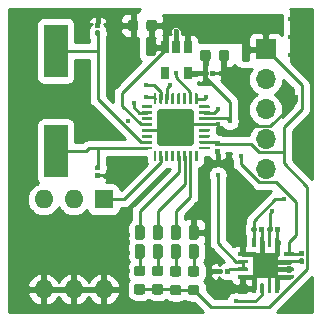
<source format=gbr>
G04 #@! TF.GenerationSoftware,KiCad,Pcbnew,(5.1.4)-1*
G04 #@! TF.CreationDate,2020-01-21T14:20:48+01:00*
G04 #@! TF.ProjectId,proj,70726f6a-2e6b-4696-9361-645f70636258,rev?*
G04 #@! TF.SameCoordinates,Original*
G04 #@! TF.FileFunction,Copper,L1,Top*
G04 #@! TF.FilePolarity,Positive*
%FSLAX46Y46*%
G04 Gerber Fmt 4.6, Leading zero omitted, Abs format (unit mm)*
G04 Created by KiCad (PCBNEW (5.1.4)-1) date 2020-01-21 14:20:48*
%MOMM*%
%LPD*%
G04 APERTURE LIST*
%ADD10O,1.600000X1.600000*%
%ADD11R,1.600000X1.600000*%
%ADD12C,0.100000*%
%ADD13C,0.875000*%
%ADD14C,0.400000*%
%ADD15C,0.850000*%
%ADD16O,1.700000X1.700000*%
%ADD17R,1.700000X1.700000*%
%ADD18C,0.250000*%
%ADD19C,3.100000*%
%ADD20R,0.650000X1.060000*%
%ADD21C,0.300000*%
%ADD22C,2.100000*%
%ADD23R,2.000000X4.500000*%
%ADD24C,0.450000*%
%ADD25C,0.254000*%
%ADD26C,0.381000*%
G04 APERTURE END LIST*
D10*
X112776000Y-70612000D03*
X107696000Y-62992000D03*
X110236000Y-70612000D03*
X110236000Y-62992000D03*
X107696000Y-70612000D03*
D11*
X112776000Y-62992000D03*
D12*
G36*
X115505191Y-47786053D02*
G01*
X115526426Y-47789203D01*
X115547250Y-47794419D01*
X115567462Y-47801651D01*
X115586868Y-47810830D01*
X115605281Y-47821866D01*
X115622524Y-47834654D01*
X115638430Y-47849070D01*
X115652846Y-47864976D01*
X115665634Y-47882219D01*
X115676670Y-47900632D01*
X115685849Y-47920038D01*
X115693081Y-47940250D01*
X115698297Y-47961074D01*
X115701447Y-47982309D01*
X115702500Y-48003750D01*
X115702500Y-48516250D01*
X115701447Y-48537691D01*
X115698297Y-48558926D01*
X115693081Y-48579750D01*
X115685849Y-48599962D01*
X115676670Y-48619368D01*
X115665634Y-48637781D01*
X115652846Y-48655024D01*
X115638430Y-48670930D01*
X115622524Y-48685346D01*
X115605281Y-48698134D01*
X115586868Y-48709170D01*
X115567462Y-48718349D01*
X115547250Y-48725581D01*
X115526426Y-48730797D01*
X115505191Y-48733947D01*
X115483750Y-48735000D01*
X115046250Y-48735000D01*
X115024809Y-48733947D01*
X115003574Y-48730797D01*
X114982750Y-48725581D01*
X114962538Y-48718349D01*
X114943132Y-48709170D01*
X114924719Y-48698134D01*
X114907476Y-48685346D01*
X114891570Y-48670930D01*
X114877154Y-48655024D01*
X114864366Y-48637781D01*
X114853330Y-48619368D01*
X114844151Y-48599962D01*
X114836919Y-48579750D01*
X114831703Y-48558926D01*
X114828553Y-48537691D01*
X114827500Y-48516250D01*
X114827500Y-48003750D01*
X114828553Y-47982309D01*
X114831703Y-47961074D01*
X114836919Y-47940250D01*
X114844151Y-47920038D01*
X114853330Y-47900632D01*
X114864366Y-47882219D01*
X114877154Y-47864976D01*
X114891570Y-47849070D01*
X114907476Y-47834654D01*
X114924719Y-47821866D01*
X114943132Y-47810830D01*
X114962538Y-47801651D01*
X114982750Y-47794419D01*
X115003574Y-47789203D01*
X115024809Y-47786053D01*
X115046250Y-47785000D01*
X115483750Y-47785000D01*
X115505191Y-47786053D01*
X115505191Y-47786053D01*
G37*
D13*
X115265000Y-48260000D03*
D12*
G36*
X117080191Y-47786053D02*
G01*
X117101426Y-47789203D01*
X117122250Y-47794419D01*
X117142462Y-47801651D01*
X117161868Y-47810830D01*
X117180281Y-47821866D01*
X117197524Y-47834654D01*
X117213430Y-47849070D01*
X117227846Y-47864976D01*
X117240634Y-47882219D01*
X117251670Y-47900632D01*
X117260849Y-47920038D01*
X117268081Y-47940250D01*
X117273297Y-47961074D01*
X117276447Y-47982309D01*
X117277500Y-48003750D01*
X117277500Y-48516250D01*
X117276447Y-48537691D01*
X117273297Y-48558926D01*
X117268081Y-48579750D01*
X117260849Y-48599962D01*
X117251670Y-48619368D01*
X117240634Y-48637781D01*
X117227846Y-48655024D01*
X117213430Y-48670930D01*
X117197524Y-48685346D01*
X117180281Y-48698134D01*
X117161868Y-48709170D01*
X117142462Y-48718349D01*
X117122250Y-48725581D01*
X117101426Y-48730797D01*
X117080191Y-48733947D01*
X117058750Y-48735000D01*
X116621250Y-48735000D01*
X116599809Y-48733947D01*
X116578574Y-48730797D01*
X116557750Y-48725581D01*
X116537538Y-48718349D01*
X116518132Y-48709170D01*
X116499719Y-48698134D01*
X116482476Y-48685346D01*
X116466570Y-48670930D01*
X116452154Y-48655024D01*
X116439366Y-48637781D01*
X116428330Y-48619368D01*
X116419151Y-48599962D01*
X116411919Y-48579750D01*
X116406703Y-48558926D01*
X116403553Y-48537691D01*
X116402500Y-48516250D01*
X116402500Y-48003750D01*
X116403553Y-47982309D01*
X116406703Y-47961074D01*
X116411919Y-47940250D01*
X116419151Y-47920038D01*
X116428330Y-47900632D01*
X116439366Y-47882219D01*
X116452154Y-47864976D01*
X116466570Y-47849070D01*
X116482476Y-47834654D01*
X116499719Y-47821866D01*
X116518132Y-47810830D01*
X116537538Y-47801651D01*
X116557750Y-47794419D01*
X116578574Y-47789203D01*
X116599809Y-47786053D01*
X116621250Y-47785000D01*
X117058750Y-47785000D01*
X117080191Y-47786053D01*
X117080191Y-47786053D01*
G37*
D13*
X116840000Y-48260000D03*
D12*
G36*
X121626691Y-50326053D02*
G01*
X121647926Y-50329203D01*
X121668750Y-50334419D01*
X121688962Y-50341651D01*
X121708368Y-50350830D01*
X121726781Y-50361866D01*
X121744024Y-50374654D01*
X121759930Y-50389070D01*
X121774346Y-50404976D01*
X121787134Y-50422219D01*
X121798170Y-50440632D01*
X121807349Y-50460038D01*
X121814581Y-50480250D01*
X121819797Y-50501074D01*
X121822947Y-50522309D01*
X121824000Y-50543750D01*
X121824000Y-51056250D01*
X121822947Y-51077691D01*
X121819797Y-51098926D01*
X121814581Y-51119750D01*
X121807349Y-51139962D01*
X121798170Y-51159368D01*
X121787134Y-51177781D01*
X121774346Y-51195024D01*
X121759930Y-51210930D01*
X121744024Y-51225346D01*
X121726781Y-51238134D01*
X121708368Y-51249170D01*
X121688962Y-51258349D01*
X121668750Y-51265581D01*
X121647926Y-51270797D01*
X121626691Y-51273947D01*
X121605250Y-51275000D01*
X121167750Y-51275000D01*
X121146309Y-51273947D01*
X121125074Y-51270797D01*
X121104250Y-51265581D01*
X121084038Y-51258349D01*
X121064632Y-51249170D01*
X121046219Y-51238134D01*
X121028976Y-51225346D01*
X121013070Y-51210930D01*
X120998654Y-51195024D01*
X120985866Y-51177781D01*
X120974830Y-51159368D01*
X120965651Y-51139962D01*
X120958419Y-51119750D01*
X120953203Y-51098926D01*
X120950053Y-51077691D01*
X120949000Y-51056250D01*
X120949000Y-50543750D01*
X120950053Y-50522309D01*
X120953203Y-50501074D01*
X120958419Y-50480250D01*
X120965651Y-50460038D01*
X120974830Y-50440632D01*
X120985866Y-50422219D01*
X120998654Y-50404976D01*
X121013070Y-50389070D01*
X121028976Y-50374654D01*
X121046219Y-50361866D01*
X121064632Y-50350830D01*
X121084038Y-50341651D01*
X121104250Y-50334419D01*
X121125074Y-50329203D01*
X121146309Y-50326053D01*
X121167750Y-50325000D01*
X121605250Y-50325000D01*
X121626691Y-50326053D01*
X121626691Y-50326053D01*
G37*
D13*
X121386500Y-50800000D03*
D12*
G36*
X123201691Y-50326053D02*
G01*
X123222926Y-50329203D01*
X123243750Y-50334419D01*
X123263962Y-50341651D01*
X123283368Y-50350830D01*
X123301781Y-50361866D01*
X123319024Y-50374654D01*
X123334930Y-50389070D01*
X123349346Y-50404976D01*
X123362134Y-50422219D01*
X123373170Y-50440632D01*
X123382349Y-50460038D01*
X123389581Y-50480250D01*
X123394797Y-50501074D01*
X123397947Y-50522309D01*
X123399000Y-50543750D01*
X123399000Y-51056250D01*
X123397947Y-51077691D01*
X123394797Y-51098926D01*
X123389581Y-51119750D01*
X123382349Y-51139962D01*
X123373170Y-51159368D01*
X123362134Y-51177781D01*
X123349346Y-51195024D01*
X123334930Y-51210930D01*
X123319024Y-51225346D01*
X123301781Y-51238134D01*
X123283368Y-51249170D01*
X123263962Y-51258349D01*
X123243750Y-51265581D01*
X123222926Y-51270797D01*
X123201691Y-51273947D01*
X123180250Y-51275000D01*
X122742750Y-51275000D01*
X122721309Y-51273947D01*
X122700074Y-51270797D01*
X122679250Y-51265581D01*
X122659038Y-51258349D01*
X122639632Y-51249170D01*
X122621219Y-51238134D01*
X122603976Y-51225346D01*
X122588070Y-51210930D01*
X122573654Y-51195024D01*
X122560866Y-51177781D01*
X122549830Y-51159368D01*
X122540651Y-51139962D01*
X122533419Y-51119750D01*
X122528203Y-51098926D01*
X122525053Y-51077691D01*
X122524000Y-51056250D01*
X122524000Y-50543750D01*
X122525053Y-50522309D01*
X122528203Y-50501074D01*
X122533419Y-50480250D01*
X122540651Y-50460038D01*
X122549830Y-50440632D01*
X122560866Y-50422219D01*
X122573654Y-50404976D01*
X122588070Y-50389070D01*
X122603976Y-50374654D01*
X122621219Y-50361866D01*
X122639632Y-50350830D01*
X122659038Y-50341651D01*
X122679250Y-50334419D01*
X122700074Y-50329203D01*
X122721309Y-50326053D01*
X122742750Y-50325000D01*
X123180250Y-50325000D01*
X123201691Y-50326053D01*
X123201691Y-50326053D01*
G37*
D13*
X122961500Y-50800000D03*
D12*
G36*
X123395802Y-68888482D02*
G01*
X123405509Y-68889921D01*
X123415028Y-68892306D01*
X123424268Y-68895612D01*
X123433140Y-68899808D01*
X123441557Y-68904853D01*
X123449439Y-68910699D01*
X123456711Y-68917289D01*
X123463301Y-68924561D01*
X123469147Y-68932443D01*
X123474192Y-68940860D01*
X123478388Y-68949732D01*
X123481694Y-68958972D01*
X123484079Y-68968491D01*
X123485518Y-68978198D01*
X123486000Y-68988000D01*
X123486000Y-69188000D01*
X123485518Y-69197802D01*
X123484079Y-69207509D01*
X123481694Y-69217028D01*
X123478388Y-69226268D01*
X123474192Y-69235140D01*
X123469147Y-69243557D01*
X123463301Y-69251439D01*
X123456711Y-69258711D01*
X123449439Y-69265301D01*
X123441557Y-69271147D01*
X123433140Y-69276192D01*
X123424268Y-69280388D01*
X123415028Y-69283694D01*
X123405509Y-69286079D01*
X123395802Y-69287518D01*
X123386000Y-69288000D01*
X123126000Y-69288000D01*
X123116198Y-69287518D01*
X123106491Y-69286079D01*
X123096972Y-69283694D01*
X123087732Y-69280388D01*
X123078860Y-69276192D01*
X123070443Y-69271147D01*
X123062561Y-69265301D01*
X123055289Y-69258711D01*
X123048699Y-69251439D01*
X123042853Y-69243557D01*
X123037808Y-69235140D01*
X123033612Y-69226268D01*
X123030306Y-69217028D01*
X123027921Y-69207509D01*
X123026482Y-69197802D01*
X123026000Y-69188000D01*
X123026000Y-68988000D01*
X123026482Y-68978198D01*
X123027921Y-68968491D01*
X123030306Y-68958972D01*
X123033612Y-68949732D01*
X123037808Y-68940860D01*
X123042853Y-68932443D01*
X123048699Y-68924561D01*
X123055289Y-68917289D01*
X123062561Y-68910699D01*
X123070443Y-68904853D01*
X123078860Y-68899808D01*
X123087732Y-68895612D01*
X123096972Y-68892306D01*
X123106491Y-68889921D01*
X123116198Y-68888482D01*
X123126000Y-68888000D01*
X123386000Y-68888000D01*
X123395802Y-68888482D01*
X123395802Y-68888482D01*
G37*
D14*
X123256000Y-69088000D03*
D12*
G36*
X122755802Y-68888482D02*
G01*
X122765509Y-68889921D01*
X122775028Y-68892306D01*
X122784268Y-68895612D01*
X122793140Y-68899808D01*
X122801557Y-68904853D01*
X122809439Y-68910699D01*
X122816711Y-68917289D01*
X122823301Y-68924561D01*
X122829147Y-68932443D01*
X122834192Y-68940860D01*
X122838388Y-68949732D01*
X122841694Y-68958972D01*
X122844079Y-68968491D01*
X122845518Y-68978198D01*
X122846000Y-68988000D01*
X122846000Y-69188000D01*
X122845518Y-69197802D01*
X122844079Y-69207509D01*
X122841694Y-69217028D01*
X122838388Y-69226268D01*
X122834192Y-69235140D01*
X122829147Y-69243557D01*
X122823301Y-69251439D01*
X122816711Y-69258711D01*
X122809439Y-69265301D01*
X122801557Y-69271147D01*
X122793140Y-69276192D01*
X122784268Y-69280388D01*
X122775028Y-69283694D01*
X122765509Y-69286079D01*
X122755802Y-69287518D01*
X122746000Y-69288000D01*
X122486000Y-69288000D01*
X122476198Y-69287518D01*
X122466491Y-69286079D01*
X122456972Y-69283694D01*
X122447732Y-69280388D01*
X122438860Y-69276192D01*
X122430443Y-69271147D01*
X122422561Y-69265301D01*
X122415289Y-69258711D01*
X122408699Y-69251439D01*
X122402853Y-69243557D01*
X122397808Y-69235140D01*
X122393612Y-69226268D01*
X122390306Y-69217028D01*
X122387921Y-69207509D01*
X122386482Y-69197802D01*
X122386000Y-69188000D01*
X122386000Y-68988000D01*
X122386482Y-68978198D01*
X122387921Y-68968491D01*
X122390306Y-68958972D01*
X122393612Y-68949732D01*
X122397808Y-68940860D01*
X122402853Y-68932443D01*
X122408699Y-68924561D01*
X122415289Y-68917289D01*
X122422561Y-68910699D01*
X122430443Y-68904853D01*
X122438860Y-68899808D01*
X122447732Y-68895612D01*
X122456972Y-68892306D01*
X122466491Y-68889921D01*
X122476198Y-68888482D01*
X122486000Y-68888000D01*
X122746000Y-68888000D01*
X122755802Y-68888482D01*
X122755802Y-68888482D01*
G37*
D14*
X122616000Y-69088000D03*
D12*
G36*
X121485802Y-52124482D02*
G01*
X121495509Y-52125921D01*
X121505028Y-52128306D01*
X121514268Y-52131612D01*
X121523140Y-52135808D01*
X121531557Y-52140853D01*
X121539439Y-52146699D01*
X121546711Y-52153289D01*
X121553301Y-52160561D01*
X121559147Y-52168443D01*
X121564192Y-52176860D01*
X121568388Y-52185732D01*
X121571694Y-52194972D01*
X121574079Y-52204491D01*
X121575518Y-52214198D01*
X121576000Y-52224000D01*
X121576000Y-52424000D01*
X121575518Y-52433802D01*
X121574079Y-52443509D01*
X121571694Y-52453028D01*
X121568388Y-52462268D01*
X121564192Y-52471140D01*
X121559147Y-52479557D01*
X121553301Y-52487439D01*
X121546711Y-52494711D01*
X121539439Y-52501301D01*
X121531557Y-52507147D01*
X121523140Y-52512192D01*
X121514268Y-52516388D01*
X121505028Y-52519694D01*
X121495509Y-52522079D01*
X121485802Y-52523518D01*
X121476000Y-52524000D01*
X121216000Y-52524000D01*
X121206198Y-52523518D01*
X121196491Y-52522079D01*
X121186972Y-52519694D01*
X121177732Y-52516388D01*
X121168860Y-52512192D01*
X121160443Y-52507147D01*
X121152561Y-52501301D01*
X121145289Y-52494711D01*
X121138699Y-52487439D01*
X121132853Y-52479557D01*
X121127808Y-52471140D01*
X121123612Y-52462268D01*
X121120306Y-52453028D01*
X121117921Y-52443509D01*
X121116482Y-52433802D01*
X121116000Y-52424000D01*
X121116000Y-52224000D01*
X121116482Y-52214198D01*
X121117921Y-52204491D01*
X121120306Y-52194972D01*
X121123612Y-52185732D01*
X121127808Y-52176860D01*
X121132853Y-52168443D01*
X121138699Y-52160561D01*
X121145289Y-52153289D01*
X121152561Y-52146699D01*
X121160443Y-52140853D01*
X121168860Y-52135808D01*
X121177732Y-52131612D01*
X121186972Y-52128306D01*
X121196491Y-52125921D01*
X121206198Y-52124482D01*
X121216000Y-52124000D01*
X121476000Y-52124000D01*
X121485802Y-52124482D01*
X121485802Y-52124482D01*
G37*
D14*
X121346000Y-52324000D03*
D12*
G36*
X122125802Y-52124482D02*
G01*
X122135509Y-52125921D01*
X122145028Y-52128306D01*
X122154268Y-52131612D01*
X122163140Y-52135808D01*
X122171557Y-52140853D01*
X122179439Y-52146699D01*
X122186711Y-52153289D01*
X122193301Y-52160561D01*
X122199147Y-52168443D01*
X122204192Y-52176860D01*
X122208388Y-52185732D01*
X122211694Y-52194972D01*
X122214079Y-52204491D01*
X122215518Y-52214198D01*
X122216000Y-52224000D01*
X122216000Y-52424000D01*
X122215518Y-52433802D01*
X122214079Y-52443509D01*
X122211694Y-52453028D01*
X122208388Y-52462268D01*
X122204192Y-52471140D01*
X122199147Y-52479557D01*
X122193301Y-52487439D01*
X122186711Y-52494711D01*
X122179439Y-52501301D01*
X122171557Y-52507147D01*
X122163140Y-52512192D01*
X122154268Y-52516388D01*
X122145028Y-52519694D01*
X122135509Y-52522079D01*
X122125802Y-52523518D01*
X122116000Y-52524000D01*
X121856000Y-52524000D01*
X121846198Y-52523518D01*
X121836491Y-52522079D01*
X121826972Y-52519694D01*
X121817732Y-52516388D01*
X121808860Y-52512192D01*
X121800443Y-52507147D01*
X121792561Y-52501301D01*
X121785289Y-52494711D01*
X121778699Y-52487439D01*
X121772853Y-52479557D01*
X121767808Y-52471140D01*
X121763612Y-52462268D01*
X121760306Y-52453028D01*
X121757921Y-52443509D01*
X121756482Y-52433802D01*
X121756000Y-52424000D01*
X121756000Y-52224000D01*
X121756482Y-52214198D01*
X121757921Y-52204491D01*
X121760306Y-52194972D01*
X121763612Y-52185732D01*
X121767808Y-52176860D01*
X121772853Y-52168443D01*
X121778699Y-52160561D01*
X121785289Y-52153289D01*
X121792561Y-52146699D01*
X121800443Y-52140853D01*
X121808860Y-52135808D01*
X121817732Y-52131612D01*
X121826972Y-52128306D01*
X121836491Y-52125921D01*
X121846198Y-52124482D01*
X121856000Y-52124000D01*
X122116000Y-52124000D01*
X122125802Y-52124482D01*
X122125802Y-52124482D01*
G37*
D14*
X121986000Y-52324000D03*
D12*
G36*
X112377802Y-48055482D02*
G01*
X112387509Y-48056921D01*
X112397028Y-48059306D01*
X112406268Y-48062612D01*
X112415140Y-48066808D01*
X112423557Y-48071853D01*
X112431439Y-48077699D01*
X112438711Y-48084289D01*
X112445301Y-48091561D01*
X112451147Y-48099443D01*
X112456192Y-48107860D01*
X112460388Y-48116732D01*
X112463694Y-48125972D01*
X112466079Y-48135491D01*
X112467518Y-48145198D01*
X112468000Y-48155000D01*
X112468000Y-48415000D01*
X112467518Y-48424802D01*
X112466079Y-48434509D01*
X112463694Y-48444028D01*
X112460388Y-48453268D01*
X112456192Y-48462140D01*
X112451147Y-48470557D01*
X112445301Y-48478439D01*
X112438711Y-48485711D01*
X112431439Y-48492301D01*
X112423557Y-48498147D01*
X112415140Y-48503192D01*
X112406268Y-48507388D01*
X112397028Y-48510694D01*
X112387509Y-48513079D01*
X112377802Y-48514518D01*
X112368000Y-48515000D01*
X112168000Y-48515000D01*
X112158198Y-48514518D01*
X112148491Y-48513079D01*
X112138972Y-48510694D01*
X112129732Y-48507388D01*
X112120860Y-48503192D01*
X112112443Y-48498147D01*
X112104561Y-48492301D01*
X112097289Y-48485711D01*
X112090699Y-48478439D01*
X112084853Y-48470557D01*
X112079808Y-48462140D01*
X112075612Y-48453268D01*
X112072306Y-48444028D01*
X112069921Y-48434509D01*
X112068482Y-48424802D01*
X112068000Y-48415000D01*
X112068000Y-48155000D01*
X112068482Y-48145198D01*
X112069921Y-48135491D01*
X112072306Y-48125972D01*
X112075612Y-48116732D01*
X112079808Y-48107860D01*
X112084853Y-48099443D01*
X112090699Y-48091561D01*
X112097289Y-48084289D01*
X112104561Y-48077699D01*
X112112443Y-48071853D01*
X112120860Y-48066808D01*
X112129732Y-48062612D01*
X112138972Y-48059306D01*
X112148491Y-48056921D01*
X112158198Y-48055482D01*
X112168000Y-48055000D01*
X112368000Y-48055000D01*
X112377802Y-48055482D01*
X112377802Y-48055482D01*
G37*
D14*
X112268000Y-48285000D03*
D12*
G36*
X112377802Y-48695482D02*
G01*
X112387509Y-48696921D01*
X112397028Y-48699306D01*
X112406268Y-48702612D01*
X112415140Y-48706808D01*
X112423557Y-48711853D01*
X112431439Y-48717699D01*
X112438711Y-48724289D01*
X112445301Y-48731561D01*
X112451147Y-48739443D01*
X112456192Y-48747860D01*
X112460388Y-48756732D01*
X112463694Y-48765972D01*
X112466079Y-48775491D01*
X112467518Y-48785198D01*
X112468000Y-48795000D01*
X112468000Y-49055000D01*
X112467518Y-49064802D01*
X112466079Y-49074509D01*
X112463694Y-49084028D01*
X112460388Y-49093268D01*
X112456192Y-49102140D01*
X112451147Y-49110557D01*
X112445301Y-49118439D01*
X112438711Y-49125711D01*
X112431439Y-49132301D01*
X112423557Y-49138147D01*
X112415140Y-49143192D01*
X112406268Y-49147388D01*
X112397028Y-49150694D01*
X112387509Y-49153079D01*
X112377802Y-49154518D01*
X112368000Y-49155000D01*
X112168000Y-49155000D01*
X112158198Y-49154518D01*
X112148491Y-49153079D01*
X112138972Y-49150694D01*
X112129732Y-49147388D01*
X112120860Y-49143192D01*
X112112443Y-49138147D01*
X112104561Y-49132301D01*
X112097289Y-49125711D01*
X112090699Y-49118439D01*
X112084853Y-49110557D01*
X112079808Y-49102140D01*
X112075612Y-49093268D01*
X112072306Y-49084028D01*
X112069921Y-49074509D01*
X112068482Y-49064802D01*
X112068000Y-49055000D01*
X112068000Y-48795000D01*
X112068482Y-48785198D01*
X112069921Y-48775491D01*
X112072306Y-48765972D01*
X112075612Y-48756732D01*
X112079808Y-48747860D01*
X112084853Y-48739443D01*
X112090699Y-48731561D01*
X112097289Y-48724289D01*
X112104561Y-48717699D01*
X112112443Y-48711853D01*
X112120860Y-48706808D01*
X112129732Y-48702612D01*
X112138972Y-48699306D01*
X112148491Y-48696921D01*
X112158198Y-48695482D01*
X112168000Y-48695000D01*
X112368000Y-48695000D01*
X112377802Y-48695482D01*
X112377802Y-48695482D01*
G37*
D14*
X112268000Y-48925000D03*
D12*
G36*
X112377802Y-60090482D02*
G01*
X112387509Y-60091921D01*
X112397028Y-60094306D01*
X112406268Y-60097612D01*
X112415140Y-60101808D01*
X112423557Y-60106853D01*
X112431439Y-60112699D01*
X112438711Y-60119289D01*
X112445301Y-60126561D01*
X112451147Y-60134443D01*
X112456192Y-60142860D01*
X112460388Y-60151732D01*
X112463694Y-60160972D01*
X112466079Y-60170491D01*
X112467518Y-60180198D01*
X112468000Y-60190000D01*
X112468000Y-60450000D01*
X112467518Y-60459802D01*
X112466079Y-60469509D01*
X112463694Y-60479028D01*
X112460388Y-60488268D01*
X112456192Y-60497140D01*
X112451147Y-60505557D01*
X112445301Y-60513439D01*
X112438711Y-60520711D01*
X112431439Y-60527301D01*
X112423557Y-60533147D01*
X112415140Y-60538192D01*
X112406268Y-60542388D01*
X112397028Y-60545694D01*
X112387509Y-60548079D01*
X112377802Y-60549518D01*
X112368000Y-60550000D01*
X112168000Y-60550000D01*
X112158198Y-60549518D01*
X112148491Y-60548079D01*
X112138972Y-60545694D01*
X112129732Y-60542388D01*
X112120860Y-60538192D01*
X112112443Y-60533147D01*
X112104561Y-60527301D01*
X112097289Y-60520711D01*
X112090699Y-60513439D01*
X112084853Y-60505557D01*
X112079808Y-60497140D01*
X112075612Y-60488268D01*
X112072306Y-60479028D01*
X112069921Y-60469509D01*
X112068482Y-60459802D01*
X112068000Y-60450000D01*
X112068000Y-60190000D01*
X112068482Y-60180198D01*
X112069921Y-60170491D01*
X112072306Y-60160972D01*
X112075612Y-60151732D01*
X112079808Y-60142860D01*
X112084853Y-60134443D01*
X112090699Y-60126561D01*
X112097289Y-60119289D01*
X112104561Y-60112699D01*
X112112443Y-60106853D01*
X112120860Y-60101808D01*
X112129732Y-60097612D01*
X112138972Y-60094306D01*
X112148491Y-60091921D01*
X112158198Y-60090482D01*
X112168000Y-60090000D01*
X112368000Y-60090000D01*
X112377802Y-60090482D01*
X112377802Y-60090482D01*
G37*
D14*
X112268000Y-60320000D03*
D12*
G36*
X112377802Y-60730482D02*
G01*
X112387509Y-60731921D01*
X112397028Y-60734306D01*
X112406268Y-60737612D01*
X112415140Y-60741808D01*
X112423557Y-60746853D01*
X112431439Y-60752699D01*
X112438711Y-60759289D01*
X112445301Y-60766561D01*
X112451147Y-60774443D01*
X112456192Y-60782860D01*
X112460388Y-60791732D01*
X112463694Y-60800972D01*
X112466079Y-60810491D01*
X112467518Y-60820198D01*
X112468000Y-60830000D01*
X112468000Y-61090000D01*
X112467518Y-61099802D01*
X112466079Y-61109509D01*
X112463694Y-61119028D01*
X112460388Y-61128268D01*
X112456192Y-61137140D01*
X112451147Y-61145557D01*
X112445301Y-61153439D01*
X112438711Y-61160711D01*
X112431439Y-61167301D01*
X112423557Y-61173147D01*
X112415140Y-61178192D01*
X112406268Y-61182388D01*
X112397028Y-61185694D01*
X112387509Y-61188079D01*
X112377802Y-61189518D01*
X112368000Y-61190000D01*
X112168000Y-61190000D01*
X112158198Y-61189518D01*
X112148491Y-61188079D01*
X112138972Y-61185694D01*
X112129732Y-61182388D01*
X112120860Y-61178192D01*
X112112443Y-61173147D01*
X112104561Y-61167301D01*
X112097289Y-61160711D01*
X112090699Y-61153439D01*
X112084853Y-61145557D01*
X112079808Y-61137140D01*
X112075612Y-61128268D01*
X112072306Y-61119028D01*
X112069921Y-61109509D01*
X112068482Y-61099802D01*
X112068000Y-61090000D01*
X112068000Y-60830000D01*
X112068482Y-60820198D01*
X112069921Y-60810491D01*
X112072306Y-60800972D01*
X112075612Y-60791732D01*
X112079808Y-60782860D01*
X112084853Y-60774443D01*
X112090699Y-60766561D01*
X112097289Y-60759289D01*
X112104561Y-60752699D01*
X112112443Y-60746853D01*
X112120860Y-60741808D01*
X112129732Y-60737612D01*
X112138972Y-60734306D01*
X112148491Y-60731921D01*
X112158198Y-60730482D01*
X112168000Y-60730000D01*
X112368000Y-60730000D01*
X112377802Y-60730482D01*
X112377802Y-60730482D01*
G37*
D14*
X112268000Y-60960000D03*
D12*
G36*
X122537802Y-58698482D02*
G01*
X122547509Y-58699921D01*
X122557028Y-58702306D01*
X122566268Y-58705612D01*
X122575140Y-58709808D01*
X122583557Y-58714853D01*
X122591439Y-58720699D01*
X122598711Y-58727289D01*
X122605301Y-58734561D01*
X122611147Y-58742443D01*
X122616192Y-58750860D01*
X122620388Y-58759732D01*
X122623694Y-58768972D01*
X122626079Y-58778491D01*
X122627518Y-58788198D01*
X122628000Y-58798000D01*
X122628000Y-59058000D01*
X122627518Y-59067802D01*
X122626079Y-59077509D01*
X122623694Y-59087028D01*
X122620388Y-59096268D01*
X122616192Y-59105140D01*
X122611147Y-59113557D01*
X122605301Y-59121439D01*
X122598711Y-59128711D01*
X122591439Y-59135301D01*
X122583557Y-59141147D01*
X122575140Y-59146192D01*
X122566268Y-59150388D01*
X122557028Y-59153694D01*
X122547509Y-59156079D01*
X122537802Y-59157518D01*
X122528000Y-59158000D01*
X122328000Y-59158000D01*
X122318198Y-59157518D01*
X122308491Y-59156079D01*
X122298972Y-59153694D01*
X122289732Y-59150388D01*
X122280860Y-59146192D01*
X122272443Y-59141147D01*
X122264561Y-59135301D01*
X122257289Y-59128711D01*
X122250699Y-59121439D01*
X122244853Y-59113557D01*
X122239808Y-59105140D01*
X122235612Y-59096268D01*
X122232306Y-59087028D01*
X122229921Y-59077509D01*
X122228482Y-59067802D01*
X122228000Y-59058000D01*
X122228000Y-58798000D01*
X122228482Y-58788198D01*
X122229921Y-58778491D01*
X122232306Y-58768972D01*
X122235612Y-58759732D01*
X122239808Y-58750860D01*
X122244853Y-58742443D01*
X122250699Y-58734561D01*
X122257289Y-58727289D01*
X122264561Y-58720699D01*
X122272443Y-58714853D01*
X122280860Y-58709808D01*
X122289732Y-58705612D01*
X122298972Y-58702306D01*
X122308491Y-58699921D01*
X122318198Y-58698482D01*
X122328000Y-58698000D01*
X122528000Y-58698000D01*
X122537802Y-58698482D01*
X122537802Y-58698482D01*
G37*
D14*
X122428000Y-58928000D03*
D12*
G36*
X122537802Y-58058482D02*
G01*
X122547509Y-58059921D01*
X122557028Y-58062306D01*
X122566268Y-58065612D01*
X122575140Y-58069808D01*
X122583557Y-58074853D01*
X122591439Y-58080699D01*
X122598711Y-58087289D01*
X122605301Y-58094561D01*
X122611147Y-58102443D01*
X122616192Y-58110860D01*
X122620388Y-58119732D01*
X122623694Y-58128972D01*
X122626079Y-58138491D01*
X122627518Y-58148198D01*
X122628000Y-58158000D01*
X122628000Y-58418000D01*
X122627518Y-58427802D01*
X122626079Y-58437509D01*
X122623694Y-58447028D01*
X122620388Y-58456268D01*
X122616192Y-58465140D01*
X122611147Y-58473557D01*
X122605301Y-58481439D01*
X122598711Y-58488711D01*
X122591439Y-58495301D01*
X122583557Y-58501147D01*
X122575140Y-58506192D01*
X122566268Y-58510388D01*
X122557028Y-58513694D01*
X122547509Y-58516079D01*
X122537802Y-58517518D01*
X122528000Y-58518000D01*
X122328000Y-58518000D01*
X122318198Y-58517518D01*
X122308491Y-58516079D01*
X122298972Y-58513694D01*
X122289732Y-58510388D01*
X122280860Y-58506192D01*
X122272443Y-58501147D01*
X122264561Y-58495301D01*
X122257289Y-58488711D01*
X122250699Y-58481439D01*
X122244853Y-58473557D01*
X122239808Y-58465140D01*
X122235612Y-58456268D01*
X122232306Y-58447028D01*
X122229921Y-58437509D01*
X122228482Y-58427802D01*
X122228000Y-58418000D01*
X122228000Y-58158000D01*
X122228482Y-58148198D01*
X122229921Y-58138491D01*
X122232306Y-58128972D01*
X122235612Y-58119732D01*
X122239808Y-58110860D01*
X122244853Y-58102443D01*
X122250699Y-58094561D01*
X122257289Y-58087289D01*
X122264561Y-58080699D01*
X122272443Y-58074853D01*
X122280860Y-58069808D01*
X122289732Y-58065612D01*
X122298972Y-58062306D01*
X122308491Y-58059921D01*
X122318198Y-58058482D01*
X122328000Y-58058000D01*
X122528000Y-58058000D01*
X122537802Y-58058482D01*
X122537802Y-58058482D01*
G37*
D14*
X122428000Y-58288000D03*
D12*
G36*
X125640802Y-65332482D02*
G01*
X125650509Y-65333921D01*
X125660028Y-65336306D01*
X125669268Y-65339612D01*
X125678140Y-65343808D01*
X125686557Y-65348853D01*
X125694439Y-65354699D01*
X125701711Y-65361289D01*
X125708301Y-65368561D01*
X125714147Y-65376443D01*
X125719192Y-65384860D01*
X125723388Y-65393732D01*
X125726694Y-65402972D01*
X125729079Y-65412491D01*
X125730518Y-65422198D01*
X125731000Y-65432000D01*
X125731000Y-65632000D01*
X125730518Y-65641802D01*
X125729079Y-65651509D01*
X125726694Y-65661028D01*
X125723388Y-65670268D01*
X125719192Y-65679140D01*
X125714147Y-65687557D01*
X125708301Y-65695439D01*
X125701711Y-65702711D01*
X125694439Y-65709301D01*
X125686557Y-65715147D01*
X125678140Y-65720192D01*
X125669268Y-65724388D01*
X125660028Y-65727694D01*
X125650509Y-65730079D01*
X125640802Y-65731518D01*
X125631000Y-65732000D01*
X125371000Y-65732000D01*
X125361198Y-65731518D01*
X125351491Y-65730079D01*
X125341972Y-65727694D01*
X125332732Y-65724388D01*
X125323860Y-65720192D01*
X125315443Y-65715147D01*
X125307561Y-65709301D01*
X125300289Y-65702711D01*
X125293699Y-65695439D01*
X125287853Y-65687557D01*
X125282808Y-65679140D01*
X125278612Y-65670268D01*
X125275306Y-65661028D01*
X125272921Y-65651509D01*
X125271482Y-65641802D01*
X125271000Y-65632000D01*
X125271000Y-65432000D01*
X125271482Y-65422198D01*
X125272921Y-65412491D01*
X125275306Y-65402972D01*
X125278612Y-65393732D01*
X125282808Y-65384860D01*
X125287853Y-65376443D01*
X125293699Y-65368561D01*
X125300289Y-65361289D01*
X125307561Y-65354699D01*
X125315443Y-65348853D01*
X125323860Y-65343808D01*
X125332732Y-65339612D01*
X125341972Y-65336306D01*
X125351491Y-65333921D01*
X125361198Y-65332482D01*
X125371000Y-65332000D01*
X125631000Y-65332000D01*
X125640802Y-65332482D01*
X125640802Y-65332482D01*
G37*
D14*
X125501000Y-65532000D03*
D12*
G36*
X126280802Y-65332482D02*
G01*
X126290509Y-65333921D01*
X126300028Y-65336306D01*
X126309268Y-65339612D01*
X126318140Y-65343808D01*
X126326557Y-65348853D01*
X126334439Y-65354699D01*
X126341711Y-65361289D01*
X126348301Y-65368561D01*
X126354147Y-65376443D01*
X126359192Y-65384860D01*
X126363388Y-65393732D01*
X126366694Y-65402972D01*
X126369079Y-65412491D01*
X126370518Y-65422198D01*
X126371000Y-65432000D01*
X126371000Y-65632000D01*
X126370518Y-65641802D01*
X126369079Y-65651509D01*
X126366694Y-65661028D01*
X126363388Y-65670268D01*
X126359192Y-65679140D01*
X126354147Y-65687557D01*
X126348301Y-65695439D01*
X126341711Y-65702711D01*
X126334439Y-65709301D01*
X126326557Y-65715147D01*
X126318140Y-65720192D01*
X126309268Y-65724388D01*
X126300028Y-65727694D01*
X126290509Y-65730079D01*
X126280802Y-65731518D01*
X126271000Y-65732000D01*
X126011000Y-65732000D01*
X126001198Y-65731518D01*
X125991491Y-65730079D01*
X125981972Y-65727694D01*
X125972732Y-65724388D01*
X125963860Y-65720192D01*
X125955443Y-65715147D01*
X125947561Y-65709301D01*
X125940289Y-65702711D01*
X125933699Y-65695439D01*
X125927853Y-65687557D01*
X125922808Y-65679140D01*
X125918612Y-65670268D01*
X125915306Y-65661028D01*
X125912921Y-65651509D01*
X125911482Y-65641802D01*
X125911000Y-65632000D01*
X125911000Y-65432000D01*
X125911482Y-65422198D01*
X125912921Y-65412491D01*
X125915306Y-65402972D01*
X125918612Y-65393732D01*
X125922808Y-65384860D01*
X125927853Y-65376443D01*
X125933699Y-65368561D01*
X125940289Y-65361289D01*
X125947561Y-65354699D01*
X125955443Y-65348853D01*
X125963860Y-65343808D01*
X125972732Y-65339612D01*
X125981972Y-65336306D01*
X125991491Y-65333921D01*
X126001198Y-65332482D01*
X126011000Y-65332000D01*
X126271000Y-65332000D01*
X126280802Y-65332482D01*
X126280802Y-65332482D01*
G37*
D14*
X126141000Y-65532000D03*
D12*
G36*
X127647802Y-65332482D02*
G01*
X127657509Y-65333921D01*
X127667028Y-65336306D01*
X127676268Y-65339612D01*
X127685140Y-65343808D01*
X127693557Y-65348853D01*
X127701439Y-65354699D01*
X127708711Y-65361289D01*
X127715301Y-65368561D01*
X127721147Y-65376443D01*
X127726192Y-65384860D01*
X127730388Y-65393732D01*
X127733694Y-65402972D01*
X127736079Y-65412491D01*
X127737518Y-65422198D01*
X127738000Y-65432000D01*
X127738000Y-65632000D01*
X127737518Y-65641802D01*
X127736079Y-65651509D01*
X127733694Y-65661028D01*
X127730388Y-65670268D01*
X127726192Y-65679140D01*
X127721147Y-65687557D01*
X127715301Y-65695439D01*
X127708711Y-65702711D01*
X127701439Y-65709301D01*
X127693557Y-65715147D01*
X127685140Y-65720192D01*
X127676268Y-65724388D01*
X127667028Y-65727694D01*
X127657509Y-65730079D01*
X127647802Y-65731518D01*
X127638000Y-65732000D01*
X127378000Y-65732000D01*
X127368198Y-65731518D01*
X127358491Y-65730079D01*
X127348972Y-65727694D01*
X127339732Y-65724388D01*
X127330860Y-65720192D01*
X127322443Y-65715147D01*
X127314561Y-65709301D01*
X127307289Y-65702711D01*
X127300699Y-65695439D01*
X127294853Y-65687557D01*
X127289808Y-65679140D01*
X127285612Y-65670268D01*
X127282306Y-65661028D01*
X127279921Y-65651509D01*
X127278482Y-65641802D01*
X127278000Y-65632000D01*
X127278000Y-65432000D01*
X127278482Y-65422198D01*
X127279921Y-65412491D01*
X127282306Y-65402972D01*
X127285612Y-65393732D01*
X127289808Y-65384860D01*
X127294853Y-65376443D01*
X127300699Y-65368561D01*
X127307289Y-65361289D01*
X127314561Y-65354699D01*
X127322443Y-65348853D01*
X127330860Y-65343808D01*
X127339732Y-65339612D01*
X127348972Y-65336306D01*
X127358491Y-65333921D01*
X127368198Y-65332482D01*
X127378000Y-65332000D01*
X127638000Y-65332000D01*
X127647802Y-65332482D01*
X127647802Y-65332482D01*
G37*
D14*
X127508000Y-65532000D03*
D12*
G36*
X127007802Y-65332482D02*
G01*
X127017509Y-65333921D01*
X127027028Y-65336306D01*
X127036268Y-65339612D01*
X127045140Y-65343808D01*
X127053557Y-65348853D01*
X127061439Y-65354699D01*
X127068711Y-65361289D01*
X127075301Y-65368561D01*
X127081147Y-65376443D01*
X127086192Y-65384860D01*
X127090388Y-65393732D01*
X127093694Y-65402972D01*
X127096079Y-65412491D01*
X127097518Y-65422198D01*
X127098000Y-65432000D01*
X127098000Y-65632000D01*
X127097518Y-65641802D01*
X127096079Y-65651509D01*
X127093694Y-65661028D01*
X127090388Y-65670268D01*
X127086192Y-65679140D01*
X127081147Y-65687557D01*
X127075301Y-65695439D01*
X127068711Y-65702711D01*
X127061439Y-65709301D01*
X127053557Y-65715147D01*
X127045140Y-65720192D01*
X127036268Y-65724388D01*
X127027028Y-65727694D01*
X127017509Y-65730079D01*
X127007802Y-65731518D01*
X126998000Y-65732000D01*
X126738000Y-65732000D01*
X126728198Y-65731518D01*
X126718491Y-65730079D01*
X126708972Y-65727694D01*
X126699732Y-65724388D01*
X126690860Y-65720192D01*
X126682443Y-65715147D01*
X126674561Y-65709301D01*
X126667289Y-65702711D01*
X126660699Y-65695439D01*
X126654853Y-65687557D01*
X126649808Y-65679140D01*
X126645612Y-65670268D01*
X126642306Y-65661028D01*
X126639921Y-65651509D01*
X126638482Y-65641802D01*
X126638000Y-65632000D01*
X126638000Y-65432000D01*
X126638482Y-65422198D01*
X126639921Y-65412491D01*
X126642306Y-65402972D01*
X126645612Y-65393732D01*
X126649808Y-65384860D01*
X126654853Y-65376443D01*
X126660699Y-65368561D01*
X126667289Y-65361289D01*
X126674561Y-65354699D01*
X126682443Y-65348853D01*
X126690860Y-65343808D01*
X126699732Y-65339612D01*
X126708972Y-65336306D01*
X126718491Y-65333921D01*
X126728198Y-65332482D01*
X126738000Y-65332000D01*
X126998000Y-65332000D01*
X127007802Y-65332482D01*
X127007802Y-65332482D01*
G37*
D14*
X126868000Y-65532000D03*
D12*
G36*
X129649802Y-67359482D02*
G01*
X129659509Y-67360921D01*
X129669028Y-67363306D01*
X129678268Y-67366612D01*
X129687140Y-67370808D01*
X129695557Y-67375853D01*
X129703439Y-67381699D01*
X129710711Y-67388289D01*
X129717301Y-67395561D01*
X129723147Y-67403443D01*
X129728192Y-67411860D01*
X129732388Y-67420732D01*
X129735694Y-67429972D01*
X129738079Y-67439491D01*
X129739518Y-67449198D01*
X129740000Y-67459000D01*
X129740000Y-67719000D01*
X129739518Y-67728802D01*
X129738079Y-67738509D01*
X129735694Y-67748028D01*
X129732388Y-67757268D01*
X129728192Y-67766140D01*
X129723147Y-67774557D01*
X129717301Y-67782439D01*
X129710711Y-67789711D01*
X129703439Y-67796301D01*
X129695557Y-67802147D01*
X129687140Y-67807192D01*
X129678268Y-67811388D01*
X129669028Y-67814694D01*
X129659509Y-67817079D01*
X129649802Y-67818518D01*
X129640000Y-67819000D01*
X129440000Y-67819000D01*
X129430198Y-67818518D01*
X129420491Y-67817079D01*
X129410972Y-67814694D01*
X129401732Y-67811388D01*
X129392860Y-67807192D01*
X129384443Y-67802147D01*
X129376561Y-67796301D01*
X129369289Y-67789711D01*
X129362699Y-67782439D01*
X129356853Y-67774557D01*
X129351808Y-67766140D01*
X129347612Y-67757268D01*
X129344306Y-67748028D01*
X129341921Y-67738509D01*
X129340482Y-67728802D01*
X129340000Y-67719000D01*
X129340000Y-67459000D01*
X129340482Y-67449198D01*
X129341921Y-67439491D01*
X129344306Y-67429972D01*
X129347612Y-67420732D01*
X129351808Y-67411860D01*
X129356853Y-67403443D01*
X129362699Y-67395561D01*
X129369289Y-67388289D01*
X129376561Y-67381699D01*
X129384443Y-67375853D01*
X129392860Y-67370808D01*
X129401732Y-67366612D01*
X129410972Y-67363306D01*
X129420491Y-67360921D01*
X129430198Y-67359482D01*
X129440000Y-67359000D01*
X129640000Y-67359000D01*
X129649802Y-67359482D01*
X129649802Y-67359482D01*
G37*
D14*
X129540000Y-67589000D03*
D12*
G36*
X129649802Y-67999482D02*
G01*
X129659509Y-68000921D01*
X129669028Y-68003306D01*
X129678268Y-68006612D01*
X129687140Y-68010808D01*
X129695557Y-68015853D01*
X129703439Y-68021699D01*
X129710711Y-68028289D01*
X129717301Y-68035561D01*
X129723147Y-68043443D01*
X129728192Y-68051860D01*
X129732388Y-68060732D01*
X129735694Y-68069972D01*
X129738079Y-68079491D01*
X129739518Y-68089198D01*
X129740000Y-68099000D01*
X129740000Y-68359000D01*
X129739518Y-68368802D01*
X129738079Y-68378509D01*
X129735694Y-68388028D01*
X129732388Y-68397268D01*
X129728192Y-68406140D01*
X129723147Y-68414557D01*
X129717301Y-68422439D01*
X129710711Y-68429711D01*
X129703439Y-68436301D01*
X129695557Y-68442147D01*
X129687140Y-68447192D01*
X129678268Y-68451388D01*
X129669028Y-68454694D01*
X129659509Y-68457079D01*
X129649802Y-68458518D01*
X129640000Y-68459000D01*
X129440000Y-68459000D01*
X129430198Y-68458518D01*
X129420491Y-68457079D01*
X129410972Y-68454694D01*
X129401732Y-68451388D01*
X129392860Y-68447192D01*
X129384443Y-68442147D01*
X129376561Y-68436301D01*
X129369289Y-68429711D01*
X129362699Y-68422439D01*
X129356853Y-68414557D01*
X129351808Y-68406140D01*
X129347612Y-68397268D01*
X129344306Y-68388028D01*
X129341921Y-68378509D01*
X129340482Y-68368802D01*
X129340000Y-68359000D01*
X129340000Y-68099000D01*
X129340482Y-68089198D01*
X129341921Y-68079491D01*
X129344306Y-68069972D01*
X129347612Y-68060732D01*
X129351808Y-68051860D01*
X129356853Y-68043443D01*
X129362699Y-68035561D01*
X129369289Y-68028289D01*
X129376561Y-68021699D01*
X129384443Y-68015853D01*
X129392860Y-68010808D01*
X129401732Y-68006612D01*
X129410972Y-68003306D01*
X129420491Y-68000921D01*
X129430198Y-67999482D01*
X129440000Y-67999000D01*
X129640000Y-67999000D01*
X129649802Y-67999482D01*
X129649802Y-67999482D01*
G37*
D14*
X129540000Y-68229000D03*
D12*
G36*
X116057329Y-65174523D02*
G01*
X116077957Y-65177583D01*
X116098185Y-65182650D01*
X116117820Y-65189676D01*
X116136672Y-65198592D01*
X116154559Y-65209313D01*
X116171309Y-65221735D01*
X116186760Y-65235740D01*
X116200765Y-65251191D01*
X116213187Y-65267941D01*
X116223908Y-65285828D01*
X116232824Y-65304680D01*
X116239850Y-65324315D01*
X116244917Y-65344543D01*
X116247977Y-65365171D01*
X116249000Y-65386000D01*
X116249000Y-66186000D01*
X116247977Y-66206829D01*
X116244917Y-66227457D01*
X116239850Y-66247685D01*
X116232824Y-66267320D01*
X116223908Y-66286172D01*
X116213187Y-66304059D01*
X116200765Y-66320809D01*
X116186760Y-66336260D01*
X116171309Y-66350265D01*
X116154559Y-66362687D01*
X116136672Y-66373408D01*
X116117820Y-66382324D01*
X116098185Y-66389350D01*
X116077957Y-66394417D01*
X116057329Y-66397477D01*
X116036500Y-66398500D01*
X115611500Y-66398500D01*
X115590671Y-66397477D01*
X115570043Y-66394417D01*
X115549815Y-66389350D01*
X115530180Y-66382324D01*
X115511328Y-66373408D01*
X115493441Y-66362687D01*
X115476691Y-66350265D01*
X115461240Y-66336260D01*
X115447235Y-66320809D01*
X115434813Y-66304059D01*
X115424092Y-66286172D01*
X115415176Y-66267320D01*
X115408150Y-66247685D01*
X115403083Y-66227457D01*
X115400023Y-66206829D01*
X115399000Y-66186000D01*
X115399000Y-65386000D01*
X115400023Y-65365171D01*
X115403083Y-65344543D01*
X115408150Y-65324315D01*
X115415176Y-65304680D01*
X115424092Y-65285828D01*
X115434813Y-65267941D01*
X115447235Y-65251191D01*
X115461240Y-65235740D01*
X115476691Y-65221735D01*
X115493441Y-65209313D01*
X115511328Y-65198592D01*
X115530180Y-65189676D01*
X115549815Y-65182650D01*
X115570043Y-65177583D01*
X115590671Y-65174523D01*
X115611500Y-65173500D01*
X116036500Y-65173500D01*
X116057329Y-65174523D01*
X116057329Y-65174523D01*
G37*
D15*
X115824000Y-65786000D03*
D12*
G36*
X116057329Y-66799523D02*
G01*
X116077957Y-66802583D01*
X116098185Y-66807650D01*
X116117820Y-66814676D01*
X116136672Y-66823592D01*
X116154559Y-66834313D01*
X116171309Y-66846735D01*
X116186760Y-66860740D01*
X116200765Y-66876191D01*
X116213187Y-66892941D01*
X116223908Y-66910828D01*
X116232824Y-66929680D01*
X116239850Y-66949315D01*
X116244917Y-66969543D01*
X116247977Y-66990171D01*
X116249000Y-67011000D01*
X116249000Y-67811000D01*
X116247977Y-67831829D01*
X116244917Y-67852457D01*
X116239850Y-67872685D01*
X116232824Y-67892320D01*
X116223908Y-67911172D01*
X116213187Y-67929059D01*
X116200765Y-67945809D01*
X116186760Y-67961260D01*
X116171309Y-67975265D01*
X116154559Y-67987687D01*
X116136672Y-67998408D01*
X116117820Y-68007324D01*
X116098185Y-68014350D01*
X116077957Y-68019417D01*
X116057329Y-68022477D01*
X116036500Y-68023500D01*
X115611500Y-68023500D01*
X115590671Y-68022477D01*
X115570043Y-68019417D01*
X115549815Y-68014350D01*
X115530180Y-68007324D01*
X115511328Y-67998408D01*
X115493441Y-67987687D01*
X115476691Y-67975265D01*
X115461240Y-67961260D01*
X115447235Y-67945809D01*
X115434813Y-67929059D01*
X115424092Y-67911172D01*
X115415176Y-67892320D01*
X115408150Y-67872685D01*
X115403083Y-67852457D01*
X115400023Y-67831829D01*
X115399000Y-67811000D01*
X115399000Y-67011000D01*
X115400023Y-66990171D01*
X115403083Y-66969543D01*
X115408150Y-66949315D01*
X115415176Y-66929680D01*
X115424092Y-66910828D01*
X115434813Y-66892941D01*
X115447235Y-66876191D01*
X115461240Y-66860740D01*
X115476691Y-66846735D01*
X115493441Y-66834313D01*
X115511328Y-66823592D01*
X115530180Y-66814676D01*
X115549815Y-66807650D01*
X115570043Y-66802583D01*
X115590671Y-66799523D01*
X115611500Y-66798500D01*
X116036500Y-66798500D01*
X116057329Y-66799523D01*
X116057329Y-66799523D01*
G37*
D15*
X115824000Y-67411000D03*
D12*
G36*
X117581329Y-66799523D02*
G01*
X117601957Y-66802583D01*
X117622185Y-66807650D01*
X117641820Y-66814676D01*
X117660672Y-66823592D01*
X117678559Y-66834313D01*
X117695309Y-66846735D01*
X117710760Y-66860740D01*
X117724765Y-66876191D01*
X117737187Y-66892941D01*
X117747908Y-66910828D01*
X117756824Y-66929680D01*
X117763850Y-66949315D01*
X117768917Y-66969543D01*
X117771977Y-66990171D01*
X117773000Y-67011000D01*
X117773000Y-67811000D01*
X117771977Y-67831829D01*
X117768917Y-67852457D01*
X117763850Y-67872685D01*
X117756824Y-67892320D01*
X117747908Y-67911172D01*
X117737187Y-67929059D01*
X117724765Y-67945809D01*
X117710760Y-67961260D01*
X117695309Y-67975265D01*
X117678559Y-67987687D01*
X117660672Y-67998408D01*
X117641820Y-68007324D01*
X117622185Y-68014350D01*
X117601957Y-68019417D01*
X117581329Y-68022477D01*
X117560500Y-68023500D01*
X117135500Y-68023500D01*
X117114671Y-68022477D01*
X117094043Y-68019417D01*
X117073815Y-68014350D01*
X117054180Y-68007324D01*
X117035328Y-67998408D01*
X117017441Y-67987687D01*
X117000691Y-67975265D01*
X116985240Y-67961260D01*
X116971235Y-67945809D01*
X116958813Y-67929059D01*
X116948092Y-67911172D01*
X116939176Y-67892320D01*
X116932150Y-67872685D01*
X116927083Y-67852457D01*
X116924023Y-67831829D01*
X116923000Y-67811000D01*
X116923000Y-67011000D01*
X116924023Y-66990171D01*
X116927083Y-66969543D01*
X116932150Y-66949315D01*
X116939176Y-66929680D01*
X116948092Y-66910828D01*
X116958813Y-66892941D01*
X116971235Y-66876191D01*
X116985240Y-66860740D01*
X117000691Y-66846735D01*
X117017441Y-66834313D01*
X117035328Y-66823592D01*
X117054180Y-66814676D01*
X117073815Y-66807650D01*
X117094043Y-66802583D01*
X117114671Y-66799523D01*
X117135500Y-66798500D01*
X117560500Y-66798500D01*
X117581329Y-66799523D01*
X117581329Y-66799523D01*
G37*
D15*
X117348000Y-67411000D03*
D12*
G36*
X117581329Y-65174523D02*
G01*
X117601957Y-65177583D01*
X117622185Y-65182650D01*
X117641820Y-65189676D01*
X117660672Y-65198592D01*
X117678559Y-65209313D01*
X117695309Y-65221735D01*
X117710760Y-65235740D01*
X117724765Y-65251191D01*
X117737187Y-65267941D01*
X117747908Y-65285828D01*
X117756824Y-65304680D01*
X117763850Y-65324315D01*
X117768917Y-65344543D01*
X117771977Y-65365171D01*
X117773000Y-65386000D01*
X117773000Y-66186000D01*
X117771977Y-66206829D01*
X117768917Y-66227457D01*
X117763850Y-66247685D01*
X117756824Y-66267320D01*
X117747908Y-66286172D01*
X117737187Y-66304059D01*
X117724765Y-66320809D01*
X117710760Y-66336260D01*
X117695309Y-66350265D01*
X117678559Y-66362687D01*
X117660672Y-66373408D01*
X117641820Y-66382324D01*
X117622185Y-66389350D01*
X117601957Y-66394417D01*
X117581329Y-66397477D01*
X117560500Y-66398500D01*
X117135500Y-66398500D01*
X117114671Y-66397477D01*
X117094043Y-66394417D01*
X117073815Y-66389350D01*
X117054180Y-66382324D01*
X117035328Y-66373408D01*
X117017441Y-66362687D01*
X117000691Y-66350265D01*
X116985240Y-66336260D01*
X116971235Y-66320809D01*
X116958813Y-66304059D01*
X116948092Y-66286172D01*
X116939176Y-66267320D01*
X116932150Y-66247685D01*
X116927083Y-66227457D01*
X116924023Y-66206829D01*
X116923000Y-66186000D01*
X116923000Y-65386000D01*
X116924023Y-65365171D01*
X116927083Y-65344543D01*
X116932150Y-65324315D01*
X116939176Y-65304680D01*
X116948092Y-65285828D01*
X116958813Y-65267941D01*
X116971235Y-65251191D01*
X116985240Y-65235740D01*
X117000691Y-65221735D01*
X117017441Y-65209313D01*
X117035328Y-65198592D01*
X117054180Y-65189676D01*
X117073815Y-65182650D01*
X117094043Y-65177583D01*
X117114671Y-65174523D01*
X117135500Y-65173500D01*
X117560500Y-65173500D01*
X117581329Y-65174523D01*
X117581329Y-65174523D01*
G37*
D15*
X117348000Y-65786000D03*
D12*
G36*
X119105329Y-65174523D02*
G01*
X119125957Y-65177583D01*
X119146185Y-65182650D01*
X119165820Y-65189676D01*
X119184672Y-65198592D01*
X119202559Y-65209313D01*
X119219309Y-65221735D01*
X119234760Y-65235740D01*
X119248765Y-65251191D01*
X119261187Y-65267941D01*
X119271908Y-65285828D01*
X119280824Y-65304680D01*
X119287850Y-65324315D01*
X119292917Y-65344543D01*
X119295977Y-65365171D01*
X119297000Y-65386000D01*
X119297000Y-66186000D01*
X119295977Y-66206829D01*
X119292917Y-66227457D01*
X119287850Y-66247685D01*
X119280824Y-66267320D01*
X119271908Y-66286172D01*
X119261187Y-66304059D01*
X119248765Y-66320809D01*
X119234760Y-66336260D01*
X119219309Y-66350265D01*
X119202559Y-66362687D01*
X119184672Y-66373408D01*
X119165820Y-66382324D01*
X119146185Y-66389350D01*
X119125957Y-66394417D01*
X119105329Y-66397477D01*
X119084500Y-66398500D01*
X118659500Y-66398500D01*
X118638671Y-66397477D01*
X118618043Y-66394417D01*
X118597815Y-66389350D01*
X118578180Y-66382324D01*
X118559328Y-66373408D01*
X118541441Y-66362687D01*
X118524691Y-66350265D01*
X118509240Y-66336260D01*
X118495235Y-66320809D01*
X118482813Y-66304059D01*
X118472092Y-66286172D01*
X118463176Y-66267320D01*
X118456150Y-66247685D01*
X118451083Y-66227457D01*
X118448023Y-66206829D01*
X118447000Y-66186000D01*
X118447000Y-65386000D01*
X118448023Y-65365171D01*
X118451083Y-65344543D01*
X118456150Y-65324315D01*
X118463176Y-65304680D01*
X118472092Y-65285828D01*
X118482813Y-65267941D01*
X118495235Y-65251191D01*
X118509240Y-65235740D01*
X118524691Y-65221735D01*
X118541441Y-65209313D01*
X118559328Y-65198592D01*
X118578180Y-65189676D01*
X118597815Y-65182650D01*
X118618043Y-65177583D01*
X118638671Y-65174523D01*
X118659500Y-65173500D01*
X119084500Y-65173500D01*
X119105329Y-65174523D01*
X119105329Y-65174523D01*
G37*
D15*
X118872000Y-65786000D03*
D12*
G36*
X119105329Y-66799523D02*
G01*
X119125957Y-66802583D01*
X119146185Y-66807650D01*
X119165820Y-66814676D01*
X119184672Y-66823592D01*
X119202559Y-66834313D01*
X119219309Y-66846735D01*
X119234760Y-66860740D01*
X119248765Y-66876191D01*
X119261187Y-66892941D01*
X119271908Y-66910828D01*
X119280824Y-66929680D01*
X119287850Y-66949315D01*
X119292917Y-66969543D01*
X119295977Y-66990171D01*
X119297000Y-67011000D01*
X119297000Y-67811000D01*
X119295977Y-67831829D01*
X119292917Y-67852457D01*
X119287850Y-67872685D01*
X119280824Y-67892320D01*
X119271908Y-67911172D01*
X119261187Y-67929059D01*
X119248765Y-67945809D01*
X119234760Y-67961260D01*
X119219309Y-67975265D01*
X119202559Y-67987687D01*
X119184672Y-67998408D01*
X119165820Y-68007324D01*
X119146185Y-68014350D01*
X119125957Y-68019417D01*
X119105329Y-68022477D01*
X119084500Y-68023500D01*
X118659500Y-68023500D01*
X118638671Y-68022477D01*
X118618043Y-68019417D01*
X118597815Y-68014350D01*
X118578180Y-68007324D01*
X118559328Y-67998408D01*
X118541441Y-67987687D01*
X118524691Y-67975265D01*
X118509240Y-67961260D01*
X118495235Y-67945809D01*
X118482813Y-67929059D01*
X118472092Y-67911172D01*
X118463176Y-67892320D01*
X118456150Y-67872685D01*
X118451083Y-67852457D01*
X118448023Y-67831829D01*
X118447000Y-67811000D01*
X118447000Y-67011000D01*
X118448023Y-66990171D01*
X118451083Y-66969543D01*
X118456150Y-66949315D01*
X118463176Y-66929680D01*
X118472092Y-66910828D01*
X118482813Y-66892941D01*
X118495235Y-66876191D01*
X118509240Y-66860740D01*
X118524691Y-66846735D01*
X118541441Y-66834313D01*
X118559328Y-66823592D01*
X118578180Y-66814676D01*
X118597815Y-66807650D01*
X118618043Y-66802583D01*
X118638671Y-66799523D01*
X118659500Y-66798500D01*
X119084500Y-66798500D01*
X119105329Y-66799523D01*
X119105329Y-66799523D01*
G37*
D15*
X118872000Y-67411000D03*
D12*
G36*
X120629329Y-66799523D02*
G01*
X120649957Y-66802583D01*
X120670185Y-66807650D01*
X120689820Y-66814676D01*
X120708672Y-66823592D01*
X120726559Y-66834313D01*
X120743309Y-66846735D01*
X120758760Y-66860740D01*
X120772765Y-66876191D01*
X120785187Y-66892941D01*
X120795908Y-66910828D01*
X120804824Y-66929680D01*
X120811850Y-66949315D01*
X120816917Y-66969543D01*
X120819977Y-66990171D01*
X120821000Y-67011000D01*
X120821000Y-67811000D01*
X120819977Y-67831829D01*
X120816917Y-67852457D01*
X120811850Y-67872685D01*
X120804824Y-67892320D01*
X120795908Y-67911172D01*
X120785187Y-67929059D01*
X120772765Y-67945809D01*
X120758760Y-67961260D01*
X120743309Y-67975265D01*
X120726559Y-67987687D01*
X120708672Y-67998408D01*
X120689820Y-68007324D01*
X120670185Y-68014350D01*
X120649957Y-68019417D01*
X120629329Y-68022477D01*
X120608500Y-68023500D01*
X120183500Y-68023500D01*
X120162671Y-68022477D01*
X120142043Y-68019417D01*
X120121815Y-68014350D01*
X120102180Y-68007324D01*
X120083328Y-67998408D01*
X120065441Y-67987687D01*
X120048691Y-67975265D01*
X120033240Y-67961260D01*
X120019235Y-67945809D01*
X120006813Y-67929059D01*
X119996092Y-67911172D01*
X119987176Y-67892320D01*
X119980150Y-67872685D01*
X119975083Y-67852457D01*
X119972023Y-67831829D01*
X119971000Y-67811000D01*
X119971000Y-67011000D01*
X119972023Y-66990171D01*
X119975083Y-66969543D01*
X119980150Y-66949315D01*
X119987176Y-66929680D01*
X119996092Y-66910828D01*
X120006813Y-66892941D01*
X120019235Y-66876191D01*
X120033240Y-66860740D01*
X120048691Y-66846735D01*
X120065441Y-66834313D01*
X120083328Y-66823592D01*
X120102180Y-66814676D01*
X120121815Y-66807650D01*
X120142043Y-66802583D01*
X120162671Y-66799523D01*
X120183500Y-66798500D01*
X120608500Y-66798500D01*
X120629329Y-66799523D01*
X120629329Y-66799523D01*
G37*
D15*
X120396000Y-67411000D03*
D12*
G36*
X120629329Y-65174523D02*
G01*
X120649957Y-65177583D01*
X120670185Y-65182650D01*
X120689820Y-65189676D01*
X120708672Y-65198592D01*
X120726559Y-65209313D01*
X120743309Y-65221735D01*
X120758760Y-65235740D01*
X120772765Y-65251191D01*
X120785187Y-65267941D01*
X120795908Y-65285828D01*
X120804824Y-65304680D01*
X120811850Y-65324315D01*
X120816917Y-65344543D01*
X120819977Y-65365171D01*
X120821000Y-65386000D01*
X120821000Y-66186000D01*
X120819977Y-66206829D01*
X120816917Y-66227457D01*
X120811850Y-66247685D01*
X120804824Y-66267320D01*
X120795908Y-66286172D01*
X120785187Y-66304059D01*
X120772765Y-66320809D01*
X120758760Y-66336260D01*
X120743309Y-66350265D01*
X120726559Y-66362687D01*
X120708672Y-66373408D01*
X120689820Y-66382324D01*
X120670185Y-66389350D01*
X120649957Y-66394417D01*
X120629329Y-66397477D01*
X120608500Y-66398500D01*
X120183500Y-66398500D01*
X120162671Y-66397477D01*
X120142043Y-66394417D01*
X120121815Y-66389350D01*
X120102180Y-66382324D01*
X120083328Y-66373408D01*
X120065441Y-66362687D01*
X120048691Y-66350265D01*
X120033240Y-66336260D01*
X120019235Y-66320809D01*
X120006813Y-66304059D01*
X119996092Y-66286172D01*
X119987176Y-66267320D01*
X119980150Y-66247685D01*
X119975083Y-66227457D01*
X119972023Y-66206829D01*
X119971000Y-66186000D01*
X119971000Y-65386000D01*
X119972023Y-65365171D01*
X119975083Y-65344543D01*
X119980150Y-65324315D01*
X119987176Y-65304680D01*
X119996092Y-65285828D01*
X120006813Y-65267941D01*
X120019235Y-65251191D01*
X120033240Y-65235740D01*
X120048691Y-65221735D01*
X120065441Y-65209313D01*
X120083328Y-65198592D01*
X120102180Y-65189676D01*
X120121815Y-65182650D01*
X120142043Y-65177583D01*
X120162671Y-65174523D01*
X120183500Y-65173500D01*
X120608500Y-65173500D01*
X120629329Y-65174523D01*
X120629329Y-65174523D01*
G37*
D15*
X120396000Y-65786000D03*
D16*
X126492000Y-60452000D03*
X126492000Y-57912000D03*
X126492000Y-55372000D03*
X126492000Y-52832000D03*
D17*
X126492000Y-50292000D03*
D12*
G36*
X116101691Y-70175553D02*
G01*
X116122926Y-70178703D01*
X116143750Y-70183919D01*
X116163962Y-70191151D01*
X116183368Y-70200330D01*
X116201781Y-70211366D01*
X116219024Y-70224154D01*
X116234930Y-70238570D01*
X116249346Y-70254476D01*
X116262134Y-70271719D01*
X116273170Y-70290132D01*
X116282349Y-70309538D01*
X116289581Y-70329750D01*
X116294797Y-70350574D01*
X116297947Y-70371809D01*
X116299000Y-70393250D01*
X116299000Y-70830750D01*
X116297947Y-70852191D01*
X116294797Y-70873426D01*
X116289581Y-70894250D01*
X116282349Y-70914462D01*
X116273170Y-70933868D01*
X116262134Y-70952281D01*
X116249346Y-70969524D01*
X116234930Y-70985430D01*
X116219024Y-70999846D01*
X116201781Y-71012634D01*
X116183368Y-71023670D01*
X116163962Y-71032849D01*
X116143750Y-71040081D01*
X116122926Y-71045297D01*
X116101691Y-71048447D01*
X116080250Y-71049500D01*
X115567750Y-71049500D01*
X115546309Y-71048447D01*
X115525074Y-71045297D01*
X115504250Y-71040081D01*
X115484038Y-71032849D01*
X115464632Y-71023670D01*
X115446219Y-71012634D01*
X115428976Y-70999846D01*
X115413070Y-70985430D01*
X115398654Y-70969524D01*
X115385866Y-70952281D01*
X115374830Y-70933868D01*
X115365651Y-70914462D01*
X115358419Y-70894250D01*
X115353203Y-70873426D01*
X115350053Y-70852191D01*
X115349000Y-70830750D01*
X115349000Y-70393250D01*
X115350053Y-70371809D01*
X115353203Y-70350574D01*
X115358419Y-70329750D01*
X115365651Y-70309538D01*
X115374830Y-70290132D01*
X115385866Y-70271719D01*
X115398654Y-70254476D01*
X115413070Y-70238570D01*
X115428976Y-70224154D01*
X115446219Y-70211366D01*
X115464632Y-70200330D01*
X115484038Y-70191151D01*
X115504250Y-70183919D01*
X115525074Y-70178703D01*
X115546309Y-70175553D01*
X115567750Y-70174500D01*
X116080250Y-70174500D01*
X116101691Y-70175553D01*
X116101691Y-70175553D01*
G37*
D13*
X115824000Y-70612000D03*
D12*
G36*
X116101691Y-68600553D02*
G01*
X116122926Y-68603703D01*
X116143750Y-68608919D01*
X116163962Y-68616151D01*
X116183368Y-68625330D01*
X116201781Y-68636366D01*
X116219024Y-68649154D01*
X116234930Y-68663570D01*
X116249346Y-68679476D01*
X116262134Y-68696719D01*
X116273170Y-68715132D01*
X116282349Y-68734538D01*
X116289581Y-68754750D01*
X116294797Y-68775574D01*
X116297947Y-68796809D01*
X116299000Y-68818250D01*
X116299000Y-69255750D01*
X116297947Y-69277191D01*
X116294797Y-69298426D01*
X116289581Y-69319250D01*
X116282349Y-69339462D01*
X116273170Y-69358868D01*
X116262134Y-69377281D01*
X116249346Y-69394524D01*
X116234930Y-69410430D01*
X116219024Y-69424846D01*
X116201781Y-69437634D01*
X116183368Y-69448670D01*
X116163962Y-69457849D01*
X116143750Y-69465081D01*
X116122926Y-69470297D01*
X116101691Y-69473447D01*
X116080250Y-69474500D01*
X115567750Y-69474500D01*
X115546309Y-69473447D01*
X115525074Y-69470297D01*
X115504250Y-69465081D01*
X115484038Y-69457849D01*
X115464632Y-69448670D01*
X115446219Y-69437634D01*
X115428976Y-69424846D01*
X115413070Y-69410430D01*
X115398654Y-69394524D01*
X115385866Y-69377281D01*
X115374830Y-69358868D01*
X115365651Y-69339462D01*
X115358419Y-69319250D01*
X115353203Y-69298426D01*
X115350053Y-69277191D01*
X115349000Y-69255750D01*
X115349000Y-68818250D01*
X115350053Y-68796809D01*
X115353203Y-68775574D01*
X115358419Y-68754750D01*
X115365651Y-68734538D01*
X115374830Y-68715132D01*
X115385866Y-68696719D01*
X115398654Y-68679476D01*
X115413070Y-68663570D01*
X115428976Y-68649154D01*
X115446219Y-68636366D01*
X115464632Y-68625330D01*
X115484038Y-68616151D01*
X115504250Y-68608919D01*
X115525074Y-68603703D01*
X115546309Y-68600553D01*
X115567750Y-68599500D01*
X116080250Y-68599500D01*
X116101691Y-68600553D01*
X116101691Y-68600553D01*
G37*
D13*
X115824000Y-69037000D03*
D12*
G36*
X117625691Y-68600553D02*
G01*
X117646926Y-68603703D01*
X117667750Y-68608919D01*
X117687962Y-68616151D01*
X117707368Y-68625330D01*
X117725781Y-68636366D01*
X117743024Y-68649154D01*
X117758930Y-68663570D01*
X117773346Y-68679476D01*
X117786134Y-68696719D01*
X117797170Y-68715132D01*
X117806349Y-68734538D01*
X117813581Y-68754750D01*
X117818797Y-68775574D01*
X117821947Y-68796809D01*
X117823000Y-68818250D01*
X117823000Y-69255750D01*
X117821947Y-69277191D01*
X117818797Y-69298426D01*
X117813581Y-69319250D01*
X117806349Y-69339462D01*
X117797170Y-69358868D01*
X117786134Y-69377281D01*
X117773346Y-69394524D01*
X117758930Y-69410430D01*
X117743024Y-69424846D01*
X117725781Y-69437634D01*
X117707368Y-69448670D01*
X117687962Y-69457849D01*
X117667750Y-69465081D01*
X117646926Y-69470297D01*
X117625691Y-69473447D01*
X117604250Y-69474500D01*
X117091750Y-69474500D01*
X117070309Y-69473447D01*
X117049074Y-69470297D01*
X117028250Y-69465081D01*
X117008038Y-69457849D01*
X116988632Y-69448670D01*
X116970219Y-69437634D01*
X116952976Y-69424846D01*
X116937070Y-69410430D01*
X116922654Y-69394524D01*
X116909866Y-69377281D01*
X116898830Y-69358868D01*
X116889651Y-69339462D01*
X116882419Y-69319250D01*
X116877203Y-69298426D01*
X116874053Y-69277191D01*
X116873000Y-69255750D01*
X116873000Y-68818250D01*
X116874053Y-68796809D01*
X116877203Y-68775574D01*
X116882419Y-68754750D01*
X116889651Y-68734538D01*
X116898830Y-68715132D01*
X116909866Y-68696719D01*
X116922654Y-68679476D01*
X116937070Y-68663570D01*
X116952976Y-68649154D01*
X116970219Y-68636366D01*
X116988632Y-68625330D01*
X117008038Y-68616151D01*
X117028250Y-68608919D01*
X117049074Y-68603703D01*
X117070309Y-68600553D01*
X117091750Y-68599500D01*
X117604250Y-68599500D01*
X117625691Y-68600553D01*
X117625691Y-68600553D01*
G37*
D13*
X117348000Y-69037000D03*
D12*
G36*
X117625691Y-70175553D02*
G01*
X117646926Y-70178703D01*
X117667750Y-70183919D01*
X117687962Y-70191151D01*
X117707368Y-70200330D01*
X117725781Y-70211366D01*
X117743024Y-70224154D01*
X117758930Y-70238570D01*
X117773346Y-70254476D01*
X117786134Y-70271719D01*
X117797170Y-70290132D01*
X117806349Y-70309538D01*
X117813581Y-70329750D01*
X117818797Y-70350574D01*
X117821947Y-70371809D01*
X117823000Y-70393250D01*
X117823000Y-70830750D01*
X117821947Y-70852191D01*
X117818797Y-70873426D01*
X117813581Y-70894250D01*
X117806349Y-70914462D01*
X117797170Y-70933868D01*
X117786134Y-70952281D01*
X117773346Y-70969524D01*
X117758930Y-70985430D01*
X117743024Y-70999846D01*
X117725781Y-71012634D01*
X117707368Y-71023670D01*
X117687962Y-71032849D01*
X117667750Y-71040081D01*
X117646926Y-71045297D01*
X117625691Y-71048447D01*
X117604250Y-71049500D01*
X117091750Y-71049500D01*
X117070309Y-71048447D01*
X117049074Y-71045297D01*
X117028250Y-71040081D01*
X117008038Y-71032849D01*
X116988632Y-71023670D01*
X116970219Y-71012634D01*
X116952976Y-70999846D01*
X116937070Y-70985430D01*
X116922654Y-70969524D01*
X116909866Y-70952281D01*
X116898830Y-70933868D01*
X116889651Y-70914462D01*
X116882419Y-70894250D01*
X116877203Y-70873426D01*
X116874053Y-70852191D01*
X116873000Y-70830750D01*
X116873000Y-70393250D01*
X116874053Y-70371809D01*
X116877203Y-70350574D01*
X116882419Y-70329750D01*
X116889651Y-70309538D01*
X116898830Y-70290132D01*
X116909866Y-70271719D01*
X116922654Y-70254476D01*
X116937070Y-70238570D01*
X116952976Y-70224154D01*
X116970219Y-70211366D01*
X116988632Y-70200330D01*
X117008038Y-70191151D01*
X117028250Y-70183919D01*
X117049074Y-70178703D01*
X117070309Y-70175553D01*
X117091750Y-70174500D01*
X117604250Y-70174500D01*
X117625691Y-70175553D01*
X117625691Y-70175553D01*
G37*
D13*
X117348000Y-70612000D03*
D12*
G36*
X119149691Y-70226553D02*
G01*
X119170926Y-70229703D01*
X119191750Y-70234919D01*
X119211962Y-70242151D01*
X119231368Y-70251330D01*
X119249781Y-70262366D01*
X119267024Y-70275154D01*
X119282930Y-70289570D01*
X119297346Y-70305476D01*
X119310134Y-70322719D01*
X119321170Y-70341132D01*
X119330349Y-70360538D01*
X119337581Y-70380750D01*
X119342797Y-70401574D01*
X119345947Y-70422809D01*
X119347000Y-70444250D01*
X119347000Y-70881750D01*
X119345947Y-70903191D01*
X119342797Y-70924426D01*
X119337581Y-70945250D01*
X119330349Y-70965462D01*
X119321170Y-70984868D01*
X119310134Y-71003281D01*
X119297346Y-71020524D01*
X119282930Y-71036430D01*
X119267024Y-71050846D01*
X119249781Y-71063634D01*
X119231368Y-71074670D01*
X119211962Y-71083849D01*
X119191750Y-71091081D01*
X119170926Y-71096297D01*
X119149691Y-71099447D01*
X119128250Y-71100500D01*
X118615750Y-71100500D01*
X118594309Y-71099447D01*
X118573074Y-71096297D01*
X118552250Y-71091081D01*
X118532038Y-71083849D01*
X118512632Y-71074670D01*
X118494219Y-71063634D01*
X118476976Y-71050846D01*
X118461070Y-71036430D01*
X118446654Y-71020524D01*
X118433866Y-71003281D01*
X118422830Y-70984868D01*
X118413651Y-70965462D01*
X118406419Y-70945250D01*
X118401203Y-70924426D01*
X118398053Y-70903191D01*
X118397000Y-70881750D01*
X118397000Y-70444250D01*
X118398053Y-70422809D01*
X118401203Y-70401574D01*
X118406419Y-70380750D01*
X118413651Y-70360538D01*
X118422830Y-70341132D01*
X118433866Y-70322719D01*
X118446654Y-70305476D01*
X118461070Y-70289570D01*
X118476976Y-70275154D01*
X118494219Y-70262366D01*
X118512632Y-70251330D01*
X118532038Y-70242151D01*
X118552250Y-70234919D01*
X118573074Y-70229703D01*
X118594309Y-70226553D01*
X118615750Y-70225500D01*
X119128250Y-70225500D01*
X119149691Y-70226553D01*
X119149691Y-70226553D01*
G37*
D13*
X118872000Y-70663000D03*
D12*
G36*
X119149691Y-68651553D02*
G01*
X119170926Y-68654703D01*
X119191750Y-68659919D01*
X119211962Y-68667151D01*
X119231368Y-68676330D01*
X119249781Y-68687366D01*
X119267024Y-68700154D01*
X119282930Y-68714570D01*
X119297346Y-68730476D01*
X119310134Y-68747719D01*
X119321170Y-68766132D01*
X119330349Y-68785538D01*
X119337581Y-68805750D01*
X119342797Y-68826574D01*
X119345947Y-68847809D01*
X119347000Y-68869250D01*
X119347000Y-69306750D01*
X119345947Y-69328191D01*
X119342797Y-69349426D01*
X119337581Y-69370250D01*
X119330349Y-69390462D01*
X119321170Y-69409868D01*
X119310134Y-69428281D01*
X119297346Y-69445524D01*
X119282930Y-69461430D01*
X119267024Y-69475846D01*
X119249781Y-69488634D01*
X119231368Y-69499670D01*
X119211962Y-69508849D01*
X119191750Y-69516081D01*
X119170926Y-69521297D01*
X119149691Y-69524447D01*
X119128250Y-69525500D01*
X118615750Y-69525500D01*
X118594309Y-69524447D01*
X118573074Y-69521297D01*
X118552250Y-69516081D01*
X118532038Y-69508849D01*
X118512632Y-69499670D01*
X118494219Y-69488634D01*
X118476976Y-69475846D01*
X118461070Y-69461430D01*
X118446654Y-69445524D01*
X118433866Y-69428281D01*
X118422830Y-69409868D01*
X118413651Y-69390462D01*
X118406419Y-69370250D01*
X118401203Y-69349426D01*
X118398053Y-69328191D01*
X118397000Y-69306750D01*
X118397000Y-68869250D01*
X118398053Y-68847809D01*
X118401203Y-68826574D01*
X118406419Y-68805750D01*
X118413651Y-68785538D01*
X118422830Y-68766132D01*
X118433866Y-68747719D01*
X118446654Y-68730476D01*
X118461070Y-68714570D01*
X118476976Y-68700154D01*
X118494219Y-68687366D01*
X118512632Y-68676330D01*
X118532038Y-68667151D01*
X118552250Y-68659919D01*
X118573074Y-68654703D01*
X118594309Y-68651553D01*
X118615750Y-68650500D01*
X119128250Y-68650500D01*
X119149691Y-68651553D01*
X119149691Y-68651553D01*
G37*
D13*
X118872000Y-69088000D03*
D12*
G36*
X120673691Y-68651553D02*
G01*
X120694926Y-68654703D01*
X120715750Y-68659919D01*
X120735962Y-68667151D01*
X120755368Y-68676330D01*
X120773781Y-68687366D01*
X120791024Y-68700154D01*
X120806930Y-68714570D01*
X120821346Y-68730476D01*
X120834134Y-68747719D01*
X120845170Y-68766132D01*
X120854349Y-68785538D01*
X120861581Y-68805750D01*
X120866797Y-68826574D01*
X120869947Y-68847809D01*
X120871000Y-68869250D01*
X120871000Y-69306750D01*
X120869947Y-69328191D01*
X120866797Y-69349426D01*
X120861581Y-69370250D01*
X120854349Y-69390462D01*
X120845170Y-69409868D01*
X120834134Y-69428281D01*
X120821346Y-69445524D01*
X120806930Y-69461430D01*
X120791024Y-69475846D01*
X120773781Y-69488634D01*
X120755368Y-69499670D01*
X120735962Y-69508849D01*
X120715750Y-69516081D01*
X120694926Y-69521297D01*
X120673691Y-69524447D01*
X120652250Y-69525500D01*
X120139750Y-69525500D01*
X120118309Y-69524447D01*
X120097074Y-69521297D01*
X120076250Y-69516081D01*
X120056038Y-69508849D01*
X120036632Y-69499670D01*
X120018219Y-69488634D01*
X120000976Y-69475846D01*
X119985070Y-69461430D01*
X119970654Y-69445524D01*
X119957866Y-69428281D01*
X119946830Y-69409868D01*
X119937651Y-69390462D01*
X119930419Y-69370250D01*
X119925203Y-69349426D01*
X119922053Y-69328191D01*
X119921000Y-69306750D01*
X119921000Y-68869250D01*
X119922053Y-68847809D01*
X119925203Y-68826574D01*
X119930419Y-68805750D01*
X119937651Y-68785538D01*
X119946830Y-68766132D01*
X119957866Y-68747719D01*
X119970654Y-68730476D01*
X119985070Y-68714570D01*
X120000976Y-68700154D01*
X120018219Y-68687366D01*
X120036632Y-68676330D01*
X120056038Y-68667151D01*
X120076250Y-68659919D01*
X120097074Y-68654703D01*
X120118309Y-68651553D01*
X120139750Y-68650500D01*
X120652250Y-68650500D01*
X120673691Y-68651553D01*
X120673691Y-68651553D01*
G37*
D13*
X120396000Y-69088000D03*
D12*
G36*
X120673691Y-70226553D02*
G01*
X120694926Y-70229703D01*
X120715750Y-70234919D01*
X120735962Y-70242151D01*
X120755368Y-70251330D01*
X120773781Y-70262366D01*
X120791024Y-70275154D01*
X120806930Y-70289570D01*
X120821346Y-70305476D01*
X120834134Y-70322719D01*
X120845170Y-70341132D01*
X120854349Y-70360538D01*
X120861581Y-70380750D01*
X120866797Y-70401574D01*
X120869947Y-70422809D01*
X120871000Y-70444250D01*
X120871000Y-70881750D01*
X120869947Y-70903191D01*
X120866797Y-70924426D01*
X120861581Y-70945250D01*
X120854349Y-70965462D01*
X120845170Y-70984868D01*
X120834134Y-71003281D01*
X120821346Y-71020524D01*
X120806930Y-71036430D01*
X120791024Y-71050846D01*
X120773781Y-71063634D01*
X120755368Y-71074670D01*
X120735962Y-71083849D01*
X120715750Y-71091081D01*
X120694926Y-71096297D01*
X120673691Y-71099447D01*
X120652250Y-71100500D01*
X120139750Y-71100500D01*
X120118309Y-71099447D01*
X120097074Y-71096297D01*
X120076250Y-71091081D01*
X120056038Y-71083849D01*
X120036632Y-71074670D01*
X120018219Y-71063634D01*
X120000976Y-71050846D01*
X119985070Y-71036430D01*
X119970654Y-71020524D01*
X119957866Y-71003281D01*
X119946830Y-70984868D01*
X119937651Y-70965462D01*
X119930419Y-70945250D01*
X119925203Y-70924426D01*
X119922053Y-70903191D01*
X119921000Y-70881750D01*
X119921000Y-70444250D01*
X119922053Y-70422809D01*
X119925203Y-70401574D01*
X119930419Y-70380750D01*
X119937651Y-70360538D01*
X119946830Y-70341132D01*
X119957866Y-70322719D01*
X119970654Y-70305476D01*
X119985070Y-70289570D01*
X120000976Y-70275154D01*
X120018219Y-70262366D01*
X120036632Y-70251330D01*
X120056038Y-70242151D01*
X120076250Y-70234919D01*
X120097074Y-70229703D01*
X120118309Y-70226553D01*
X120139750Y-70225500D01*
X120652250Y-70225500D01*
X120673691Y-70226553D01*
X120673691Y-70226553D01*
G37*
D13*
X120396000Y-70663000D03*
D12*
G36*
X117190626Y-54021301D02*
G01*
X117196693Y-54022201D01*
X117202643Y-54023691D01*
X117208418Y-54025758D01*
X117213962Y-54028380D01*
X117219223Y-54031533D01*
X117224150Y-54035187D01*
X117228694Y-54039306D01*
X117232813Y-54043850D01*
X117236467Y-54048777D01*
X117239620Y-54054038D01*
X117242242Y-54059582D01*
X117244309Y-54065357D01*
X117245799Y-54071307D01*
X117246699Y-54077374D01*
X117247000Y-54083500D01*
X117247000Y-54833500D01*
X117246699Y-54839626D01*
X117245799Y-54845693D01*
X117244309Y-54851643D01*
X117242242Y-54857418D01*
X117239620Y-54862962D01*
X117236467Y-54868223D01*
X117232813Y-54873150D01*
X117228694Y-54877694D01*
X117224150Y-54881813D01*
X117219223Y-54885467D01*
X117213962Y-54888620D01*
X117208418Y-54891242D01*
X117202643Y-54893309D01*
X117196693Y-54894799D01*
X117190626Y-54895699D01*
X117184500Y-54896000D01*
X117059500Y-54896000D01*
X117053374Y-54895699D01*
X117047307Y-54894799D01*
X117041357Y-54893309D01*
X117035582Y-54891242D01*
X117030038Y-54888620D01*
X117024777Y-54885467D01*
X117019850Y-54881813D01*
X117015306Y-54877694D01*
X117011187Y-54873150D01*
X117007533Y-54868223D01*
X117004380Y-54862962D01*
X117001758Y-54857418D01*
X116999691Y-54851643D01*
X116998201Y-54845693D01*
X116997301Y-54839626D01*
X116997000Y-54833500D01*
X116997000Y-54083500D01*
X116997301Y-54077374D01*
X116998201Y-54071307D01*
X116999691Y-54065357D01*
X117001758Y-54059582D01*
X117004380Y-54054038D01*
X117007533Y-54048777D01*
X117011187Y-54043850D01*
X117015306Y-54039306D01*
X117019850Y-54035187D01*
X117024777Y-54031533D01*
X117030038Y-54028380D01*
X117035582Y-54025758D01*
X117041357Y-54023691D01*
X117047307Y-54022201D01*
X117053374Y-54021301D01*
X117059500Y-54021000D01*
X117184500Y-54021000D01*
X117190626Y-54021301D01*
X117190626Y-54021301D01*
G37*
D18*
X117122000Y-54458500D03*
D12*
G36*
X117690626Y-54021301D02*
G01*
X117696693Y-54022201D01*
X117702643Y-54023691D01*
X117708418Y-54025758D01*
X117713962Y-54028380D01*
X117719223Y-54031533D01*
X117724150Y-54035187D01*
X117728694Y-54039306D01*
X117732813Y-54043850D01*
X117736467Y-54048777D01*
X117739620Y-54054038D01*
X117742242Y-54059582D01*
X117744309Y-54065357D01*
X117745799Y-54071307D01*
X117746699Y-54077374D01*
X117747000Y-54083500D01*
X117747000Y-54833500D01*
X117746699Y-54839626D01*
X117745799Y-54845693D01*
X117744309Y-54851643D01*
X117742242Y-54857418D01*
X117739620Y-54862962D01*
X117736467Y-54868223D01*
X117732813Y-54873150D01*
X117728694Y-54877694D01*
X117724150Y-54881813D01*
X117719223Y-54885467D01*
X117713962Y-54888620D01*
X117708418Y-54891242D01*
X117702643Y-54893309D01*
X117696693Y-54894799D01*
X117690626Y-54895699D01*
X117684500Y-54896000D01*
X117559500Y-54896000D01*
X117553374Y-54895699D01*
X117547307Y-54894799D01*
X117541357Y-54893309D01*
X117535582Y-54891242D01*
X117530038Y-54888620D01*
X117524777Y-54885467D01*
X117519850Y-54881813D01*
X117515306Y-54877694D01*
X117511187Y-54873150D01*
X117507533Y-54868223D01*
X117504380Y-54862962D01*
X117501758Y-54857418D01*
X117499691Y-54851643D01*
X117498201Y-54845693D01*
X117497301Y-54839626D01*
X117497000Y-54833500D01*
X117497000Y-54083500D01*
X117497301Y-54077374D01*
X117498201Y-54071307D01*
X117499691Y-54065357D01*
X117501758Y-54059582D01*
X117504380Y-54054038D01*
X117507533Y-54048777D01*
X117511187Y-54043850D01*
X117515306Y-54039306D01*
X117519850Y-54035187D01*
X117524777Y-54031533D01*
X117530038Y-54028380D01*
X117535582Y-54025758D01*
X117541357Y-54023691D01*
X117547307Y-54022201D01*
X117553374Y-54021301D01*
X117559500Y-54021000D01*
X117684500Y-54021000D01*
X117690626Y-54021301D01*
X117690626Y-54021301D01*
G37*
D18*
X117622000Y-54458500D03*
D12*
G36*
X118190626Y-54021301D02*
G01*
X118196693Y-54022201D01*
X118202643Y-54023691D01*
X118208418Y-54025758D01*
X118213962Y-54028380D01*
X118219223Y-54031533D01*
X118224150Y-54035187D01*
X118228694Y-54039306D01*
X118232813Y-54043850D01*
X118236467Y-54048777D01*
X118239620Y-54054038D01*
X118242242Y-54059582D01*
X118244309Y-54065357D01*
X118245799Y-54071307D01*
X118246699Y-54077374D01*
X118247000Y-54083500D01*
X118247000Y-54833500D01*
X118246699Y-54839626D01*
X118245799Y-54845693D01*
X118244309Y-54851643D01*
X118242242Y-54857418D01*
X118239620Y-54862962D01*
X118236467Y-54868223D01*
X118232813Y-54873150D01*
X118228694Y-54877694D01*
X118224150Y-54881813D01*
X118219223Y-54885467D01*
X118213962Y-54888620D01*
X118208418Y-54891242D01*
X118202643Y-54893309D01*
X118196693Y-54894799D01*
X118190626Y-54895699D01*
X118184500Y-54896000D01*
X118059500Y-54896000D01*
X118053374Y-54895699D01*
X118047307Y-54894799D01*
X118041357Y-54893309D01*
X118035582Y-54891242D01*
X118030038Y-54888620D01*
X118024777Y-54885467D01*
X118019850Y-54881813D01*
X118015306Y-54877694D01*
X118011187Y-54873150D01*
X118007533Y-54868223D01*
X118004380Y-54862962D01*
X118001758Y-54857418D01*
X117999691Y-54851643D01*
X117998201Y-54845693D01*
X117997301Y-54839626D01*
X117997000Y-54833500D01*
X117997000Y-54083500D01*
X117997301Y-54077374D01*
X117998201Y-54071307D01*
X117999691Y-54065357D01*
X118001758Y-54059582D01*
X118004380Y-54054038D01*
X118007533Y-54048777D01*
X118011187Y-54043850D01*
X118015306Y-54039306D01*
X118019850Y-54035187D01*
X118024777Y-54031533D01*
X118030038Y-54028380D01*
X118035582Y-54025758D01*
X118041357Y-54023691D01*
X118047307Y-54022201D01*
X118053374Y-54021301D01*
X118059500Y-54021000D01*
X118184500Y-54021000D01*
X118190626Y-54021301D01*
X118190626Y-54021301D01*
G37*
D18*
X118122000Y-54458500D03*
D12*
G36*
X118690626Y-54021301D02*
G01*
X118696693Y-54022201D01*
X118702643Y-54023691D01*
X118708418Y-54025758D01*
X118713962Y-54028380D01*
X118719223Y-54031533D01*
X118724150Y-54035187D01*
X118728694Y-54039306D01*
X118732813Y-54043850D01*
X118736467Y-54048777D01*
X118739620Y-54054038D01*
X118742242Y-54059582D01*
X118744309Y-54065357D01*
X118745799Y-54071307D01*
X118746699Y-54077374D01*
X118747000Y-54083500D01*
X118747000Y-54833500D01*
X118746699Y-54839626D01*
X118745799Y-54845693D01*
X118744309Y-54851643D01*
X118742242Y-54857418D01*
X118739620Y-54862962D01*
X118736467Y-54868223D01*
X118732813Y-54873150D01*
X118728694Y-54877694D01*
X118724150Y-54881813D01*
X118719223Y-54885467D01*
X118713962Y-54888620D01*
X118708418Y-54891242D01*
X118702643Y-54893309D01*
X118696693Y-54894799D01*
X118690626Y-54895699D01*
X118684500Y-54896000D01*
X118559500Y-54896000D01*
X118553374Y-54895699D01*
X118547307Y-54894799D01*
X118541357Y-54893309D01*
X118535582Y-54891242D01*
X118530038Y-54888620D01*
X118524777Y-54885467D01*
X118519850Y-54881813D01*
X118515306Y-54877694D01*
X118511187Y-54873150D01*
X118507533Y-54868223D01*
X118504380Y-54862962D01*
X118501758Y-54857418D01*
X118499691Y-54851643D01*
X118498201Y-54845693D01*
X118497301Y-54839626D01*
X118497000Y-54833500D01*
X118497000Y-54083500D01*
X118497301Y-54077374D01*
X118498201Y-54071307D01*
X118499691Y-54065357D01*
X118501758Y-54059582D01*
X118504380Y-54054038D01*
X118507533Y-54048777D01*
X118511187Y-54043850D01*
X118515306Y-54039306D01*
X118519850Y-54035187D01*
X118524777Y-54031533D01*
X118530038Y-54028380D01*
X118535582Y-54025758D01*
X118541357Y-54023691D01*
X118547307Y-54022201D01*
X118553374Y-54021301D01*
X118559500Y-54021000D01*
X118684500Y-54021000D01*
X118690626Y-54021301D01*
X118690626Y-54021301D01*
G37*
D18*
X118622000Y-54458500D03*
D12*
G36*
X119190626Y-54021301D02*
G01*
X119196693Y-54022201D01*
X119202643Y-54023691D01*
X119208418Y-54025758D01*
X119213962Y-54028380D01*
X119219223Y-54031533D01*
X119224150Y-54035187D01*
X119228694Y-54039306D01*
X119232813Y-54043850D01*
X119236467Y-54048777D01*
X119239620Y-54054038D01*
X119242242Y-54059582D01*
X119244309Y-54065357D01*
X119245799Y-54071307D01*
X119246699Y-54077374D01*
X119247000Y-54083500D01*
X119247000Y-54833500D01*
X119246699Y-54839626D01*
X119245799Y-54845693D01*
X119244309Y-54851643D01*
X119242242Y-54857418D01*
X119239620Y-54862962D01*
X119236467Y-54868223D01*
X119232813Y-54873150D01*
X119228694Y-54877694D01*
X119224150Y-54881813D01*
X119219223Y-54885467D01*
X119213962Y-54888620D01*
X119208418Y-54891242D01*
X119202643Y-54893309D01*
X119196693Y-54894799D01*
X119190626Y-54895699D01*
X119184500Y-54896000D01*
X119059500Y-54896000D01*
X119053374Y-54895699D01*
X119047307Y-54894799D01*
X119041357Y-54893309D01*
X119035582Y-54891242D01*
X119030038Y-54888620D01*
X119024777Y-54885467D01*
X119019850Y-54881813D01*
X119015306Y-54877694D01*
X119011187Y-54873150D01*
X119007533Y-54868223D01*
X119004380Y-54862962D01*
X119001758Y-54857418D01*
X118999691Y-54851643D01*
X118998201Y-54845693D01*
X118997301Y-54839626D01*
X118997000Y-54833500D01*
X118997000Y-54083500D01*
X118997301Y-54077374D01*
X118998201Y-54071307D01*
X118999691Y-54065357D01*
X119001758Y-54059582D01*
X119004380Y-54054038D01*
X119007533Y-54048777D01*
X119011187Y-54043850D01*
X119015306Y-54039306D01*
X119019850Y-54035187D01*
X119024777Y-54031533D01*
X119030038Y-54028380D01*
X119035582Y-54025758D01*
X119041357Y-54023691D01*
X119047307Y-54022201D01*
X119053374Y-54021301D01*
X119059500Y-54021000D01*
X119184500Y-54021000D01*
X119190626Y-54021301D01*
X119190626Y-54021301D01*
G37*
D18*
X119122000Y-54458500D03*
D12*
G36*
X119690626Y-54021301D02*
G01*
X119696693Y-54022201D01*
X119702643Y-54023691D01*
X119708418Y-54025758D01*
X119713962Y-54028380D01*
X119719223Y-54031533D01*
X119724150Y-54035187D01*
X119728694Y-54039306D01*
X119732813Y-54043850D01*
X119736467Y-54048777D01*
X119739620Y-54054038D01*
X119742242Y-54059582D01*
X119744309Y-54065357D01*
X119745799Y-54071307D01*
X119746699Y-54077374D01*
X119747000Y-54083500D01*
X119747000Y-54833500D01*
X119746699Y-54839626D01*
X119745799Y-54845693D01*
X119744309Y-54851643D01*
X119742242Y-54857418D01*
X119739620Y-54862962D01*
X119736467Y-54868223D01*
X119732813Y-54873150D01*
X119728694Y-54877694D01*
X119724150Y-54881813D01*
X119719223Y-54885467D01*
X119713962Y-54888620D01*
X119708418Y-54891242D01*
X119702643Y-54893309D01*
X119696693Y-54894799D01*
X119690626Y-54895699D01*
X119684500Y-54896000D01*
X119559500Y-54896000D01*
X119553374Y-54895699D01*
X119547307Y-54894799D01*
X119541357Y-54893309D01*
X119535582Y-54891242D01*
X119530038Y-54888620D01*
X119524777Y-54885467D01*
X119519850Y-54881813D01*
X119515306Y-54877694D01*
X119511187Y-54873150D01*
X119507533Y-54868223D01*
X119504380Y-54862962D01*
X119501758Y-54857418D01*
X119499691Y-54851643D01*
X119498201Y-54845693D01*
X119497301Y-54839626D01*
X119497000Y-54833500D01*
X119497000Y-54083500D01*
X119497301Y-54077374D01*
X119498201Y-54071307D01*
X119499691Y-54065357D01*
X119501758Y-54059582D01*
X119504380Y-54054038D01*
X119507533Y-54048777D01*
X119511187Y-54043850D01*
X119515306Y-54039306D01*
X119519850Y-54035187D01*
X119524777Y-54031533D01*
X119530038Y-54028380D01*
X119535582Y-54025758D01*
X119541357Y-54023691D01*
X119547307Y-54022201D01*
X119553374Y-54021301D01*
X119559500Y-54021000D01*
X119684500Y-54021000D01*
X119690626Y-54021301D01*
X119690626Y-54021301D01*
G37*
D18*
X119622000Y-54458500D03*
D12*
G36*
X120190626Y-54021301D02*
G01*
X120196693Y-54022201D01*
X120202643Y-54023691D01*
X120208418Y-54025758D01*
X120213962Y-54028380D01*
X120219223Y-54031533D01*
X120224150Y-54035187D01*
X120228694Y-54039306D01*
X120232813Y-54043850D01*
X120236467Y-54048777D01*
X120239620Y-54054038D01*
X120242242Y-54059582D01*
X120244309Y-54065357D01*
X120245799Y-54071307D01*
X120246699Y-54077374D01*
X120247000Y-54083500D01*
X120247000Y-54833500D01*
X120246699Y-54839626D01*
X120245799Y-54845693D01*
X120244309Y-54851643D01*
X120242242Y-54857418D01*
X120239620Y-54862962D01*
X120236467Y-54868223D01*
X120232813Y-54873150D01*
X120228694Y-54877694D01*
X120224150Y-54881813D01*
X120219223Y-54885467D01*
X120213962Y-54888620D01*
X120208418Y-54891242D01*
X120202643Y-54893309D01*
X120196693Y-54894799D01*
X120190626Y-54895699D01*
X120184500Y-54896000D01*
X120059500Y-54896000D01*
X120053374Y-54895699D01*
X120047307Y-54894799D01*
X120041357Y-54893309D01*
X120035582Y-54891242D01*
X120030038Y-54888620D01*
X120024777Y-54885467D01*
X120019850Y-54881813D01*
X120015306Y-54877694D01*
X120011187Y-54873150D01*
X120007533Y-54868223D01*
X120004380Y-54862962D01*
X120001758Y-54857418D01*
X119999691Y-54851643D01*
X119998201Y-54845693D01*
X119997301Y-54839626D01*
X119997000Y-54833500D01*
X119997000Y-54083500D01*
X119997301Y-54077374D01*
X119998201Y-54071307D01*
X119999691Y-54065357D01*
X120001758Y-54059582D01*
X120004380Y-54054038D01*
X120007533Y-54048777D01*
X120011187Y-54043850D01*
X120015306Y-54039306D01*
X120019850Y-54035187D01*
X120024777Y-54031533D01*
X120030038Y-54028380D01*
X120035582Y-54025758D01*
X120041357Y-54023691D01*
X120047307Y-54022201D01*
X120053374Y-54021301D01*
X120059500Y-54021000D01*
X120184500Y-54021000D01*
X120190626Y-54021301D01*
X120190626Y-54021301D01*
G37*
D18*
X120122000Y-54458500D03*
D12*
G36*
X120690626Y-54021301D02*
G01*
X120696693Y-54022201D01*
X120702643Y-54023691D01*
X120708418Y-54025758D01*
X120713962Y-54028380D01*
X120719223Y-54031533D01*
X120724150Y-54035187D01*
X120728694Y-54039306D01*
X120732813Y-54043850D01*
X120736467Y-54048777D01*
X120739620Y-54054038D01*
X120742242Y-54059582D01*
X120744309Y-54065357D01*
X120745799Y-54071307D01*
X120746699Y-54077374D01*
X120747000Y-54083500D01*
X120747000Y-54833500D01*
X120746699Y-54839626D01*
X120745799Y-54845693D01*
X120744309Y-54851643D01*
X120742242Y-54857418D01*
X120739620Y-54862962D01*
X120736467Y-54868223D01*
X120732813Y-54873150D01*
X120728694Y-54877694D01*
X120724150Y-54881813D01*
X120719223Y-54885467D01*
X120713962Y-54888620D01*
X120708418Y-54891242D01*
X120702643Y-54893309D01*
X120696693Y-54894799D01*
X120690626Y-54895699D01*
X120684500Y-54896000D01*
X120559500Y-54896000D01*
X120553374Y-54895699D01*
X120547307Y-54894799D01*
X120541357Y-54893309D01*
X120535582Y-54891242D01*
X120530038Y-54888620D01*
X120524777Y-54885467D01*
X120519850Y-54881813D01*
X120515306Y-54877694D01*
X120511187Y-54873150D01*
X120507533Y-54868223D01*
X120504380Y-54862962D01*
X120501758Y-54857418D01*
X120499691Y-54851643D01*
X120498201Y-54845693D01*
X120497301Y-54839626D01*
X120497000Y-54833500D01*
X120497000Y-54083500D01*
X120497301Y-54077374D01*
X120498201Y-54071307D01*
X120499691Y-54065357D01*
X120501758Y-54059582D01*
X120504380Y-54054038D01*
X120507533Y-54048777D01*
X120511187Y-54043850D01*
X120515306Y-54039306D01*
X120519850Y-54035187D01*
X120524777Y-54031533D01*
X120530038Y-54028380D01*
X120535582Y-54025758D01*
X120541357Y-54023691D01*
X120547307Y-54022201D01*
X120553374Y-54021301D01*
X120559500Y-54021000D01*
X120684500Y-54021000D01*
X120690626Y-54021301D01*
X120690626Y-54021301D01*
G37*
D18*
X120622000Y-54458500D03*
D12*
G36*
X121690626Y-55021301D02*
G01*
X121696693Y-55022201D01*
X121702643Y-55023691D01*
X121708418Y-55025758D01*
X121713962Y-55028380D01*
X121719223Y-55031533D01*
X121724150Y-55035187D01*
X121728694Y-55039306D01*
X121732813Y-55043850D01*
X121736467Y-55048777D01*
X121739620Y-55054038D01*
X121742242Y-55059582D01*
X121744309Y-55065357D01*
X121745799Y-55071307D01*
X121746699Y-55077374D01*
X121747000Y-55083500D01*
X121747000Y-55208500D01*
X121746699Y-55214626D01*
X121745799Y-55220693D01*
X121744309Y-55226643D01*
X121742242Y-55232418D01*
X121739620Y-55237962D01*
X121736467Y-55243223D01*
X121732813Y-55248150D01*
X121728694Y-55252694D01*
X121724150Y-55256813D01*
X121719223Y-55260467D01*
X121713962Y-55263620D01*
X121708418Y-55266242D01*
X121702643Y-55268309D01*
X121696693Y-55269799D01*
X121690626Y-55270699D01*
X121684500Y-55271000D01*
X120934500Y-55271000D01*
X120928374Y-55270699D01*
X120922307Y-55269799D01*
X120916357Y-55268309D01*
X120910582Y-55266242D01*
X120905038Y-55263620D01*
X120899777Y-55260467D01*
X120894850Y-55256813D01*
X120890306Y-55252694D01*
X120886187Y-55248150D01*
X120882533Y-55243223D01*
X120879380Y-55237962D01*
X120876758Y-55232418D01*
X120874691Y-55226643D01*
X120873201Y-55220693D01*
X120872301Y-55214626D01*
X120872000Y-55208500D01*
X120872000Y-55083500D01*
X120872301Y-55077374D01*
X120873201Y-55071307D01*
X120874691Y-55065357D01*
X120876758Y-55059582D01*
X120879380Y-55054038D01*
X120882533Y-55048777D01*
X120886187Y-55043850D01*
X120890306Y-55039306D01*
X120894850Y-55035187D01*
X120899777Y-55031533D01*
X120905038Y-55028380D01*
X120910582Y-55025758D01*
X120916357Y-55023691D01*
X120922307Y-55022201D01*
X120928374Y-55021301D01*
X120934500Y-55021000D01*
X121684500Y-55021000D01*
X121690626Y-55021301D01*
X121690626Y-55021301D01*
G37*
D18*
X121309500Y-55146000D03*
D12*
G36*
X121690626Y-55521301D02*
G01*
X121696693Y-55522201D01*
X121702643Y-55523691D01*
X121708418Y-55525758D01*
X121713962Y-55528380D01*
X121719223Y-55531533D01*
X121724150Y-55535187D01*
X121728694Y-55539306D01*
X121732813Y-55543850D01*
X121736467Y-55548777D01*
X121739620Y-55554038D01*
X121742242Y-55559582D01*
X121744309Y-55565357D01*
X121745799Y-55571307D01*
X121746699Y-55577374D01*
X121747000Y-55583500D01*
X121747000Y-55708500D01*
X121746699Y-55714626D01*
X121745799Y-55720693D01*
X121744309Y-55726643D01*
X121742242Y-55732418D01*
X121739620Y-55737962D01*
X121736467Y-55743223D01*
X121732813Y-55748150D01*
X121728694Y-55752694D01*
X121724150Y-55756813D01*
X121719223Y-55760467D01*
X121713962Y-55763620D01*
X121708418Y-55766242D01*
X121702643Y-55768309D01*
X121696693Y-55769799D01*
X121690626Y-55770699D01*
X121684500Y-55771000D01*
X120934500Y-55771000D01*
X120928374Y-55770699D01*
X120922307Y-55769799D01*
X120916357Y-55768309D01*
X120910582Y-55766242D01*
X120905038Y-55763620D01*
X120899777Y-55760467D01*
X120894850Y-55756813D01*
X120890306Y-55752694D01*
X120886187Y-55748150D01*
X120882533Y-55743223D01*
X120879380Y-55737962D01*
X120876758Y-55732418D01*
X120874691Y-55726643D01*
X120873201Y-55720693D01*
X120872301Y-55714626D01*
X120872000Y-55708500D01*
X120872000Y-55583500D01*
X120872301Y-55577374D01*
X120873201Y-55571307D01*
X120874691Y-55565357D01*
X120876758Y-55559582D01*
X120879380Y-55554038D01*
X120882533Y-55548777D01*
X120886187Y-55543850D01*
X120890306Y-55539306D01*
X120894850Y-55535187D01*
X120899777Y-55531533D01*
X120905038Y-55528380D01*
X120910582Y-55525758D01*
X120916357Y-55523691D01*
X120922307Y-55522201D01*
X120928374Y-55521301D01*
X120934500Y-55521000D01*
X121684500Y-55521000D01*
X121690626Y-55521301D01*
X121690626Y-55521301D01*
G37*
D18*
X121309500Y-55646000D03*
D12*
G36*
X121690626Y-56021301D02*
G01*
X121696693Y-56022201D01*
X121702643Y-56023691D01*
X121708418Y-56025758D01*
X121713962Y-56028380D01*
X121719223Y-56031533D01*
X121724150Y-56035187D01*
X121728694Y-56039306D01*
X121732813Y-56043850D01*
X121736467Y-56048777D01*
X121739620Y-56054038D01*
X121742242Y-56059582D01*
X121744309Y-56065357D01*
X121745799Y-56071307D01*
X121746699Y-56077374D01*
X121747000Y-56083500D01*
X121747000Y-56208500D01*
X121746699Y-56214626D01*
X121745799Y-56220693D01*
X121744309Y-56226643D01*
X121742242Y-56232418D01*
X121739620Y-56237962D01*
X121736467Y-56243223D01*
X121732813Y-56248150D01*
X121728694Y-56252694D01*
X121724150Y-56256813D01*
X121719223Y-56260467D01*
X121713962Y-56263620D01*
X121708418Y-56266242D01*
X121702643Y-56268309D01*
X121696693Y-56269799D01*
X121690626Y-56270699D01*
X121684500Y-56271000D01*
X120934500Y-56271000D01*
X120928374Y-56270699D01*
X120922307Y-56269799D01*
X120916357Y-56268309D01*
X120910582Y-56266242D01*
X120905038Y-56263620D01*
X120899777Y-56260467D01*
X120894850Y-56256813D01*
X120890306Y-56252694D01*
X120886187Y-56248150D01*
X120882533Y-56243223D01*
X120879380Y-56237962D01*
X120876758Y-56232418D01*
X120874691Y-56226643D01*
X120873201Y-56220693D01*
X120872301Y-56214626D01*
X120872000Y-56208500D01*
X120872000Y-56083500D01*
X120872301Y-56077374D01*
X120873201Y-56071307D01*
X120874691Y-56065357D01*
X120876758Y-56059582D01*
X120879380Y-56054038D01*
X120882533Y-56048777D01*
X120886187Y-56043850D01*
X120890306Y-56039306D01*
X120894850Y-56035187D01*
X120899777Y-56031533D01*
X120905038Y-56028380D01*
X120910582Y-56025758D01*
X120916357Y-56023691D01*
X120922307Y-56022201D01*
X120928374Y-56021301D01*
X120934500Y-56021000D01*
X121684500Y-56021000D01*
X121690626Y-56021301D01*
X121690626Y-56021301D01*
G37*
D18*
X121309500Y-56146000D03*
D12*
G36*
X121690626Y-56521301D02*
G01*
X121696693Y-56522201D01*
X121702643Y-56523691D01*
X121708418Y-56525758D01*
X121713962Y-56528380D01*
X121719223Y-56531533D01*
X121724150Y-56535187D01*
X121728694Y-56539306D01*
X121732813Y-56543850D01*
X121736467Y-56548777D01*
X121739620Y-56554038D01*
X121742242Y-56559582D01*
X121744309Y-56565357D01*
X121745799Y-56571307D01*
X121746699Y-56577374D01*
X121747000Y-56583500D01*
X121747000Y-56708500D01*
X121746699Y-56714626D01*
X121745799Y-56720693D01*
X121744309Y-56726643D01*
X121742242Y-56732418D01*
X121739620Y-56737962D01*
X121736467Y-56743223D01*
X121732813Y-56748150D01*
X121728694Y-56752694D01*
X121724150Y-56756813D01*
X121719223Y-56760467D01*
X121713962Y-56763620D01*
X121708418Y-56766242D01*
X121702643Y-56768309D01*
X121696693Y-56769799D01*
X121690626Y-56770699D01*
X121684500Y-56771000D01*
X120934500Y-56771000D01*
X120928374Y-56770699D01*
X120922307Y-56769799D01*
X120916357Y-56768309D01*
X120910582Y-56766242D01*
X120905038Y-56763620D01*
X120899777Y-56760467D01*
X120894850Y-56756813D01*
X120890306Y-56752694D01*
X120886187Y-56748150D01*
X120882533Y-56743223D01*
X120879380Y-56737962D01*
X120876758Y-56732418D01*
X120874691Y-56726643D01*
X120873201Y-56720693D01*
X120872301Y-56714626D01*
X120872000Y-56708500D01*
X120872000Y-56583500D01*
X120872301Y-56577374D01*
X120873201Y-56571307D01*
X120874691Y-56565357D01*
X120876758Y-56559582D01*
X120879380Y-56554038D01*
X120882533Y-56548777D01*
X120886187Y-56543850D01*
X120890306Y-56539306D01*
X120894850Y-56535187D01*
X120899777Y-56531533D01*
X120905038Y-56528380D01*
X120910582Y-56525758D01*
X120916357Y-56523691D01*
X120922307Y-56522201D01*
X120928374Y-56521301D01*
X120934500Y-56521000D01*
X121684500Y-56521000D01*
X121690626Y-56521301D01*
X121690626Y-56521301D01*
G37*
D18*
X121309500Y-56646000D03*
D12*
G36*
X121690626Y-57021301D02*
G01*
X121696693Y-57022201D01*
X121702643Y-57023691D01*
X121708418Y-57025758D01*
X121713962Y-57028380D01*
X121719223Y-57031533D01*
X121724150Y-57035187D01*
X121728694Y-57039306D01*
X121732813Y-57043850D01*
X121736467Y-57048777D01*
X121739620Y-57054038D01*
X121742242Y-57059582D01*
X121744309Y-57065357D01*
X121745799Y-57071307D01*
X121746699Y-57077374D01*
X121747000Y-57083500D01*
X121747000Y-57208500D01*
X121746699Y-57214626D01*
X121745799Y-57220693D01*
X121744309Y-57226643D01*
X121742242Y-57232418D01*
X121739620Y-57237962D01*
X121736467Y-57243223D01*
X121732813Y-57248150D01*
X121728694Y-57252694D01*
X121724150Y-57256813D01*
X121719223Y-57260467D01*
X121713962Y-57263620D01*
X121708418Y-57266242D01*
X121702643Y-57268309D01*
X121696693Y-57269799D01*
X121690626Y-57270699D01*
X121684500Y-57271000D01*
X120934500Y-57271000D01*
X120928374Y-57270699D01*
X120922307Y-57269799D01*
X120916357Y-57268309D01*
X120910582Y-57266242D01*
X120905038Y-57263620D01*
X120899777Y-57260467D01*
X120894850Y-57256813D01*
X120890306Y-57252694D01*
X120886187Y-57248150D01*
X120882533Y-57243223D01*
X120879380Y-57237962D01*
X120876758Y-57232418D01*
X120874691Y-57226643D01*
X120873201Y-57220693D01*
X120872301Y-57214626D01*
X120872000Y-57208500D01*
X120872000Y-57083500D01*
X120872301Y-57077374D01*
X120873201Y-57071307D01*
X120874691Y-57065357D01*
X120876758Y-57059582D01*
X120879380Y-57054038D01*
X120882533Y-57048777D01*
X120886187Y-57043850D01*
X120890306Y-57039306D01*
X120894850Y-57035187D01*
X120899777Y-57031533D01*
X120905038Y-57028380D01*
X120910582Y-57025758D01*
X120916357Y-57023691D01*
X120922307Y-57022201D01*
X120928374Y-57021301D01*
X120934500Y-57021000D01*
X121684500Y-57021000D01*
X121690626Y-57021301D01*
X121690626Y-57021301D01*
G37*
D18*
X121309500Y-57146000D03*
D12*
G36*
X121690626Y-57521301D02*
G01*
X121696693Y-57522201D01*
X121702643Y-57523691D01*
X121708418Y-57525758D01*
X121713962Y-57528380D01*
X121719223Y-57531533D01*
X121724150Y-57535187D01*
X121728694Y-57539306D01*
X121732813Y-57543850D01*
X121736467Y-57548777D01*
X121739620Y-57554038D01*
X121742242Y-57559582D01*
X121744309Y-57565357D01*
X121745799Y-57571307D01*
X121746699Y-57577374D01*
X121747000Y-57583500D01*
X121747000Y-57708500D01*
X121746699Y-57714626D01*
X121745799Y-57720693D01*
X121744309Y-57726643D01*
X121742242Y-57732418D01*
X121739620Y-57737962D01*
X121736467Y-57743223D01*
X121732813Y-57748150D01*
X121728694Y-57752694D01*
X121724150Y-57756813D01*
X121719223Y-57760467D01*
X121713962Y-57763620D01*
X121708418Y-57766242D01*
X121702643Y-57768309D01*
X121696693Y-57769799D01*
X121690626Y-57770699D01*
X121684500Y-57771000D01*
X120934500Y-57771000D01*
X120928374Y-57770699D01*
X120922307Y-57769799D01*
X120916357Y-57768309D01*
X120910582Y-57766242D01*
X120905038Y-57763620D01*
X120899777Y-57760467D01*
X120894850Y-57756813D01*
X120890306Y-57752694D01*
X120886187Y-57748150D01*
X120882533Y-57743223D01*
X120879380Y-57737962D01*
X120876758Y-57732418D01*
X120874691Y-57726643D01*
X120873201Y-57720693D01*
X120872301Y-57714626D01*
X120872000Y-57708500D01*
X120872000Y-57583500D01*
X120872301Y-57577374D01*
X120873201Y-57571307D01*
X120874691Y-57565357D01*
X120876758Y-57559582D01*
X120879380Y-57554038D01*
X120882533Y-57548777D01*
X120886187Y-57543850D01*
X120890306Y-57539306D01*
X120894850Y-57535187D01*
X120899777Y-57531533D01*
X120905038Y-57528380D01*
X120910582Y-57525758D01*
X120916357Y-57523691D01*
X120922307Y-57522201D01*
X120928374Y-57521301D01*
X120934500Y-57521000D01*
X121684500Y-57521000D01*
X121690626Y-57521301D01*
X121690626Y-57521301D01*
G37*
D18*
X121309500Y-57646000D03*
D12*
G36*
X121690626Y-58021301D02*
G01*
X121696693Y-58022201D01*
X121702643Y-58023691D01*
X121708418Y-58025758D01*
X121713962Y-58028380D01*
X121719223Y-58031533D01*
X121724150Y-58035187D01*
X121728694Y-58039306D01*
X121732813Y-58043850D01*
X121736467Y-58048777D01*
X121739620Y-58054038D01*
X121742242Y-58059582D01*
X121744309Y-58065357D01*
X121745799Y-58071307D01*
X121746699Y-58077374D01*
X121747000Y-58083500D01*
X121747000Y-58208500D01*
X121746699Y-58214626D01*
X121745799Y-58220693D01*
X121744309Y-58226643D01*
X121742242Y-58232418D01*
X121739620Y-58237962D01*
X121736467Y-58243223D01*
X121732813Y-58248150D01*
X121728694Y-58252694D01*
X121724150Y-58256813D01*
X121719223Y-58260467D01*
X121713962Y-58263620D01*
X121708418Y-58266242D01*
X121702643Y-58268309D01*
X121696693Y-58269799D01*
X121690626Y-58270699D01*
X121684500Y-58271000D01*
X120934500Y-58271000D01*
X120928374Y-58270699D01*
X120922307Y-58269799D01*
X120916357Y-58268309D01*
X120910582Y-58266242D01*
X120905038Y-58263620D01*
X120899777Y-58260467D01*
X120894850Y-58256813D01*
X120890306Y-58252694D01*
X120886187Y-58248150D01*
X120882533Y-58243223D01*
X120879380Y-58237962D01*
X120876758Y-58232418D01*
X120874691Y-58226643D01*
X120873201Y-58220693D01*
X120872301Y-58214626D01*
X120872000Y-58208500D01*
X120872000Y-58083500D01*
X120872301Y-58077374D01*
X120873201Y-58071307D01*
X120874691Y-58065357D01*
X120876758Y-58059582D01*
X120879380Y-58054038D01*
X120882533Y-58048777D01*
X120886187Y-58043850D01*
X120890306Y-58039306D01*
X120894850Y-58035187D01*
X120899777Y-58031533D01*
X120905038Y-58028380D01*
X120910582Y-58025758D01*
X120916357Y-58023691D01*
X120922307Y-58022201D01*
X120928374Y-58021301D01*
X120934500Y-58021000D01*
X121684500Y-58021000D01*
X121690626Y-58021301D01*
X121690626Y-58021301D01*
G37*
D18*
X121309500Y-58146000D03*
D12*
G36*
X121690626Y-58521301D02*
G01*
X121696693Y-58522201D01*
X121702643Y-58523691D01*
X121708418Y-58525758D01*
X121713962Y-58528380D01*
X121719223Y-58531533D01*
X121724150Y-58535187D01*
X121728694Y-58539306D01*
X121732813Y-58543850D01*
X121736467Y-58548777D01*
X121739620Y-58554038D01*
X121742242Y-58559582D01*
X121744309Y-58565357D01*
X121745799Y-58571307D01*
X121746699Y-58577374D01*
X121747000Y-58583500D01*
X121747000Y-58708500D01*
X121746699Y-58714626D01*
X121745799Y-58720693D01*
X121744309Y-58726643D01*
X121742242Y-58732418D01*
X121739620Y-58737962D01*
X121736467Y-58743223D01*
X121732813Y-58748150D01*
X121728694Y-58752694D01*
X121724150Y-58756813D01*
X121719223Y-58760467D01*
X121713962Y-58763620D01*
X121708418Y-58766242D01*
X121702643Y-58768309D01*
X121696693Y-58769799D01*
X121690626Y-58770699D01*
X121684500Y-58771000D01*
X120934500Y-58771000D01*
X120928374Y-58770699D01*
X120922307Y-58769799D01*
X120916357Y-58768309D01*
X120910582Y-58766242D01*
X120905038Y-58763620D01*
X120899777Y-58760467D01*
X120894850Y-58756813D01*
X120890306Y-58752694D01*
X120886187Y-58748150D01*
X120882533Y-58743223D01*
X120879380Y-58737962D01*
X120876758Y-58732418D01*
X120874691Y-58726643D01*
X120873201Y-58720693D01*
X120872301Y-58714626D01*
X120872000Y-58708500D01*
X120872000Y-58583500D01*
X120872301Y-58577374D01*
X120873201Y-58571307D01*
X120874691Y-58565357D01*
X120876758Y-58559582D01*
X120879380Y-58554038D01*
X120882533Y-58548777D01*
X120886187Y-58543850D01*
X120890306Y-58539306D01*
X120894850Y-58535187D01*
X120899777Y-58531533D01*
X120905038Y-58528380D01*
X120910582Y-58525758D01*
X120916357Y-58523691D01*
X120922307Y-58522201D01*
X120928374Y-58521301D01*
X120934500Y-58521000D01*
X121684500Y-58521000D01*
X121690626Y-58521301D01*
X121690626Y-58521301D01*
G37*
D18*
X121309500Y-58646000D03*
D12*
G36*
X120690626Y-58896301D02*
G01*
X120696693Y-58897201D01*
X120702643Y-58898691D01*
X120708418Y-58900758D01*
X120713962Y-58903380D01*
X120719223Y-58906533D01*
X120724150Y-58910187D01*
X120728694Y-58914306D01*
X120732813Y-58918850D01*
X120736467Y-58923777D01*
X120739620Y-58929038D01*
X120742242Y-58934582D01*
X120744309Y-58940357D01*
X120745799Y-58946307D01*
X120746699Y-58952374D01*
X120747000Y-58958500D01*
X120747000Y-59708500D01*
X120746699Y-59714626D01*
X120745799Y-59720693D01*
X120744309Y-59726643D01*
X120742242Y-59732418D01*
X120739620Y-59737962D01*
X120736467Y-59743223D01*
X120732813Y-59748150D01*
X120728694Y-59752694D01*
X120724150Y-59756813D01*
X120719223Y-59760467D01*
X120713962Y-59763620D01*
X120708418Y-59766242D01*
X120702643Y-59768309D01*
X120696693Y-59769799D01*
X120690626Y-59770699D01*
X120684500Y-59771000D01*
X120559500Y-59771000D01*
X120553374Y-59770699D01*
X120547307Y-59769799D01*
X120541357Y-59768309D01*
X120535582Y-59766242D01*
X120530038Y-59763620D01*
X120524777Y-59760467D01*
X120519850Y-59756813D01*
X120515306Y-59752694D01*
X120511187Y-59748150D01*
X120507533Y-59743223D01*
X120504380Y-59737962D01*
X120501758Y-59732418D01*
X120499691Y-59726643D01*
X120498201Y-59720693D01*
X120497301Y-59714626D01*
X120497000Y-59708500D01*
X120497000Y-58958500D01*
X120497301Y-58952374D01*
X120498201Y-58946307D01*
X120499691Y-58940357D01*
X120501758Y-58934582D01*
X120504380Y-58929038D01*
X120507533Y-58923777D01*
X120511187Y-58918850D01*
X120515306Y-58914306D01*
X120519850Y-58910187D01*
X120524777Y-58906533D01*
X120530038Y-58903380D01*
X120535582Y-58900758D01*
X120541357Y-58898691D01*
X120547307Y-58897201D01*
X120553374Y-58896301D01*
X120559500Y-58896000D01*
X120684500Y-58896000D01*
X120690626Y-58896301D01*
X120690626Y-58896301D01*
G37*
D18*
X120622000Y-59333500D03*
D12*
G36*
X120190626Y-58896301D02*
G01*
X120196693Y-58897201D01*
X120202643Y-58898691D01*
X120208418Y-58900758D01*
X120213962Y-58903380D01*
X120219223Y-58906533D01*
X120224150Y-58910187D01*
X120228694Y-58914306D01*
X120232813Y-58918850D01*
X120236467Y-58923777D01*
X120239620Y-58929038D01*
X120242242Y-58934582D01*
X120244309Y-58940357D01*
X120245799Y-58946307D01*
X120246699Y-58952374D01*
X120247000Y-58958500D01*
X120247000Y-59708500D01*
X120246699Y-59714626D01*
X120245799Y-59720693D01*
X120244309Y-59726643D01*
X120242242Y-59732418D01*
X120239620Y-59737962D01*
X120236467Y-59743223D01*
X120232813Y-59748150D01*
X120228694Y-59752694D01*
X120224150Y-59756813D01*
X120219223Y-59760467D01*
X120213962Y-59763620D01*
X120208418Y-59766242D01*
X120202643Y-59768309D01*
X120196693Y-59769799D01*
X120190626Y-59770699D01*
X120184500Y-59771000D01*
X120059500Y-59771000D01*
X120053374Y-59770699D01*
X120047307Y-59769799D01*
X120041357Y-59768309D01*
X120035582Y-59766242D01*
X120030038Y-59763620D01*
X120024777Y-59760467D01*
X120019850Y-59756813D01*
X120015306Y-59752694D01*
X120011187Y-59748150D01*
X120007533Y-59743223D01*
X120004380Y-59737962D01*
X120001758Y-59732418D01*
X119999691Y-59726643D01*
X119998201Y-59720693D01*
X119997301Y-59714626D01*
X119997000Y-59708500D01*
X119997000Y-58958500D01*
X119997301Y-58952374D01*
X119998201Y-58946307D01*
X119999691Y-58940357D01*
X120001758Y-58934582D01*
X120004380Y-58929038D01*
X120007533Y-58923777D01*
X120011187Y-58918850D01*
X120015306Y-58914306D01*
X120019850Y-58910187D01*
X120024777Y-58906533D01*
X120030038Y-58903380D01*
X120035582Y-58900758D01*
X120041357Y-58898691D01*
X120047307Y-58897201D01*
X120053374Y-58896301D01*
X120059500Y-58896000D01*
X120184500Y-58896000D01*
X120190626Y-58896301D01*
X120190626Y-58896301D01*
G37*
D18*
X120122000Y-59333500D03*
D12*
G36*
X119690626Y-58896301D02*
G01*
X119696693Y-58897201D01*
X119702643Y-58898691D01*
X119708418Y-58900758D01*
X119713962Y-58903380D01*
X119719223Y-58906533D01*
X119724150Y-58910187D01*
X119728694Y-58914306D01*
X119732813Y-58918850D01*
X119736467Y-58923777D01*
X119739620Y-58929038D01*
X119742242Y-58934582D01*
X119744309Y-58940357D01*
X119745799Y-58946307D01*
X119746699Y-58952374D01*
X119747000Y-58958500D01*
X119747000Y-59708500D01*
X119746699Y-59714626D01*
X119745799Y-59720693D01*
X119744309Y-59726643D01*
X119742242Y-59732418D01*
X119739620Y-59737962D01*
X119736467Y-59743223D01*
X119732813Y-59748150D01*
X119728694Y-59752694D01*
X119724150Y-59756813D01*
X119719223Y-59760467D01*
X119713962Y-59763620D01*
X119708418Y-59766242D01*
X119702643Y-59768309D01*
X119696693Y-59769799D01*
X119690626Y-59770699D01*
X119684500Y-59771000D01*
X119559500Y-59771000D01*
X119553374Y-59770699D01*
X119547307Y-59769799D01*
X119541357Y-59768309D01*
X119535582Y-59766242D01*
X119530038Y-59763620D01*
X119524777Y-59760467D01*
X119519850Y-59756813D01*
X119515306Y-59752694D01*
X119511187Y-59748150D01*
X119507533Y-59743223D01*
X119504380Y-59737962D01*
X119501758Y-59732418D01*
X119499691Y-59726643D01*
X119498201Y-59720693D01*
X119497301Y-59714626D01*
X119497000Y-59708500D01*
X119497000Y-58958500D01*
X119497301Y-58952374D01*
X119498201Y-58946307D01*
X119499691Y-58940357D01*
X119501758Y-58934582D01*
X119504380Y-58929038D01*
X119507533Y-58923777D01*
X119511187Y-58918850D01*
X119515306Y-58914306D01*
X119519850Y-58910187D01*
X119524777Y-58906533D01*
X119530038Y-58903380D01*
X119535582Y-58900758D01*
X119541357Y-58898691D01*
X119547307Y-58897201D01*
X119553374Y-58896301D01*
X119559500Y-58896000D01*
X119684500Y-58896000D01*
X119690626Y-58896301D01*
X119690626Y-58896301D01*
G37*
D18*
X119622000Y-59333500D03*
D12*
G36*
X119190626Y-58896301D02*
G01*
X119196693Y-58897201D01*
X119202643Y-58898691D01*
X119208418Y-58900758D01*
X119213962Y-58903380D01*
X119219223Y-58906533D01*
X119224150Y-58910187D01*
X119228694Y-58914306D01*
X119232813Y-58918850D01*
X119236467Y-58923777D01*
X119239620Y-58929038D01*
X119242242Y-58934582D01*
X119244309Y-58940357D01*
X119245799Y-58946307D01*
X119246699Y-58952374D01*
X119247000Y-58958500D01*
X119247000Y-59708500D01*
X119246699Y-59714626D01*
X119245799Y-59720693D01*
X119244309Y-59726643D01*
X119242242Y-59732418D01*
X119239620Y-59737962D01*
X119236467Y-59743223D01*
X119232813Y-59748150D01*
X119228694Y-59752694D01*
X119224150Y-59756813D01*
X119219223Y-59760467D01*
X119213962Y-59763620D01*
X119208418Y-59766242D01*
X119202643Y-59768309D01*
X119196693Y-59769799D01*
X119190626Y-59770699D01*
X119184500Y-59771000D01*
X119059500Y-59771000D01*
X119053374Y-59770699D01*
X119047307Y-59769799D01*
X119041357Y-59768309D01*
X119035582Y-59766242D01*
X119030038Y-59763620D01*
X119024777Y-59760467D01*
X119019850Y-59756813D01*
X119015306Y-59752694D01*
X119011187Y-59748150D01*
X119007533Y-59743223D01*
X119004380Y-59737962D01*
X119001758Y-59732418D01*
X118999691Y-59726643D01*
X118998201Y-59720693D01*
X118997301Y-59714626D01*
X118997000Y-59708500D01*
X118997000Y-58958500D01*
X118997301Y-58952374D01*
X118998201Y-58946307D01*
X118999691Y-58940357D01*
X119001758Y-58934582D01*
X119004380Y-58929038D01*
X119007533Y-58923777D01*
X119011187Y-58918850D01*
X119015306Y-58914306D01*
X119019850Y-58910187D01*
X119024777Y-58906533D01*
X119030038Y-58903380D01*
X119035582Y-58900758D01*
X119041357Y-58898691D01*
X119047307Y-58897201D01*
X119053374Y-58896301D01*
X119059500Y-58896000D01*
X119184500Y-58896000D01*
X119190626Y-58896301D01*
X119190626Y-58896301D01*
G37*
D18*
X119122000Y-59333500D03*
D12*
G36*
X118690626Y-58896301D02*
G01*
X118696693Y-58897201D01*
X118702643Y-58898691D01*
X118708418Y-58900758D01*
X118713962Y-58903380D01*
X118719223Y-58906533D01*
X118724150Y-58910187D01*
X118728694Y-58914306D01*
X118732813Y-58918850D01*
X118736467Y-58923777D01*
X118739620Y-58929038D01*
X118742242Y-58934582D01*
X118744309Y-58940357D01*
X118745799Y-58946307D01*
X118746699Y-58952374D01*
X118747000Y-58958500D01*
X118747000Y-59708500D01*
X118746699Y-59714626D01*
X118745799Y-59720693D01*
X118744309Y-59726643D01*
X118742242Y-59732418D01*
X118739620Y-59737962D01*
X118736467Y-59743223D01*
X118732813Y-59748150D01*
X118728694Y-59752694D01*
X118724150Y-59756813D01*
X118719223Y-59760467D01*
X118713962Y-59763620D01*
X118708418Y-59766242D01*
X118702643Y-59768309D01*
X118696693Y-59769799D01*
X118690626Y-59770699D01*
X118684500Y-59771000D01*
X118559500Y-59771000D01*
X118553374Y-59770699D01*
X118547307Y-59769799D01*
X118541357Y-59768309D01*
X118535582Y-59766242D01*
X118530038Y-59763620D01*
X118524777Y-59760467D01*
X118519850Y-59756813D01*
X118515306Y-59752694D01*
X118511187Y-59748150D01*
X118507533Y-59743223D01*
X118504380Y-59737962D01*
X118501758Y-59732418D01*
X118499691Y-59726643D01*
X118498201Y-59720693D01*
X118497301Y-59714626D01*
X118497000Y-59708500D01*
X118497000Y-58958500D01*
X118497301Y-58952374D01*
X118498201Y-58946307D01*
X118499691Y-58940357D01*
X118501758Y-58934582D01*
X118504380Y-58929038D01*
X118507533Y-58923777D01*
X118511187Y-58918850D01*
X118515306Y-58914306D01*
X118519850Y-58910187D01*
X118524777Y-58906533D01*
X118530038Y-58903380D01*
X118535582Y-58900758D01*
X118541357Y-58898691D01*
X118547307Y-58897201D01*
X118553374Y-58896301D01*
X118559500Y-58896000D01*
X118684500Y-58896000D01*
X118690626Y-58896301D01*
X118690626Y-58896301D01*
G37*
D18*
X118622000Y-59333500D03*
D12*
G36*
X118190626Y-58896301D02*
G01*
X118196693Y-58897201D01*
X118202643Y-58898691D01*
X118208418Y-58900758D01*
X118213962Y-58903380D01*
X118219223Y-58906533D01*
X118224150Y-58910187D01*
X118228694Y-58914306D01*
X118232813Y-58918850D01*
X118236467Y-58923777D01*
X118239620Y-58929038D01*
X118242242Y-58934582D01*
X118244309Y-58940357D01*
X118245799Y-58946307D01*
X118246699Y-58952374D01*
X118247000Y-58958500D01*
X118247000Y-59708500D01*
X118246699Y-59714626D01*
X118245799Y-59720693D01*
X118244309Y-59726643D01*
X118242242Y-59732418D01*
X118239620Y-59737962D01*
X118236467Y-59743223D01*
X118232813Y-59748150D01*
X118228694Y-59752694D01*
X118224150Y-59756813D01*
X118219223Y-59760467D01*
X118213962Y-59763620D01*
X118208418Y-59766242D01*
X118202643Y-59768309D01*
X118196693Y-59769799D01*
X118190626Y-59770699D01*
X118184500Y-59771000D01*
X118059500Y-59771000D01*
X118053374Y-59770699D01*
X118047307Y-59769799D01*
X118041357Y-59768309D01*
X118035582Y-59766242D01*
X118030038Y-59763620D01*
X118024777Y-59760467D01*
X118019850Y-59756813D01*
X118015306Y-59752694D01*
X118011187Y-59748150D01*
X118007533Y-59743223D01*
X118004380Y-59737962D01*
X118001758Y-59732418D01*
X117999691Y-59726643D01*
X117998201Y-59720693D01*
X117997301Y-59714626D01*
X117997000Y-59708500D01*
X117997000Y-58958500D01*
X117997301Y-58952374D01*
X117998201Y-58946307D01*
X117999691Y-58940357D01*
X118001758Y-58934582D01*
X118004380Y-58929038D01*
X118007533Y-58923777D01*
X118011187Y-58918850D01*
X118015306Y-58914306D01*
X118019850Y-58910187D01*
X118024777Y-58906533D01*
X118030038Y-58903380D01*
X118035582Y-58900758D01*
X118041357Y-58898691D01*
X118047307Y-58897201D01*
X118053374Y-58896301D01*
X118059500Y-58896000D01*
X118184500Y-58896000D01*
X118190626Y-58896301D01*
X118190626Y-58896301D01*
G37*
D18*
X118122000Y-59333500D03*
D12*
G36*
X117690626Y-58896301D02*
G01*
X117696693Y-58897201D01*
X117702643Y-58898691D01*
X117708418Y-58900758D01*
X117713962Y-58903380D01*
X117719223Y-58906533D01*
X117724150Y-58910187D01*
X117728694Y-58914306D01*
X117732813Y-58918850D01*
X117736467Y-58923777D01*
X117739620Y-58929038D01*
X117742242Y-58934582D01*
X117744309Y-58940357D01*
X117745799Y-58946307D01*
X117746699Y-58952374D01*
X117747000Y-58958500D01*
X117747000Y-59708500D01*
X117746699Y-59714626D01*
X117745799Y-59720693D01*
X117744309Y-59726643D01*
X117742242Y-59732418D01*
X117739620Y-59737962D01*
X117736467Y-59743223D01*
X117732813Y-59748150D01*
X117728694Y-59752694D01*
X117724150Y-59756813D01*
X117719223Y-59760467D01*
X117713962Y-59763620D01*
X117708418Y-59766242D01*
X117702643Y-59768309D01*
X117696693Y-59769799D01*
X117690626Y-59770699D01*
X117684500Y-59771000D01*
X117559500Y-59771000D01*
X117553374Y-59770699D01*
X117547307Y-59769799D01*
X117541357Y-59768309D01*
X117535582Y-59766242D01*
X117530038Y-59763620D01*
X117524777Y-59760467D01*
X117519850Y-59756813D01*
X117515306Y-59752694D01*
X117511187Y-59748150D01*
X117507533Y-59743223D01*
X117504380Y-59737962D01*
X117501758Y-59732418D01*
X117499691Y-59726643D01*
X117498201Y-59720693D01*
X117497301Y-59714626D01*
X117497000Y-59708500D01*
X117497000Y-58958500D01*
X117497301Y-58952374D01*
X117498201Y-58946307D01*
X117499691Y-58940357D01*
X117501758Y-58934582D01*
X117504380Y-58929038D01*
X117507533Y-58923777D01*
X117511187Y-58918850D01*
X117515306Y-58914306D01*
X117519850Y-58910187D01*
X117524777Y-58906533D01*
X117530038Y-58903380D01*
X117535582Y-58900758D01*
X117541357Y-58898691D01*
X117547307Y-58897201D01*
X117553374Y-58896301D01*
X117559500Y-58896000D01*
X117684500Y-58896000D01*
X117690626Y-58896301D01*
X117690626Y-58896301D01*
G37*
D18*
X117622000Y-59333500D03*
D12*
G36*
X117190626Y-58896301D02*
G01*
X117196693Y-58897201D01*
X117202643Y-58898691D01*
X117208418Y-58900758D01*
X117213962Y-58903380D01*
X117219223Y-58906533D01*
X117224150Y-58910187D01*
X117228694Y-58914306D01*
X117232813Y-58918850D01*
X117236467Y-58923777D01*
X117239620Y-58929038D01*
X117242242Y-58934582D01*
X117244309Y-58940357D01*
X117245799Y-58946307D01*
X117246699Y-58952374D01*
X117247000Y-58958500D01*
X117247000Y-59708500D01*
X117246699Y-59714626D01*
X117245799Y-59720693D01*
X117244309Y-59726643D01*
X117242242Y-59732418D01*
X117239620Y-59737962D01*
X117236467Y-59743223D01*
X117232813Y-59748150D01*
X117228694Y-59752694D01*
X117224150Y-59756813D01*
X117219223Y-59760467D01*
X117213962Y-59763620D01*
X117208418Y-59766242D01*
X117202643Y-59768309D01*
X117196693Y-59769799D01*
X117190626Y-59770699D01*
X117184500Y-59771000D01*
X117059500Y-59771000D01*
X117053374Y-59770699D01*
X117047307Y-59769799D01*
X117041357Y-59768309D01*
X117035582Y-59766242D01*
X117030038Y-59763620D01*
X117024777Y-59760467D01*
X117019850Y-59756813D01*
X117015306Y-59752694D01*
X117011187Y-59748150D01*
X117007533Y-59743223D01*
X117004380Y-59737962D01*
X117001758Y-59732418D01*
X116999691Y-59726643D01*
X116998201Y-59720693D01*
X116997301Y-59714626D01*
X116997000Y-59708500D01*
X116997000Y-58958500D01*
X116997301Y-58952374D01*
X116998201Y-58946307D01*
X116999691Y-58940357D01*
X117001758Y-58934582D01*
X117004380Y-58929038D01*
X117007533Y-58923777D01*
X117011187Y-58918850D01*
X117015306Y-58914306D01*
X117019850Y-58910187D01*
X117024777Y-58906533D01*
X117030038Y-58903380D01*
X117035582Y-58900758D01*
X117041357Y-58898691D01*
X117047307Y-58897201D01*
X117053374Y-58896301D01*
X117059500Y-58896000D01*
X117184500Y-58896000D01*
X117190626Y-58896301D01*
X117190626Y-58896301D01*
G37*
D18*
X117122000Y-59333500D03*
D12*
G36*
X116815626Y-58521301D02*
G01*
X116821693Y-58522201D01*
X116827643Y-58523691D01*
X116833418Y-58525758D01*
X116838962Y-58528380D01*
X116844223Y-58531533D01*
X116849150Y-58535187D01*
X116853694Y-58539306D01*
X116857813Y-58543850D01*
X116861467Y-58548777D01*
X116864620Y-58554038D01*
X116867242Y-58559582D01*
X116869309Y-58565357D01*
X116870799Y-58571307D01*
X116871699Y-58577374D01*
X116872000Y-58583500D01*
X116872000Y-58708500D01*
X116871699Y-58714626D01*
X116870799Y-58720693D01*
X116869309Y-58726643D01*
X116867242Y-58732418D01*
X116864620Y-58737962D01*
X116861467Y-58743223D01*
X116857813Y-58748150D01*
X116853694Y-58752694D01*
X116849150Y-58756813D01*
X116844223Y-58760467D01*
X116838962Y-58763620D01*
X116833418Y-58766242D01*
X116827643Y-58768309D01*
X116821693Y-58769799D01*
X116815626Y-58770699D01*
X116809500Y-58771000D01*
X116059500Y-58771000D01*
X116053374Y-58770699D01*
X116047307Y-58769799D01*
X116041357Y-58768309D01*
X116035582Y-58766242D01*
X116030038Y-58763620D01*
X116024777Y-58760467D01*
X116019850Y-58756813D01*
X116015306Y-58752694D01*
X116011187Y-58748150D01*
X116007533Y-58743223D01*
X116004380Y-58737962D01*
X116001758Y-58732418D01*
X115999691Y-58726643D01*
X115998201Y-58720693D01*
X115997301Y-58714626D01*
X115997000Y-58708500D01*
X115997000Y-58583500D01*
X115997301Y-58577374D01*
X115998201Y-58571307D01*
X115999691Y-58565357D01*
X116001758Y-58559582D01*
X116004380Y-58554038D01*
X116007533Y-58548777D01*
X116011187Y-58543850D01*
X116015306Y-58539306D01*
X116019850Y-58535187D01*
X116024777Y-58531533D01*
X116030038Y-58528380D01*
X116035582Y-58525758D01*
X116041357Y-58523691D01*
X116047307Y-58522201D01*
X116053374Y-58521301D01*
X116059500Y-58521000D01*
X116809500Y-58521000D01*
X116815626Y-58521301D01*
X116815626Y-58521301D01*
G37*
D18*
X116434500Y-58646000D03*
D12*
G36*
X116815626Y-58021301D02*
G01*
X116821693Y-58022201D01*
X116827643Y-58023691D01*
X116833418Y-58025758D01*
X116838962Y-58028380D01*
X116844223Y-58031533D01*
X116849150Y-58035187D01*
X116853694Y-58039306D01*
X116857813Y-58043850D01*
X116861467Y-58048777D01*
X116864620Y-58054038D01*
X116867242Y-58059582D01*
X116869309Y-58065357D01*
X116870799Y-58071307D01*
X116871699Y-58077374D01*
X116872000Y-58083500D01*
X116872000Y-58208500D01*
X116871699Y-58214626D01*
X116870799Y-58220693D01*
X116869309Y-58226643D01*
X116867242Y-58232418D01*
X116864620Y-58237962D01*
X116861467Y-58243223D01*
X116857813Y-58248150D01*
X116853694Y-58252694D01*
X116849150Y-58256813D01*
X116844223Y-58260467D01*
X116838962Y-58263620D01*
X116833418Y-58266242D01*
X116827643Y-58268309D01*
X116821693Y-58269799D01*
X116815626Y-58270699D01*
X116809500Y-58271000D01*
X116059500Y-58271000D01*
X116053374Y-58270699D01*
X116047307Y-58269799D01*
X116041357Y-58268309D01*
X116035582Y-58266242D01*
X116030038Y-58263620D01*
X116024777Y-58260467D01*
X116019850Y-58256813D01*
X116015306Y-58252694D01*
X116011187Y-58248150D01*
X116007533Y-58243223D01*
X116004380Y-58237962D01*
X116001758Y-58232418D01*
X115999691Y-58226643D01*
X115998201Y-58220693D01*
X115997301Y-58214626D01*
X115997000Y-58208500D01*
X115997000Y-58083500D01*
X115997301Y-58077374D01*
X115998201Y-58071307D01*
X115999691Y-58065357D01*
X116001758Y-58059582D01*
X116004380Y-58054038D01*
X116007533Y-58048777D01*
X116011187Y-58043850D01*
X116015306Y-58039306D01*
X116019850Y-58035187D01*
X116024777Y-58031533D01*
X116030038Y-58028380D01*
X116035582Y-58025758D01*
X116041357Y-58023691D01*
X116047307Y-58022201D01*
X116053374Y-58021301D01*
X116059500Y-58021000D01*
X116809500Y-58021000D01*
X116815626Y-58021301D01*
X116815626Y-58021301D01*
G37*
D18*
X116434500Y-58146000D03*
D12*
G36*
X116815626Y-57521301D02*
G01*
X116821693Y-57522201D01*
X116827643Y-57523691D01*
X116833418Y-57525758D01*
X116838962Y-57528380D01*
X116844223Y-57531533D01*
X116849150Y-57535187D01*
X116853694Y-57539306D01*
X116857813Y-57543850D01*
X116861467Y-57548777D01*
X116864620Y-57554038D01*
X116867242Y-57559582D01*
X116869309Y-57565357D01*
X116870799Y-57571307D01*
X116871699Y-57577374D01*
X116872000Y-57583500D01*
X116872000Y-57708500D01*
X116871699Y-57714626D01*
X116870799Y-57720693D01*
X116869309Y-57726643D01*
X116867242Y-57732418D01*
X116864620Y-57737962D01*
X116861467Y-57743223D01*
X116857813Y-57748150D01*
X116853694Y-57752694D01*
X116849150Y-57756813D01*
X116844223Y-57760467D01*
X116838962Y-57763620D01*
X116833418Y-57766242D01*
X116827643Y-57768309D01*
X116821693Y-57769799D01*
X116815626Y-57770699D01*
X116809500Y-57771000D01*
X116059500Y-57771000D01*
X116053374Y-57770699D01*
X116047307Y-57769799D01*
X116041357Y-57768309D01*
X116035582Y-57766242D01*
X116030038Y-57763620D01*
X116024777Y-57760467D01*
X116019850Y-57756813D01*
X116015306Y-57752694D01*
X116011187Y-57748150D01*
X116007533Y-57743223D01*
X116004380Y-57737962D01*
X116001758Y-57732418D01*
X115999691Y-57726643D01*
X115998201Y-57720693D01*
X115997301Y-57714626D01*
X115997000Y-57708500D01*
X115997000Y-57583500D01*
X115997301Y-57577374D01*
X115998201Y-57571307D01*
X115999691Y-57565357D01*
X116001758Y-57559582D01*
X116004380Y-57554038D01*
X116007533Y-57548777D01*
X116011187Y-57543850D01*
X116015306Y-57539306D01*
X116019850Y-57535187D01*
X116024777Y-57531533D01*
X116030038Y-57528380D01*
X116035582Y-57525758D01*
X116041357Y-57523691D01*
X116047307Y-57522201D01*
X116053374Y-57521301D01*
X116059500Y-57521000D01*
X116809500Y-57521000D01*
X116815626Y-57521301D01*
X116815626Y-57521301D01*
G37*
D18*
X116434500Y-57646000D03*
D12*
G36*
X116815626Y-57021301D02*
G01*
X116821693Y-57022201D01*
X116827643Y-57023691D01*
X116833418Y-57025758D01*
X116838962Y-57028380D01*
X116844223Y-57031533D01*
X116849150Y-57035187D01*
X116853694Y-57039306D01*
X116857813Y-57043850D01*
X116861467Y-57048777D01*
X116864620Y-57054038D01*
X116867242Y-57059582D01*
X116869309Y-57065357D01*
X116870799Y-57071307D01*
X116871699Y-57077374D01*
X116872000Y-57083500D01*
X116872000Y-57208500D01*
X116871699Y-57214626D01*
X116870799Y-57220693D01*
X116869309Y-57226643D01*
X116867242Y-57232418D01*
X116864620Y-57237962D01*
X116861467Y-57243223D01*
X116857813Y-57248150D01*
X116853694Y-57252694D01*
X116849150Y-57256813D01*
X116844223Y-57260467D01*
X116838962Y-57263620D01*
X116833418Y-57266242D01*
X116827643Y-57268309D01*
X116821693Y-57269799D01*
X116815626Y-57270699D01*
X116809500Y-57271000D01*
X116059500Y-57271000D01*
X116053374Y-57270699D01*
X116047307Y-57269799D01*
X116041357Y-57268309D01*
X116035582Y-57266242D01*
X116030038Y-57263620D01*
X116024777Y-57260467D01*
X116019850Y-57256813D01*
X116015306Y-57252694D01*
X116011187Y-57248150D01*
X116007533Y-57243223D01*
X116004380Y-57237962D01*
X116001758Y-57232418D01*
X115999691Y-57226643D01*
X115998201Y-57220693D01*
X115997301Y-57214626D01*
X115997000Y-57208500D01*
X115997000Y-57083500D01*
X115997301Y-57077374D01*
X115998201Y-57071307D01*
X115999691Y-57065357D01*
X116001758Y-57059582D01*
X116004380Y-57054038D01*
X116007533Y-57048777D01*
X116011187Y-57043850D01*
X116015306Y-57039306D01*
X116019850Y-57035187D01*
X116024777Y-57031533D01*
X116030038Y-57028380D01*
X116035582Y-57025758D01*
X116041357Y-57023691D01*
X116047307Y-57022201D01*
X116053374Y-57021301D01*
X116059500Y-57021000D01*
X116809500Y-57021000D01*
X116815626Y-57021301D01*
X116815626Y-57021301D01*
G37*
D18*
X116434500Y-57146000D03*
D12*
G36*
X116815626Y-56521301D02*
G01*
X116821693Y-56522201D01*
X116827643Y-56523691D01*
X116833418Y-56525758D01*
X116838962Y-56528380D01*
X116844223Y-56531533D01*
X116849150Y-56535187D01*
X116853694Y-56539306D01*
X116857813Y-56543850D01*
X116861467Y-56548777D01*
X116864620Y-56554038D01*
X116867242Y-56559582D01*
X116869309Y-56565357D01*
X116870799Y-56571307D01*
X116871699Y-56577374D01*
X116872000Y-56583500D01*
X116872000Y-56708500D01*
X116871699Y-56714626D01*
X116870799Y-56720693D01*
X116869309Y-56726643D01*
X116867242Y-56732418D01*
X116864620Y-56737962D01*
X116861467Y-56743223D01*
X116857813Y-56748150D01*
X116853694Y-56752694D01*
X116849150Y-56756813D01*
X116844223Y-56760467D01*
X116838962Y-56763620D01*
X116833418Y-56766242D01*
X116827643Y-56768309D01*
X116821693Y-56769799D01*
X116815626Y-56770699D01*
X116809500Y-56771000D01*
X116059500Y-56771000D01*
X116053374Y-56770699D01*
X116047307Y-56769799D01*
X116041357Y-56768309D01*
X116035582Y-56766242D01*
X116030038Y-56763620D01*
X116024777Y-56760467D01*
X116019850Y-56756813D01*
X116015306Y-56752694D01*
X116011187Y-56748150D01*
X116007533Y-56743223D01*
X116004380Y-56737962D01*
X116001758Y-56732418D01*
X115999691Y-56726643D01*
X115998201Y-56720693D01*
X115997301Y-56714626D01*
X115997000Y-56708500D01*
X115997000Y-56583500D01*
X115997301Y-56577374D01*
X115998201Y-56571307D01*
X115999691Y-56565357D01*
X116001758Y-56559582D01*
X116004380Y-56554038D01*
X116007533Y-56548777D01*
X116011187Y-56543850D01*
X116015306Y-56539306D01*
X116019850Y-56535187D01*
X116024777Y-56531533D01*
X116030038Y-56528380D01*
X116035582Y-56525758D01*
X116041357Y-56523691D01*
X116047307Y-56522201D01*
X116053374Y-56521301D01*
X116059500Y-56521000D01*
X116809500Y-56521000D01*
X116815626Y-56521301D01*
X116815626Y-56521301D01*
G37*
D18*
X116434500Y-56646000D03*
D12*
G36*
X116815626Y-56021301D02*
G01*
X116821693Y-56022201D01*
X116827643Y-56023691D01*
X116833418Y-56025758D01*
X116838962Y-56028380D01*
X116844223Y-56031533D01*
X116849150Y-56035187D01*
X116853694Y-56039306D01*
X116857813Y-56043850D01*
X116861467Y-56048777D01*
X116864620Y-56054038D01*
X116867242Y-56059582D01*
X116869309Y-56065357D01*
X116870799Y-56071307D01*
X116871699Y-56077374D01*
X116872000Y-56083500D01*
X116872000Y-56208500D01*
X116871699Y-56214626D01*
X116870799Y-56220693D01*
X116869309Y-56226643D01*
X116867242Y-56232418D01*
X116864620Y-56237962D01*
X116861467Y-56243223D01*
X116857813Y-56248150D01*
X116853694Y-56252694D01*
X116849150Y-56256813D01*
X116844223Y-56260467D01*
X116838962Y-56263620D01*
X116833418Y-56266242D01*
X116827643Y-56268309D01*
X116821693Y-56269799D01*
X116815626Y-56270699D01*
X116809500Y-56271000D01*
X116059500Y-56271000D01*
X116053374Y-56270699D01*
X116047307Y-56269799D01*
X116041357Y-56268309D01*
X116035582Y-56266242D01*
X116030038Y-56263620D01*
X116024777Y-56260467D01*
X116019850Y-56256813D01*
X116015306Y-56252694D01*
X116011187Y-56248150D01*
X116007533Y-56243223D01*
X116004380Y-56237962D01*
X116001758Y-56232418D01*
X115999691Y-56226643D01*
X115998201Y-56220693D01*
X115997301Y-56214626D01*
X115997000Y-56208500D01*
X115997000Y-56083500D01*
X115997301Y-56077374D01*
X115998201Y-56071307D01*
X115999691Y-56065357D01*
X116001758Y-56059582D01*
X116004380Y-56054038D01*
X116007533Y-56048777D01*
X116011187Y-56043850D01*
X116015306Y-56039306D01*
X116019850Y-56035187D01*
X116024777Y-56031533D01*
X116030038Y-56028380D01*
X116035582Y-56025758D01*
X116041357Y-56023691D01*
X116047307Y-56022201D01*
X116053374Y-56021301D01*
X116059500Y-56021000D01*
X116809500Y-56021000D01*
X116815626Y-56021301D01*
X116815626Y-56021301D01*
G37*
D18*
X116434500Y-56146000D03*
D12*
G36*
X116815626Y-55521301D02*
G01*
X116821693Y-55522201D01*
X116827643Y-55523691D01*
X116833418Y-55525758D01*
X116838962Y-55528380D01*
X116844223Y-55531533D01*
X116849150Y-55535187D01*
X116853694Y-55539306D01*
X116857813Y-55543850D01*
X116861467Y-55548777D01*
X116864620Y-55554038D01*
X116867242Y-55559582D01*
X116869309Y-55565357D01*
X116870799Y-55571307D01*
X116871699Y-55577374D01*
X116872000Y-55583500D01*
X116872000Y-55708500D01*
X116871699Y-55714626D01*
X116870799Y-55720693D01*
X116869309Y-55726643D01*
X116867242Y-55732418D01*
X116864620Y-55737962D01*
X116861467Y-55743223D01*
X116857813Y-55748150D01*
X116853694Y-55752694D01*
X116849150Y-55756813D01*
X116844223Y-55760467D01*
X116838962Y-55763620D01*
X116833418Y-55766242D01*
X116827643Y-55768309D01*
X116821693Y-55769799D01*
X116815626Y-55770699D01*
X116809500Y-55771000D01*
X116059500Y-55771000D01*
X116053374Y-55770699D01*
X116047307Y-55769799D01*
X116041357Y-55768309D01*
X116035582Y-55766242D01*
X116030038Y-55763620D01*
X116024777Y-55760467D01*
X116019850Y-55756813D01*
X116015306Y-55752694D01*
X116011187Y-55748150D01*
X116007533Y-55743223D01*
X116004380Y-55737962D01*
X116001758Y-55732418D01*
X115999691Y-55726643D01*
X115998201Y-55720693D01*
X115997301Y-55714626D01*
X115997000Y-55708500D01*
X115997000Y-55583500D01*
X115997301Y-55577374D01*
X115998201Y-55571307D01*
X115999691Y-55565357D01*
X116001758Y-55559582D01*
X116004380Y-55554038D01*
X116007533Y-55548777D01*
X116011187Y-55543850D01*
X116015306Y-55539306D01*
X116019850Y-55535187D01*
X116024777Y-55531533D01*
X116030038Y-55528380D01*
X116035582Y-55525758D01*
X116041357Y-55523691D01*
X116047307Y-55522201D01*
X116053374Y-55521301D01*
X116059500Y-55521000D01*
X116809500Y-55521000D01*
X116815626Y-55521301D01*
X116815626Y-55521301D01*
G37*
D18*
X116434500Y-55646000D03*
D12*
G36*
X116815626Y-55021301D02*
G01*
X116821693Y-55022201D01*
X116827643Y-55023691D01*
X116833418Y-55025758D01*
X116838962Y-55028380D01*
X116844223Y-55031533D01*
X116849150Y-55035187D01*
X116853694Y-55039306D01*
X116857813Y-55043850D01*
X116861467Y-55048777D01*
X116864620Y-55054038D01*
X116867242Y-55059582D01*
X116869309Y-55065357D01*
X116870799Y-55071307D01*
X116871699Y-55077374D01*
X116872000Y-55083500D01*
X116872000Y-55208500D01*
X116871699Y-55214626D01*
X116870799Y-55220693D01*
X116869309Y-55226643D01*
X116867242Y-55232418D01*
X116864620Y-55237962D01*
X116861467Y-55243223D01*
X116857813Y-55248150D01*
X116853694Y-55252694D01*
X116849150Y-55256813D01*
X116844223Y-55260467D01*
X116838962Y-55263620D01*
X116833418Y-55266242D01*
X116827643Y-55268309D01*
X116821693Y-55269799D01*
X116815626Y-55270699D01*
X116809500Y-55271000D01*
X116059500Y-55271000D01*
X116053374Y-55270699D01*
X116047307Y-55269799D01*
X116041357Y-55268309D01*
X116035582Y-55266242D01*
X116030038Y-55263620D01*
X116024777Y-55260467D01*
X116019850Y-55256813D01*
X116015306Y-55252694D01*
X116011187Y-55248150D01*
X116007533Y-55243223D01*
X116004380Y-55237962D01*
X116001758Y-55232418D01*
X115999691Y-55226643D01*
X115998201Y-55220693D01*
X115997301Y-55214626D01*
X115997000Y-55208500D01*
X115997000Y-55083500D01*
X115997301Y-55077374D01*
X115998201Y-55071307D01*
X115999691Y-55065357D01*
X116001758Y-55059582D01*
X116004380Y-55054038D01*
X116007533Y-55048777D01*
X116011187Y-55043850D01*
X116015306Y-55039306D01*
X116019850Y-55035187D01*
X116024777Y-55031533D01*
X116030038Y-55028380D01*
X116035582Y-55025758D01*
X116041357Y-55023691D01*
X116047307Y-55022201D01*
X116053374Y-55021301D01*
X116059500Y-55021000D01*
X116809500Y-55021000D01*
X116815626Y-55021301D01*
X116815626Y-55021301D01*
G37*
D18*
X116434500Y-55146000D03*
D12*
G36*
X120196505Y-55347204D02*
G01*
X120220773Y-55350804D01*
X120244572Y-55356765D01*
X120267671Y-55365030D01*
X120289850Y-55375520D01*
X120310893Y-55388132D01*
X120330599Y-55402747D01*
X120348777Y-55419223D01*
X120365253Y-55437401D01*
X120379868Y-55457107D01*
X120392480Y-55478150D01*
X120402970Y-55500329D01*
X120411235Y-55523428D01*
X120417196Y-55547227D01*
X120420796Y-55571495D01*
X120422000Y-55595999D01*
X120422000Y-58196001D01*
X120420796Y-58220505D01*
X120417196Y-58244773D01*
X120411235Y-58268572D01*
X120402970Y-58291671D01*
X120392480Y-58313850D01*
X120379868Y-58334893D01*
X120365253Y-58354599D01*
X120348777Y-58372777D01*
X120330599Y-58389253D01*
X120310893Y-58403868D01*
X120289850Y-58416480D01*
X120267671Y-58426970D01*
X120244572Y-58435235D01*
X120220773Y-58441196D01*
X120196505Y-58444796D01*
X120172001Y-58446000D01*
X117571999Y-58446000D01*
X117547495Y-58444796D01*
X117523227Y-58441196D01*
X117499428Y-58435235D01*
X117476329Y-58426970D01*
X117454150Y-58416480D01*
X117433107Y-58403868D01*
X117413401Y-58389253D01*
X117395223Y-58372777D01*
X117378747Y-58354599D01*
X117364132Y-58334893D01*
X117351520Y-58313850D01*
X117341030Y-58291671D01*
X117332765Y-58268572D01*
X117326804Y-58244773D01*
X117323204Y-58220505D01*
X117322000Y-58196001D01*
X117322000Y-55595999D01*
X117323204Y-55571495D01*
X117326804Y-55547227D01*
X117332765Y-55523428D01*
X117341030Y-55500329D01*
X117351520Y-55478150D01*
X117364132Y-55457107D01*
X117378747Y-55437401D01*
X117395223Y-55419223D01*
X117413401Y-55402747D01*
X117433107Y-55388132D01*
X117454150Y-55375520D01*
X117476329Y-55365030D01*
X117499428Y-55356765D01*
X117523227Y-55350804D01*
X117547495Y-55347204D01*
X117571999Y-55346000D01*
X120172001Y-55346000D01*
X120196505Y-55347204D01*
X120196505Y-55347204D01*
G37*
D19*
X118872000Y-56896000D03*
D20*
X119888000Y-52324000D03*
X117988000Y-52324000D03*
X117988000Y-50124000D03*
X118938000Y-50124000D03*
X119888000Y-50124000D03*
D12*
G36*
X124899351Y-69405361D02*
G01*
X124906632Y-69406441D01*
X124913771Y-69408229D01*
X124920701Y-69410709D01*
X124927355Y-69413856D01*
X124933668Y-69417640D01*
X124939579Y-69422024D01*
X124945033Y-69426967D01*
X124949976Y-69432421D01*
X124954360Y-69438332D01*
X124958144Y-69444645D01*
X124961291Y-69451299D01*
X124963771Y-69458229D01*
X124965559Y-69465368D01*
X124966639Y-69472649D01*
X124967000Y-69480000D01*
X124967000Y-69630000D01*
X124966639Y-69637351D01*
X124965559Y-69644632D01*
X124963771Y-69651771D01*
X124961291Y-69658701D01*
X124958144Y-69665355D01*
X124954360Y-69671668D01*
X124949976Y-69677579D01*
X124945033Y-69683033D01*
X124939579Y-69687976D01*
X124933668Y-69692360D01*
X124927355Y-69696144D01*
X124920701Y-69699291D01*
X124913771Y-69701771D01*
X124906632Y-69703559D01*
X124899351Y-69704639D01*
X124892000Y-69705000D01*
X124192000Y-69705000D01*
X124184649Y-69704639D01*
X124177368Y-69703559D01*
X124170229Y-69701771D01*
X124163299Y-69699291D01*
X124156645Y-69696144D01*
X124150332Y-69692360D01*
X124144421Y-69687976D01*
X124138967Y-69683033D01*
X124134024Y-69677579D01*
X124129640Y-69671668D01*
X124125856Y-69665355D01*
X124122709Y-69658701D01*
X124120229Y-69651771D01*
X124118441Y-69644632D01*
X124117361Y-69637351D01*
X124117000Y-69630000D01*
X124117000Y-69480000D01*
X124117361Y-69472649D01*
X124118441Y-69465368D01*
X124120229Y-69458229D01*
X124122709Y-69451299D01*
X124125856Y-69444645D01*
X124129640Y-69438332D01*
X124134024Y-69432421D01*
X124138967Y-69426967D01*
X124144421Y-69422024D01*
X124150332Y-69417640D01*
X124156645Y-69413856D01*
X124163299Y-69410709D01*
X124170229Y-69408229D01*
X124177368Y-69406441D01*
X124184649Y-69405361D01*
X124192000Y-69405000D01*
X124892000Y-69405000D01*
X124899351Y-69405361D01*
X124899351Y-69405361D01*
G37*
D21*
X124542000Y-69555000D03*
D12*
G36*
X124899351Y-68755361D02*
G01*
X124906632Y-68756441D01*
X124913771Y-68758229D01*
X124920701Y-68760709D01*
X124927355Y-68763856D01*
X124933668Y-68767640D01*
X124939579Y-68772024D01*
X124945033Y-68776967D01*
X124949976Y-68782421D01*
X124954360Y-68788332D01*
X124958144Y-68794645D01*
X124961291Y-68801299D01*
X124963771Y-68808229D01*
X124965559Y-68815368D01*
X124966639Y-68822649D01*
X124967000Y-68830000D01*
X124967000Y-68980000D01*
X124966639Y-68987351D01*
X124965559Y-68994632D01*
X124963771Y-69001771D01*
X124961291Y-69008701D01*
X124958144Y-69015355D01*
X124954360Y-69021668D01*
X124949976Y-69027579D01*
X124945033Y-69033033D01*
X124939579Y-69037976D01*
X124933668Y-69042360D01*
X124927355Y-69046144D01*
X124920701Y-69049291D01*
X124913771Y-69051771D01*
X124906632Y-69053559D01*
X124899351Y-69054639D01*
X124892000Y-69055000D01*
X124192000Y-69055000D01*
X124184649Y-69054639D01*
X124177368Y-69053559D01*
X124170229Y-69051771D01*
X124163299Y-69049291D01*
X124156645Y-69046144D01*
X124150332Y-69042360D01*
X124144421Y-69037976D01*
X124138967Y-69033033D01*
X124134024Y-69027579D01*
X124129640Y-69021668D01*
X124125856Y-69015355D01*
X124122709Y-69008701D01*
X124120229Y-69001771D01*
X124118441Y-68994632D01*
X124117361Y-68987351D01*
X124117000Y-68980000D01*
X124117000Y-68830000D01*
X124117361Y-68822649D01*
X124118441Y-68815368D01*
X124120229Y-68808229D01*
X124122709Y-68801299D01*
X124125856Y-68794645D01*
X124129640Y-68788332D01*
X124134024Y-68782421D01*
X124138967Y-68776967D01*
X124144421Y-68772024D01*
X124150332Y-68767640D01*
X124156645Y-68763856D01*
X124163299Y-68760709D01*
X124170229Y-68758229D01*
X124177368Y-68756441D01*
X124184649Y-68755361D01*
X124192000Y-68755000D01*
X124892000Y-68755000D01*
X124899351Y-68755361D01*
X124899351Y-68755361D01*
G37*
D21*
X124542000Y-68905000D03*
D12*
G36*
X124899351Y-68105361D02*
G01*
X124906632Y-68106441D01*
X124913771Y-68108229D01*
X124920701Y-68110709D01*
X124927355Y-68113856D01*
X124933668Y-68117640D01*
X124939579Y-68122024D01*
X124945033Y-68126967D01*
X124949976Y-68132421D01*
X124954360Y-68138332D01*
X124958144Y-68144645D01*
X124961291Y-68151299D01*
X124963771Y-68158229D01*
X124965559Y-68165368D01*
X124966639Y-68172649D01*
X124967000Y-68180000D01*
X124967000Y-68330000D01*
X124966639Y-68337351D01*
X124965559Y-68344632D01*
X124963771Y-68351771D01*
X124961291Y-68358701D01*
X124958144Y-68365355D01*
X124954360Y-68371668D01*
X124949976Y-68377579D01*
X124945033Y-68383033D01*
X124939579Y-68387976D01*
X124933668Y-68392360D01*
X124927355Y-68396144D01*
X124920701Y-68399291D01*
X124913771Y-68401771D01*
X124906632Y-68403559D01*
X124899351Y-68404639D01*
X124892000Y-68405000D01*
X124192000Y-68405000D01*
X124184649Y-68404639D01*
X124177368Y-68403559D01*
X124170229Y-68401771D01*
X124163299Y-68399291D01*
X124156645Y-68396144D01*
X124150332Y-68392360D01*
X124144421Y-68387976D01*
X124138967Y-68383033D01*
X124134024Y-68377579D01*
X124129640Y-68371668D01*
X124125856Y-68365355D01*
X124122709Y-68358701D01*
X124120229Y-68351771D01*
X124118441Y-68344632D01*
X124117361Y-68337351D01*
X124117000Y-68330000D01*
X124117000Y-68180000D01*
X124117361Y-68172649D01*
X124118441Y-68165368D01*
X124120229Y-68158229D01*
X124122709Y-68151299D01*
X124125856Y-68144645D01*
X124129640Y-68138332D01*
X124134024Y-68132421D01*
X124138967Y-68126967D01*
X124144421Y-68122024D01*
X124150332Y-68117640D01*
X124156645Y-68113856D01*
X124163299Y-68110709D01*
X124170229Y-68108229D01*
X124177368Y-68106441D01*
X124184649Y-68105361D01*
X124192000Y-68105000D01*
X124892000Y-68105000D01*
X124899351Y-68105361D01*
X124899351Y-68105361D01*
G37*
D21*
X124542000Y-68255000D03*
D12*
G36*
X124899351Y-67455361D02*
G01*
X124906632Y-67456441D01*
X124913771Y-67458229D01*
X124920701Y-67460709D01*
X124927355Y-67463856D01*
X124933668Y-67467640D01*
X124939579Y-67472024D01*
X124945033Y-67476967D01*
X124949976Y-67482421D01*
X124954360Y-67488332D01*
X124958144Y-67494645D01*
X124961291Y-67501299D01*
X124963771Y-67508229D01*
X124965559Y-67515368D01*
X124966639Y-67522649D01*
X124967000Y-67530000D01*
X124967000Y-67680000D01*
X124966639Y-67687351D01*
X124965559Y-67694632D01*
X124963771Y-67701771D01*
X124961291Y-67708701D01*
X124958144Y-67715355D01*
X124954360Y-67721668D01*
X124949976Y-67727579D01*
X124945033Y-67733033D01*
X124939579Y-67737976D01*
X124933668Y-67742360D01*
X124927355Y-67746144D01*
X124920701Y-67749291D01*
X124913771Y-67751771D01*
X124906632Y-67753559D01*
X124899351Y-67754639D01*
X124892000Y-67755000D01*
X124192000Y-67755000D01*
X124184649Y-67754639D01*
X124177368Y-67753559D01*
X124170229Y-67751771D01*
X124163299Y-67749291D01*
X124156645Y-67746144D01*
X124150332Y-67742360D01*
X124144421Y-67737976D01*
X124138967Y-67733033D01*
X124134024Y-67727579D01*
X124129640Y-67721668D01*
X124125856Y-67715355D01*
X124122709Y-67708701D01*
X124120229Y-67701771D01*
X124118441Y-67694632D01*
X124117361Y-67687351D01*
X124117000Y-67680000D01*
X124117000Y-67530000D01*
X124117361Y-67522649D01*
X124118441Y-67515368D01*
X124120229Y-67508229D01*
X124122709Y-67501299D01*
X124125856Y-67494645D01*
X124129640Y-67488332D01*
X124134024Y-67482421D01*
X124138967Y-67476967D01*
X124144421Y-67472024D01*
X124150332Y-67467640D01*
X124156645Y-67463856D01*
X124163299Y-67460709D01*
X124170229Y-67458229D01*
X124177368Y-67456441D01*
X124184649Y-67455361D01*
X124192000Y-67455000D01*
X124892000Y-67455000D01*
X124899351Y-67455361D01*
X124899351Y-67455361D01*
G37*
D21*
X124542000Y-67605000D03*
D12*
G36*
X125599351Y-66205361D02*
G01*
X125606632Y-66206441D01*
X125613771Y-66208229D01*
X125620701Y-66210709D01*
X125627355Y-66213856D01*
X125633668Y-66217640D01*
X125639579Y-66222024D01*
X125645033Y-66226967D01*
X125649976Y-66232421D01*
X125654360Y-66238332D01*
X125658144Y-66244645D01*
X125661291Y-66251299D01*
X125663771Y-66258229D01*
X125665559Y-66265368D01*
X125666639Y-66272649D01*
X125667000Y-66280000D01*
X125667000Y-66980000D01*
X125666639Y-66987351D01*
X125665559Y-66994632D01*
X125663771Y-67001771D01*
X125661291Y-67008701D01*
X125658144Y-67015355D01*
X125654360Y-67021668D01*
X125649976Y-67027579D01*
X125645033Y-67033033D01*
X125639579Y-67037976D01*
X125633668Y-67042360D01*
X125627355Y-67046144D01*
X125620701Y-67049291D01*
X125613771Y-67051771D01*
X125606632Y-67053559D01*
X125599351Y-67054639D01*
X125592000Y-67055000D01*
X125442000Y-67055000D01*
X125434649Y-67054639D01*
X125427368Y-67053559D01*
X125420229Y-67051771D01*
X125413299Y-67049291D01*
X125406645Y-67046144D01*
X125400332Y-67042360D01*
X125394421Y-67037976D01*
X125388967Y-67033033D01*
X125384024Y-67027579D01*
X125379640Y-67021668D01*
X125375856Y-67015355D01*
X125372709Y-67008701D01*
X125370229Y-67001771D01*
X125368441Y-66994632D01*
X125367361Y-66987351D01*
X125367000Y-66980000D01*
X125367000Y-66280000D01*
X125367361Y-66272649D01*
X125368441Y-66265368D01*
X125370229Y-66258229D01*
X125372709Y-66251299D01*
X125375856Y-66244645D01*
X125379640Y-66238332D01*
X125384024Y-66232421D01*
X125388967Y-66226967D01*
X125394421Y-66222024D01*
X125400332Y-66217640D01*
X125406645Y-66213856D01*
X125413299Y-66210709D01*
X125420229Y-66208229D01*
X125427368Y-66206441D01*
X125434649Y-66205361D01*
X125442000Y-66205000D01*
X125592000Y-66205000D01*
X125599351Y-66205361D01*
X125599351Y-66205361D01*
G37*
D21*
X125517000Y-66630000D03*
D12*
G36*
X126249351Y-66205361D02*
G01*
X126256632Y-66206441D01*
X126263771Y-66208229D01*
X126270701Y-66210709D01*
X126277355Y-66213856D01*
X126283668Y-66217640D01*
X126289579Y-66222024D01*
X126295033Y-66226967D01*
X126299976Y-66232421D01*
X126304360Y-66238332D01*
X126308144Y-66244645D01*
X126311291Y-66251299D01*
X126313771Y-66258229D01*
X126315559Y-66265368D01*
X126316639Y-66272649D01*
X126317000Y-66280000D01*
X126317000Y-66980000D01*
X126316639Y-66987351D01*
X126315559Y-66994632D01*
X126313771Y-67001771D01*
X126311291Y-67008701D01*
X126308144Y-67015355D01*
X126304360Y-67021668D01*
X126299976Y-67027579D01*
X126295033Y-67033033D01*
X126289579Y-67037976D01*
X126283668Y-67042360D01*
X126277355Y-67046144D01*
X126270701Y-67049291D01*
X126263771Y-67051771D01*
X126256632Y-67053559D01*
X126249351Y-67054639D01*
X126242000Y-67055000D01*
X126092000Y-67055000D01*
X126084649Y-67054639D01*
X126077368Y-67053559D01*
X126070229Y-67051771D01*
X126063299Y-67049291D01*
X126056645Y-67046144D01*
X126050332Y-67042360D01*
X126044421Y-67037976D01*
X126038967Y-67033033D01*
X126034024Y-67027579D01*
X126029640Y-67021668D01*
X126025856Y-67015355D01*
X126022709Y-67008701D01*
X126020229Y-67001771D01*
X126018441Y-66994632D01*
X126017361Y-66987351D01*
X126017000Y-66980000D01*
X126017000Y-66280000D01*
X126017361Y-66272649D01*
X126018441Y-66265368D01*
X126020229Y-66258229D01*
X126022709Y-66251299D01*
X126025856Y-66244645D01*
X126029640Y-66238332D01*
X126034024Y-66232421D01*
X126038967Y-66226967D01*
X126044421Y-66222024D01*
X126050332Y-66217640D01*
X126056645Y-66213856D01*
X126063299Y-66210709D01*
X126070229Y-66208229D01*
X126077368Y-66206441D01*
X126084649Y-66205361D01*
X126092000Y-66205000D01*
X126242000Y-66205000D01*
X126249351Y-66205361D01*
X126249351Y-66205361D01*
G37*
D21*
X126167000Y-66630000D03*
D12*
G36*
X126899351Y-66205361D02*
G01*
X126906632Y-66206441D01*
X126913771Y-66208229D01*
X126920701Y-66210709D01*
X126927355Y-66213856D01*
X126933668Y-66217640D01*
X126939579Y-66222024D01*
X126945033Y-66226967D01*
X126949976Y-66232421D01*
X126954360Y-66238332D01*
X126958144Y-66244645D01*
X126961291Y-66251299D01*
X126963771Y-66258229D01*
X126965559Y-66265368D01*
X126966639Y-66272649D01*
X126967000Y-66280000D01*
X126967000Y-66980000D01*
X126966639Y-66987351D01*
X126965559Y-66994632D01*
X126963771Y-67001771D01*
X126961291Y-67008701D01*
X126958144Y-67015355D01*
X126954360Y-67021668D01*
X126949976Y-67027579D01*
X126945033Y-67033033D01*
X126939579Y-67037976D01*
X126933668Y-67042360D01*
X126927355Y-67046144D01*
X126920701Y-67049291D01*
X126913771Y-67051771D01*
X126906632Y-67053559D01*
X126899351Y-67054639D01*
X126892000Y-67055000D01*
X126742000Y-67055000D01*
X126734649Y-67054639D01*
X126727368Y-67053559D01*
X126720229Y-67051771D01*
X126713299Y-67049291D01*
X126706645Y-67046144D01*
X126700332Y-67042360D01*
X126694421Y-67037976D01*
X126688967Y-67033033D01*
X126684024Y-67027579D01*
X126679640Y-67021668D01*
X126675856Y-67015355D01*
X126672709Y-67008701D01*
X126670229Y-67001771D01*
X126668441Y-66994632D01*
X126667361Y-66987351D01*
X126667000Y-66980000D01*
X126667000Y-66280000D01*
X126667361Y-66272649D01*
X126668441Y-66265368D01*
X126670229Y-66258229D01*
X126672709Y-66251299D01*
X126675856Y-66244645D01*
X126679640Y-66238332D01*
X126684024Y-66232421D01*
X126688967Y-66226967D01*
X126694421Y-66222024D01*
X126700332Y-66217640D01*
X126706645Y-66213856D01*
X126713299Y-66210709D01*
X126720229Y-66208229D01*
X126727368Y-66206441D01*
X126734649Y-66205361D01*
X126742000Y-66205000D01*
X126892000Y-66205000D01*
X126899351Y-66205361D01*
X126899351Y-66205361D01*
G37*
D21*
X126817000Y-66630000D03*
D12*
G36*
X127549351Y-66205361D02*
G01*
X127556632Y-66206441D01*
X127563771Y-66208229D01*
X127570701Y-66210709D01*
X127577355Y-66213856D01*
X127583668Y-66217640D01*
X127589579Y-66222024D01*
X127595033Y-66226967D01*
X127599976Y-66232421D01*
X127604360Y-66238332D01*
X127608144Y-66244645D01*
X127611291Y-66251299D01*
X127613771Y-66258229D01*
X127615559Y-66265368D01*
X127616639Y-66272649D01*
X127617000Y-66280000D01*
X127617000Y-66980000D01*
X127616639Y-66987351D01*
X127615559Y-66994632D01*
X127613771Y-67001771D01*
X127611291Y-67008701D01*
X127608144Y-67015355D01*
X127604360Y-67021668D01*
X127599976Y-67027579D01*
X127595033Y-67033033D01*
X127589579Y-67037976D01*
X127583668Y-67042360D01*
X127577355Y-67046144D01*
X127570701Y-67049291D01*
X127563771Y-67051771D01*
X127556632Y-67053559D01*
X127549351Y-67054639D01*
X127542000Y-67055000D01*
X127392000Y-67055000D01*
X127384649Y-67054639D01*
X127377368Y-67053559D01*
X127370229Y-67051771D01*
X127363299Y-67049291D01*
X127356645Y-67046144D01*
X127350332Y-67042360D01*
X127344421Y-67037976D01*
X127338967Y-67033033D01*
X127334024Y-67027579D01*
X127329640Y-67021668D01*
X127325856Y-67015355D01*
X127322709Y-67008701D01*
X127320229Y-67001771D01*
X127318441Y-66994632D01*
X127317361Y-66987351D01*
X127317000Y-66980000D01*
X127317000Y-66280000D01*
X127317361Y-66272649D01*
X127318441Y-66265368D01*
X127320229Y-66258229D01*
X127322709Y-66251299D01*
X127325856Y-66244645D01*
X127329640Y-66238332D01*
X127334024Y-66232421D01*
X127338967Y-66226967D01*
X127344421Y-66222024D01*
X127350332Y-66217640D01*
X127356645Y-66213856D01*
X127363299Y-66210709D01*
X127370229Y-66208229D01*
X127377368Y-66206441D01*
X127384649Y-66205361D01*
X127392000Y-66205000D01*
X127542000Y-66205000D01*
X127549351Y-66205361D01*
X127549351Y-66205361D01*
G37*
D21*
X127467000Y-66630000D03*
D12*
G36*
X128799351Y-67455361D02*
G01*
X128806632Y-67456441D01*
X128813771Y-67458229D01*
X128820701Y-67460709D01*
X128827355Y-67463856D01*
X128833668Y-67467640D01*
X128839579Y-67472024D01*
X128845033Y-67476967D01*
X128849976Y-67482421D01*
X128854360Y-67488332D01*
X128858144Y-67494645D01*
X128861291Y-67501299D01*
X128863771Y-67508229D01*
X128865559Y-67515368D01*
X128866639Y-67522649D01*
X128867000Y-67530000D01*
X128867000Y-67680000D01*
X128866639Y-67687351D01*
X128865559Y-67694632D01*
X128863771Y-67701771D01*
X128861291Y-67708701D01*
X128858144Y-67715355D01*
X128854360Y-67721668D01*
X128849976Y-67727579D01*
X128845033Y-67733033D01*
X128839579Y-67737976D01*
X128833668Y-67742360D01*
X128827355Y-67746144D01*
X128820701Y-67749291D01*
X128813771Y-67751771D01*
X128806632Y-67753559D01*
X128799351Y-67754639D01*
X128792000Y-67755000D01*
X128092000Y-67755000D01*
X128084649Y-67754639D01*
X128077368Y-67753559D01*
X128070229Y-67751771D01*
X128063299Y-67749291D01*
X128056645Y-67746144D01*
X128050332Y-67742360D01*
X128044421Y-67737976D01*
X128038967Y-67733033D01*
X128034024Y-67727579D01*
X128029640Y-67721668D01*
X128025856Y-67715355D01*
X128022709Y-67708701D01*
X128020229Y-67701771D01*
X128018441Y-67694632D01*
X128017361Y-67687351D01*
X128017000Y-67680000D01*
X128017000Y-67530000D01*
X128017361Y-67522649D01*
X128018441Y-67515368D01*
X128020229Y-67508229D01*
X128022709Y-67501299D01*
X128025856Y-67494645D01*
X128029640Y-67488332D01*
X128034024Y-67482421D01*
X128038967Y-67476967D01*
X128044421Y-67472024D01*
X128050332Y-67467640D01*
X128056645Y-67463856D01*
X128063299Y-67460709D01*
X128070229Y-67458229D01*
X128077368Y-67456441D01*
X128084649Y-67455361D01*
X128092000Y-67455000D01*
X128792000Y-67455000D01*
X128799351Y-67455361D01*
X128799351Y-67455361D01*
G37*
D21*
X128442000Y-67605000D03*
D12*
G36*
X128799351Y-68105361D02*
G01*
X128806632Y-68106441D01*
X128813771Y-68108229D01*
X128820701Y-68110709D01*
X128827355Y-68113856D01*
X128833668Y-68117640D01*
X128839579Y-68122024D01*
X128845033Y-68126967D01*
X128849976Y-68132421D01*
X128854360Y-68138332D01*
X128858144Y-68144645D01*
X128861291Y-68151299D01*
X128863771Y-68158229D01*
X128865559Y-68165368D01*
X128866639Y-68172649D01*
X128867000Y-68180000D01*
X128867000Y-68330000D01*
X128866639Y-68337351D01*
X128865559Y-68344632D01*
X128863771Y-68351771D01*
X128861291Y-68358701D01*
X128858144Y-68365355D01*
X128854360Y-68371668D01*
X128849976Y-68377579D01*
X128845033Y-68383033D01*
X128839579Y-68387976D01*
X128833668Y-68392360D01*
X128827355Y-68396144D01*
X128820701Y-68399291D01*
X128813771Y-68401771D01*
X128806632Y-68403559D01*
X128799351Y-68404639D01*
X128792000Y-68405000D01*
X128092000Y-68405000D01*
X128084649Y-68404639D01*
X128077368Y-68403559D01*
X128070229Y-68401771D01*
X128063299Y-68399291D01*
X128056645Y-68396144D01*
X128050332Y-68392360D01*
X128044421Y-68387976D01*
X128038967Y-68383033D01*
X128034024Y-68377579D01*
X128029640Y-68371668D01*
X128025856Y-68365355D01*
X128022709Y-68358701D01*
X128020229Y-68351771D01*
X128018441Y-68344632D01*
X128017361Y-68337351D01*
X128017000Y-68330000D01*
X128017000Y-68180000D01*
X128017361Y-68172649D01*
X128018441Y-68165368D01*
X128020229Y-68158229D01*
X128022709Y-68151299D01*
X128025856Y-68144645D01*
X128029640Y-68138332D01*
X128034024Y-68132421D01*
X128038967Y-68126967D01*
X128044421Y-68122024D01*
X128050332Y-68117640D01*
X128056645Y-68113856D01*
X128063299Y-68110709D01*
X128070229Y-68108229D01*
X128077368Y-68106441D01*
X128084649Y-68105361D01*
X128092000Y-68105000D01*
X128792000Y-68105000D01*
X128799351Y-68105361D01*
X128799351Y-68105361D01*
G37*
D21*
X128442000Y-68255000D03*
D12*
G36*
X128799351Y-68755361D02*
G01*
X128806632Y-68756441D01*
X128813771Y-68758229D01*
X128820701Y-68760709D01*
X128827355Y-68763856D01*
X128833668Y-68767640D01*
X128839579Y-68772024D01*
X128845033Y-68776967D01*
X128849976Y-68782421D01*
X128854360Y-68788332D01*
X128858144Y-68794645D01*
X128861291Y-68801299D01*
X128863771Y-68808229D01*
X128865559Y-68815368D01*
X128866639Y-68822649D01*
X128867000Y-68830000D01*
X128867000Y-68980000D01*
X128866639Y-68987351D01*
X128865559Y-68994632D01*
X128863771Y-69001771D01*
X128861291Y-69008701D01*
X128858144Y-69015355D01*
X128854360Y-69021668D01*
X128849976Y-69027579D01*
X128845033Y-69033033D01*
X128839579Y-69037976D01*
X128833668Y-69042360D01*
X128827355Y-69046144D01*
X128820701Y-69049291D01*
X128813771Y-69051771D01*
X128806632Y-69053559D01*
X128799351Y-69054639D01*
X128792000Y-69055000D01*
X128092000Y-69055000D01*
X128084649Y-69054639D01*
X128077368Y-69053559D01*
X128070229Y-69051771D01*
X128063299Y-69049291D01*
X128056645Y-69046144D01*
X128050332Y-69042360D01*
X128044421Y-69037976D01*
X128038967Y-69033033D01*
X128034024Y-69027579D01*
X128029640Y-69021668D01*
X128025856Y-69015355D01*
X128022709Y-69008701D01*
X128020229Y-69001771D01*
X128018441Y-68994632D01*
X128017361Y-68987351D01*
X128017000Y-68980000D01*
X128017000Y-68830000D01*
X128017361Y-68822649D01*
X128018441Y-68815368D01*
X128020229Y-68808229D01*
X128022709Y-68801299D01*
X128025856Y-68794645D01*
X128029640Y-68788332D01*
X128034024Y-68782421D01*
X128038967Y-68776967D01*
X128044421Y-68772024D01*
X128050332Y-68767640D01*
X128056645Y-68763856D01*
X128063299Y-68760709D01*
X128070229Y-68758229D01*
X128077368Y-68756441D01*
X128084649Y-68755361D01*
X128092000Y-68755000D01*
X128792000Y-68755000D01*
X128799351Y-68755361D01*
X128799351Y-68755361D01*
G37*
D21*
X128442000Y-68905000D03*
D12*
G36*
X128799351Y-69405361D02*
G01*
X128806632Y-69406441D01*
X128813771Y-69408229D01*
X128820701Y-69410709D01*
X128827355Y-69413856D01*
X128833668Y-69417640D01*
X128839579Y-69422024D01*
X128845033Y-69426967D01*
X128849976Y-69432421D01*
X128854360Y-69438332D01*
X128858144Y-69444645D01*
X128861291Y-69451299D01*
X128863771Y-69458229D01*
X128865559Y-69465368D01*
X128866639Y-69472649D01*
X128867000Y-69480000D01*
X128867000Y-69630000D01*
X128866639Y-69637351D01*
X128865559Y-69644632D01*
X128863771Y-69651771D01*
X128861291Y-69658701D01*
X128858144Y-69665355D01*
X128854360Y-69671668D01*
X128849976Y-69677579D01*
X128845033Y-69683033D01*
X128839579Y-69687976D01*
X128833668Y-69692360D01*
X128827355Y-69696144D01*
X128820701Y-69699291D01*
X128813771Y-69701771D01*
X128806632Y-69703559D01*
X128799351Y-69704639D01*
X128792000Y-69705000D01*
X128092000Y-69705000D01*
X128084649Y-69704639D01*
X128077368Y-69703559D01*
X128070229Y-69701771D01*
X128063299Y-69699291D01*
X128056645Y-69696144D01*
X128050332Y-69692360D01*
X128044421Y-69687976D01*
X128038967Y-69683033D01*
X128034024Y-69677579D01*
X128029640Y-69671668D01*
X128025856Y-69665355D01*
X128022709Y-69658701D01*
X128020229Y-69651771D01*
X128018441Y-69644632D01*
X128017361Y-69637351D01*
X128017000Y-69630000D01*
X128017000Y-69480000D01*
X128017361Y-69472649D01*
X128018441Y-69465368D01*
X128020229Y-69458229D01*
X128022709Y-69451299D01*
X128025856Y-69444645D01*
X128029640Y-69438332D01*
X128034024Y-69432421D01*
X128038967Y-69426967D01*
X128044421Y-69422024D01*
X128050332Y-69417640D01*
X128056645Y-69413856D01*
X128063299Y-69410709D01*
X128070229Y-69408229D01*
X128077368Y-69406441D01*
X128084649Y-69405361D01*
X128092000Y-69405000D01*
X128792000Y-69405000D01*
X128799351Y-69405361D01*
X128799351Y-69405361D01*
G37*
D21*
X128442000Y-69555000D03*
D12*
G36*
X127549351Y-70105361D02*
G01*
X127556632Y-70106441D01*
X127563771Y-70108229D01*
X127570701Y-70110709D01*
X127577355Y-70113856D01*
X127583668Y-70117640D01*
X127589579Y-70122024D01*
X127595033Y-70126967D01*
X127599976Y-70132421D01*
X127604360Y-70138332D01*
X127608144Y-70144645D01*
X127611291Y-70151299D01*
X127613771Y-70158229D01*
X127615559Y-70165368D01*
X127616639Y-70172649D01*
X127617000Y-70180000D01*
X127617000Y-70880000D01*
X127616639Y-70887351D01*
X127615559Y-70894632D01*
X127613771Y-70901771D01*
X127611291Y-70908701D01*
X127608144Y-70915355D01*
X127604360Y-70921668D01*
X127599976Y-70927579D01*
X127595033Y-70933033D01*
X127589579Y-70937976D01*
X127583668Y-70942360D01*
X127577355Y-70946144D01*
X127570701Y-70949291D01*
X127563771Y-70951771D01*
X127556632Y-70953559D01*
X127549351Y-70954639D01*
X127542000Y-70955000D01*
X127392000Y-70955000D01*
X127384649Y-70954639D01*
X127377368Y-70953559D01*
X127370229Y-70951771D01*
X127363299Y-70949291D01*
X127356645Y-70946144D01*
X127350332Y-70942360D01*
X127344421Y-70937976D01*
X127338967Y-70933033D01*
X127334024Y-70927579D01*
X127329640Y-70921668D01*
X127325856Y-70915355D01*
X127322709Y-70908701D01*
X127320229Y-70901771D01*
X127318441Y-70894632D01*
X127317361Y-70887351D01*
X127317000Y-70880000D01*
X127317000Y-70180000D01*
X127317361Y-70172649D01*
X127318441Y-70165368D01*
X127320229Y-70158229D01*
X127322709Y-70151299D01*
X127325856Y-70144645D01*
X127329640Y-70138332D01*
X127334024Y-70132421D01*
X127338967Y-70126967D01*
X127344421Y-70122024D01*
X127350332Y-70117640D01*
X127356645Y-70113856D01*
X127363299Y-70110709D01*
X127370229Y-70108229D01*
X127377368Y-70106441D01*
X127384649Y-70105361D01*
X127392000Y-70105000D01*
X127542000Y-70105000D01*
X127549351Y-70105361D01*
X127549351Y-70105361D01*
G37*
D21*
X127467000Y-70530000D03*
D12*
G36*
X126899351Y-70105361D02*
G01*
X126906632Y-70106441D01*
X126913771Y-70108229D01*
X126920701Y-70110709D01*
X126927355Y-70113856D01*
X126933668Y-70117640D01*
X126939579Y-70122024D01*
X126945033Y-70126967D01*
X126949976Y-70132421D01*
X126954360Y-70138332D01*
X126958144Y-70144645D01*
X126961291Y-70151299D01*
X126963771Y-70158229D01*
X126965559Y-70165368D01*
X126966639Y-70172649D01*
X126967000Y-70180000D01*
X126967000Y-70880000D01*
X126966639Y-70887351D01*
X126965559Y-70894632D01*
X126963771Y-70901771D01*
X126961291Y-70908701D01*
X126958144Y-70915355D01*
X126954360Y-70921668D01*
X126949976Y-70927579D01*
X126945033Y-70933033D01*
X126939579Y-70937976D01*
X126933668Y-70942360D01*
X126927355Y-70946144D01*
X126920701Y-70949291D01*
X126913771Y-70951771D01*
X126906632Y-70953559D01*
X126899351Y-70954639D01*
X126892000Y-70955000D01*
X126742000Y-70955000D01*
X126734649Y-70954639D01*
X126727368Y-70953559D01*
X126720229Y-70951771D01*
X126713299Y-70949291D01*
X126706645Y-70946144D01*
X126700332Y-70942360D01*
X126694421Y-70937976D01*
X126688967Y-70933033D01*
X126684024Y-70927579D01*
X126679640Y-70921668D01*
X126675856Y-70915355D01*
X126672709Y-70908701D01*
X126670229Y-70901771D01*
X126668441Y-70894632D01*
X126667361Y-70887351D01*
X126667000Y-70880000D01*
X126667000Y-70180000D01*
X126667361Y-70172649D01*
X126668441Y-70165368D01*
X126670229Y-70158229D01*
X126672709Y-70151299D01*
X126675856Y-70144645D01*
X126679640Y-70138332D01*
X126684024Y-70132421D01*
X126688967Y-70126967D01*
X126694421Y-70122024D01*
X126700332Y-70117640D01*
X126706645Y-70113856D01*
X126713299Y-70110709D01*
X126720229Y-70108229D01*
X126727368Y-70106441D01*
X126734649Y-70105361D01*
X126742000Y-70105000D01*
X126892000Y-70105000D01*
X126899351Y-70105361D01*
X126899351Y-70105361D01*
G37*
D21*
X126817000Y-70530000D03*
D12*
G36*
X126249351Y-70105361D02*
G01*
X126256632Y-70106441D01*
X126263771Y-70108229D01*
X126270701Y-70110709D01*
X126277355Y-70113856D01*
X126283668Y-70117640D01*
X126289579Y-70122024D01*
X126295033Y-70126967D01*
X126299976Y-70132421D01*
X126304360Y-70138332D01*
X126308144Y-70144645D01*
X126311291Y-70151299D01*
X126313771Y-70158229D01*
X126315559Y-70165368D01*
X126316639Y-70172649D01*
X126317000Y-70180000D01*
X126317000Y-70880000D01*
X126316639Y-70887351D01*
X126315559Y-70894632D01*
X126313771Y-70901771D01*
X126311291Y-70908701D01*
X126308144Y-70915355D01*
X126304360Y-70921668D01*
X126299976Y-70927579D01*
X126295033Y-70933033D01*
X126289579Y-70937976D01*
X126283668Y-70942360D01*
X126277355Y-70946144D01*
X126270701Y-70949291D01*
X126263771Y-70951771D01*
X126256632Y-70953559D01*
X126249351Y-70954639D01*
X126242000Y-70955000D01*
X126092000Y-70955000D01*
X126084649Y-70954639D01*
X126077368Y-70953559D01*
X126070229Y-70951771D01*
X126063299Y-70949291D01*
X126056645Y-70946144D01*
X126050332Y-70942360D01*
X126044421Y-70937976D01*
X126038967Y-70933033D01*
X126034024Y-70927579D01*
X126029640Y-70921668D01*
X126025856Y-70915355D01*
X126022709Y-70908701D01*
X126020229Y-70901771D01*
X126018441Y-70894632D01*
X126017361Y-70887351D01*
X126017000Y-70880000D01*
X126017000Y-70180000D01*
X126017361Y-70172649D01*
X126018441Y-70165368D01*
X126020229Y-70158229D01*
X126022709Y-70151299D01*
X126025856Y-70144645D01*
X126029640Y-70138332D01*
X126034024Y-70132421D01*
X126038967Y-70126967D01*
X126044421Y-70122024D01*
X126050332Y-70117640D01*
X126056645Y-70113856D01*
X126063299Y-70110709D01*
X126070229Y-70108229D01*
X126077368Y-70106441D01*
X126084649Y-70105361D01*
X126092000Y-70105000D01*
X126242000Y-70105000D01*
X126249351Y-70105361D01*
X126249351Y-70105361D01*
G37*
D21*
X126167000Y-70530000D03*
D12*
G36*
X125599351Y-70105361D02*
G01*
X125606632Y-70106441D01*
X125613771Y-70108229D01*
X125620701Y-70110709D01*
X125627355Y-70113856D01*
X125633668Y-70117640D01*
X125639579Y-70122024D01*
X125645033Y-70126967D01*
X125649976Y-70132421D01*
X125654360Y-70138332D01*
X125658144Y-70144645D01*
X125661291Y-70151299D01*
X125663771Y-70158229D01*
X125665559Y-70165368D01*
X125666639Y-70172649D01*
X125667000Y-70180000D01*
X125667000Y-70880000D01*
X125666639Y-70887351D01*
X125665559Y-70894632D01*
X125663771Y-70901771D01*
X125661291Y-70908701D01*
X125658144Y-70915355D01*
X125654360Y-70921668D01*
X125649976Y-70927579D01*
X125645033Y-70933033D01*
X125639579Y-70937976D01*
X125633668Y-70942360D01*
X125627355Y-70946144D01*
X125620701Y-70949291D01*
X125613771Y-70951771D01*
X125606632Y-70953559D01*
X125599351Y-70954639D01*
X125592000Y-70955000D01*
X125442000Y-70955000D01*
X125434649Y-70954639D01*
X125427368Y-70953559D01*
X125420229Y-70951771D01*
X125413299Y-70949291D01*
X125406645Y-70946144D01*
X125400332Y-70942360D01*
X125394421Y-70937976D01*
X125388967Y-70933033D01*
X125384024Y-70927579D01*
X125379640Y-70921668D01*
X125375856Y-70915355D01*
X125372709Y-70908701D01*
X125370229Y-70901771D01*
X125368441Y-70894632D01*
X125367361Y-70887351D01*
X125367000Y-70880000D01*
X125367000Y-70180000D01*
X125367361Y-70172649D01*
X125368441Y-70165368D01*
X125370229Y-70158229D01*
X125372709Y-70151299D01*
X125375856Y-70144645D01*
X125379640Y-70138332D01*
X125384024Y-70132421D01*
X125388967Y-70126967D01*
X125394421Y-70122024D01*
X125400332Y-70117640D01*
X125406645Y-70113856D01*
X125413299Y-70110709D01*
X125420229Y-70108229D01*
X125427368Y-70106441D01*
X125434649Y-70105361D01*
X125442000Y-70105000D01*
X125592000Y-70105000D01*
X125599351Y-70105361D01*
X125599351Y-70105361D01*
G37*
D21*
X125517000Y-70530000D03*
D12*
G36*
X127316594Y-67531203D02*
G01*
X127340853Y-67534802D01*
X127364642Y-67540761D01*
X127387733Y-67549023D01*
X127409902Y-67559508D01*
X127430937Y-67572116D01*
X127450635Y-67586725D01*
X127468806Y-67603194D01*
X127485275Y-67621365D01*
X127499884Y-67641063D01*
X127512492Y-67662098D01*
X127522977Y-67684267D01*
X127531239Y-67707358D01*
X127537198Y-67731147D01*
X127540797Y-67755406D01*
X127542000Y-67779900D01*
X127542000Y-69380100D01*
X127540797Y-69404594D01*
X127537198Y-69428853D01*
X127531239Y-69452642D01*
X127522977Y-69475733D01*
X127512492Y-69497902D01*
X127499884Y-69518937D01*
X127485275Y-69538635D01*
X127468806Y-69556806D01*
X127450635Y-69573275D01*
X127430937Y-69587884D01*
X127409902Y-69600492D01*
X127387733Y-69610977D01*
X127364642Y-69619239D01*
X127340853Y-69625198D01*
X127316594Y-69628797D01*
X127292100Y-69630000D01*
X125691900Y-69630000D01*
X125667406Y-69628797D01*
X125643147Y-69625198D01*
X125619358Y-69619239D01*
X125596267Y-69610977D01*
X125574098Y-69600492D01*
X125553063Y-69587884D01*
X125533365Y-69573275D01*
X125515194Y-69556806D01*
X125498725Y-69538635D01*
X125484116Y-69518937D01*
X125471508Y-69497902D01*
X125461023Y-69475733D01*
X125452761Y-69452642D01*
X125446802Y-69428853D01*
X125443203Y-69404594D01*
X125442000Y-69380100D01*
X125442000Y-67779900D01*
X125443203Y-67755406D01*
X125446802Y-67731147D01*
X125452761Y-67707358D01*
X125461023Y-67684267D01*
X125471508Y-67662098D01*
X125484116Y-67641063D01*
X125498725Y-67621365D01*
X125515194Y-67603194D01*
X125533365Y-67586725D01*
X125553063Y-67572116D01*
X125574098Y-67559508D01*
X125596267Y-67549023D01*
X125619358Y-67540761D01*
X125643147Y-67534802D01*
X125667406Y-67531203D01*
X125691900Y-67530000D01*
X127292100Y-67530000D01*
X127316594Y-67531203D01*
X127316594Y-67531203D01*
G37*
D22*
X126492000Y-68580000D03*
D23*
X108712000Y-58928000D03*
X108712000Y-50428000D03*
D24*
X114808000Y-56388000D03*
X118872000Y-48768000D03*
X113284000Y-59944000D03*
X113284000Y-60960000D03*
X114300000Y-59944000D03*
X122428000Y-56646000D03*
X121920000Y-59944000D03*
X129032000Y-54356000D03*
X128524000Y-72136000D03*
X130048000Y-72136000D03*
X130048000Y-70612000D03*
X130048000Y-59944000D03*
X130048000Y-58420000D03*
X130048000Y-56896000D03*
X130048000Y-52324000D03*
X130048000Y-50800000D03*
X128524000Y-50800000D03*
X128524000Y-49276000D03*
X130048000Y-49276000D03*
X128524000Y-47752000D03*
X130048000Y-47752000D03*
X113284000Y-50292000D03*
X113284000Y-51816000D03*
X113284000Y-53340000D03*
X114300000Y-52324000D03*
X115316000Y-51308000D03*
X114300000Y-50292000D03*
X110744000Y-52324000D03*
X110744000Y-53848000D03*
X110744000Y-55372000D03*
X110744000Y-57404000D03*
X111760000Y-56388000D03*
X113792000Y-57912000D03*
X108712000Y-55372000D03*
X108712000Y-53848000D03*
X107188000Y-53848000D03*
X107188000Y-55372000D03*
X105664000Y-55372000D03*
X105664000Y-53848000D03*
X105664000Y-52324000D03*
X105664000Y-50800000D03*
X105664000Y-49276000D03*
X105664000Y-47752000D03*
X107188000Y-47244000D03*
X108712000Y-47244000D03*
X110236000Y-47244000D03*
X111760000Y-47244000D03*
X113284000Y-47244000D03*
X114808000Y-47244000D03*
X105664000Y-56896000D03*
X105664000Y-58420000D03*
X105664000Y-59944000D03*
X105664000Y-61468000D03*
X105664000Y-62992000D03*
X105664000Y-64516000D03*
X105664000Y-66040000D03*
X105664000Y-67564000D03*
X105664000Y-69088000D03*
X105664000Y-70612000D03*
X105664000Y-72136000D03*
X107188000Y-72136000D03*
X108712000Y-72136000D03*
X110236000Y-72136000D03*
X111760000Y-72136000D03*
X113284000Y-72136000D03*
X114808000Y-72136000D03*
X116332000Y-72136000D03*
X117856000Y-72136000D03*
X119380000Y-72136000D03*
X107188000Y-69088000D03*
X108712000Y-69088000D03*
X110236000Y-69088000D03*
X111760000Y-69088000D03*
X113284000Y-69088000D03*
X114808000Y-69088000D03*
X114808000Y-67564000D03*
X114808000Y-66040000D03*
X114808000Y-64516000D03*
X113284000Y-64516000D03*
X111760000Y-64516000D03*
X110236000Y-64516000D03*
X108712000Y-64516000D03*
X107188000Y-64516000D03*
X107188000Y-66040000D03*
X107188000Y-67564000D03*
X108712000Y-67564000D03*
X110236000Y-67564000D03*
X111760000Y-67564000D03*
X113284000Y-67564000D03*
X113284000Y-66040000D03*
X111760000Y-66040000D03*
X110236000Y-66040000D03*
X108712000Y-66040000D03*
X123444000Y-56387980D03*
X122428000Y-60960000D03*
X128075001Y-62992000D03*
X118872000Y-52324000D03*
X121412000Y-54356000D03*
X127000000Y-64008000D03*
X124375295Y-59351295D03*
X122428000Y-55372000D03*
X118364000Y-53340000D03*
X116332000Y-54356000D03*
X123952000Y-71628000D03*
X115316000Y-54864000D03*
X116332000Y-53340000D03*
D25*
X122286000Y-58146000D02*
X122428000Y-58288000D01*
X121309500Y-58146000D02*
X122286000Y-58146000D01*
X115824000Y-70612000D02*
X117348000Y-70612000D01*
X118821000Y-70612000D02*
X118872000Y-70663000D01*
X117348000Y-70612000D02*
X118821000Y-70612000D01*
X118872000Y-70663000D02*
X120396000Y-70663000D01*
X125962079Y-59016001D02*
X128016000Y-59016001D01*
X122428000Y-58288000D02*
X125234078Y-58288000D01*
X125234078Y-58288000D02*
X125962079Y-59016001D01*
X128016000Y-59944000D02*
X128016000Y-59016001D01*
X129994010Y-61922010D02*
X128016000Y-59944000D01*
X129994010Y-68893282D02*
X129994010Y-61922010D01*
X126751292Y-72136000D02*
X129994010Y-68893282D01*
X120396000Y-70663000D02*
X121869000Y-72136000D01*
X121869000Y-72136000D02*
X126751292Y-72136000D01*
X115897000Y-56646000D02*
X116434500Y-56646000D01*
X114300000Y-55049000D02*
X115897000Y-56646000D01*
X114300000Y-54017000D02*
X114300000Y-55049000D01*
X117988000Y-50124000D02*
X117988000Y-50329000D01*
X117988000Y-50329000D02*
X114300000Y-54017000D01*
X129540000Y-53340000D02*
X126492000Y-50292000D01*
X129540000Y-55372000D02*
X129540000Y-53340000D01*
X128016000Y-59016001D02*
X128016000Y-56896000D01*
X128016000Y-56896000D02*
X129540000Y-55372000D01*
X118622000Y-57146000D02*
X118872000Y-56896000D01*
X116434500Y-57146000D02*
X118622000Y-57146000D01*
X119122000Y-56646000D02*
X118872000Y-56896000D01*
X121309500Y-56646000D02*
X119122000Y-56646000D01*
X121309500Y-56646000D02*
X122428000Y-56646000D01*
D26*
X127467000Y-70530000D02*
X127467000Y-69555000D01*
X127467000Y-69555000D02*
X126492000Y-68580000D01*
X128442000Y-69555000D02*
X127467000Y-69555000D01*
X125517000Y-69555000D02*
X126492000Y-68580000D01*
X125517000Y-70530000D02*
X125517000Y-69555000D01*
X124542000Y-69555000D02*
X125517000Y-69555000D01*
X125517000Y-67605000D02*
X126492000Y-68580000D01*
X124542000Y-67605000D02*
X125517000Y-67605000D01*
X126167000Y-68255000D02*
X126492000Y-68580000D01*
X126167000Y-66630000D02*
X126167000Y-68255000D01*
X127467000Y-67605000D02*
X126492000Y-68580000D01*
X127467000Y-66630000D02*
X127467000Y-67605000D01*
X126817000Y-68255000D02*
X126492000Y-68580000D01*
X128442000Y-68255000D02*
X126817000Y-68255000D01*
X128442000Y-68905000D02*
X126817000Y-68905000D01*
X118938000Y-50124000D02*
X118938000Y-48834000D01*
X118938000Y-48834000D02*
X118872000Y-48768000D01*
D25*
X126817000Y-68905000D02*
X126492000Y-68580000D01*
X126817000Y-70530000D02*
X126817000Y-68905000D01*
X128468000Y-68229000D02*
X128442000Y-68255000D01*
X129540000Y-68229000D02*
X128468000Y-68229000D01*
X127467000Y-65573000D02*
X127508000Y-65532000D01*
X127467000Y-66630000D02*
X127467000Y-65573000D01*
X126141000Y-66604000D02*
X126167000Y-66630000D01*
X126141000Y-65532000D02*
X126141000Y-66604000D01*
X112268000Y-60960000D02*
X113284000Y-60960000D01*
X113284000Y-60960000D02*
X113284000Y-60960000D01*
X122428000Y-56646000D02*
X122428000Y-56646000D01*
X121986000Y-52324000D02*
X122936000Y-52324000D01*
X126898199Y-56807999D02*
X125056001Y-56807999D01*
X129032000Y-54356000D02*
X129032000Y-54674198D01*
X129032000Y-54674198D02*
X126898199Y-56807999D01*
X123439000Y-68905000D02*
X123256000Y-69088000D01*
X124542000Y-68905000D02*
X123439000Y-68905000D01*
X124542000Y-68905000D02*
X124542000Y-68255000D01*
X121346000Y-52324000D02*
X121346000Y-52624000D01*
X121346000Y-52624000D02*
X123444000Y-54722000D01*
X124542000Y-68255000D02*
X124017000Y-68255000D01*
X122428000Y-66666000D02*
X122428000Y-60960000D01*
X124017000Y-68255000D02*
X122428000Y-66666000D01*
X123444000Y-56387980D02*
X123444000Y-54722000D01*
X123202020Y-56146000D02*
X123444000Y-56387980D01*
X121309500Y-56146000D02*
X123202020Y-56146000D01*
X112268000Y-49255000D02*
X112268000Y-48925000D01*
X112268000Y-54517000D02*
X112268000Y-49255000D01*
X115897000Y-58146000D02*
X112268000Y-54517000D01*
X116434500Y-58146000D02*
X115897000Y-58146000D01*
X108712000Y-50428000D02*
X112268000Y-50428000D01*
X108712000Y-58928000D02*
X111252000Y-58928000D01*
X111534000Y-58646000D02*
X111252000Y-58928000D01*
X116434500Y-58646000D02*
X111534000Y-58646000D01*
X112268000Y-60320000D02*
X112268000Y-58646000D01*
X125501000Y-66614000D02*
X125517000Y-66630000D01*
X125501000Y-65532000D02*
X125501000Y-66614000D01*
X127307078Y-62992000D02*
X128075001Y-62992000D01*
X125501000Y-65532000D02*
X125501000Y-64798078D01*
X125501000Y-64798078D02*
X127307078Y-62992000D01*
X120122000Y-53921000D02*
X120122000Y-54458500D01*
X120122000Y-53892198D02*
X120122000Y-53921000D01*
X118872000Y-52642198D02*
X120122000Y-53892198D01*
X118872000Y-52324000D02*
X118872000Y-52642198D01*
X126817000Y-65583000D02*
X126868000Y-65532000D01*
X126817000Y-66630000D02*
X126817000Y-65583000D01*
X120622000Y-54458500D02*
X121309500Y-54458500D01*
X121309500Y-54458500D02*
X121412000Y-54356000D01*
X126868000Y-64140000D02*
X127000000Y-64008000D01*
X126868000Y-65532000D02*
X126868000Y-64140000D01*
X128458000Y-67589000D02*
X128442000Y-67605000D01*
X129540000Y-67589000D02*
X128458000Y-67589000D01*
X128554002Y-66517998D02*
X129032000Y-66040000D01*
X128442000Y-66630000D02*
X128554002Y-66517998D01*
X128442000Y-67605000D02*
X128442000Y-66630000D01*
X127347924Y-61556001D02*
X125962079Y-61556001D01*
X129032000Y-63240077D02*
X127347924Y-61556001D01*
X129032000Y-66040000D02*
X129032000Y-63240077D01*
X124375295Y-59969217D02*
X124375295Y-59351295D01*
X125962079Y-61556001D02*
X124375295Y-59969217D01*
X122154000Y-55646000D02*
X121309500Y-55646000D01*
X122428000Y-55372000D02*
X122154000Y-55646000D01*
X115824000Y-65786000D02*
X115824000Y-64516000D01*
X115824000Y-64516000D02*
X115824000Y-64008000D01*
X119122000Y-60710000D02*
X115824000Y-64008000D01*
X119122000Y-59333500D02*
X119122000Y-60710000D01*
X115824000Y-69037000D02*
X115824000Y-67411000D01*
X117348000Y-69037000D02*
X117348000Y-67411000D01*
X117348000Y-65786000D02*
X117348000Y-64008000D01*
X119622000Y-59333500D02*
X119622000Y-61734000D01*
X119622000Y-61734000D02*
X117348000Y-64008000D01*
X118872000Y-65786000D02*
X118872000Y-64008000D01*
X120122000Y-62758000D02*
X118872000Y-64008000D01*
X120122000Y-59333500D02*
X120122000Y-62758000D01*
X118872000Y-69088000D02*
X118872000Y-67411000D01*
X120396000Y-69088000D02*
X120396000Y-67411000D01*
X118122000Y-53582000D02*
X118122000Y-54458500D01*
X118364000Y-53340000D02*
X118122000Y-53582000D01*
X117019500Y-54356000D02*
X117122000Y-54458500D01*
X116332000Y-54356000D02*
X117019500Y-54356000D01*
X124270198Y-71628000D02*
X123952000Y-71628000D01*
X125594000Y-71628000D02*
X124270198Y-71628000D01*
X126167000Y-71055000D02*
X125594000Y-71628000D01*
X126167000Y-70530000D02*
X126167000Y-71055000D01*
X117622000Y-59871000D02*
X117622000Y-59333500D01*
X114501000Y-62992000D02*
X117622000Y-59871000D01*
X112776000Y-62992000D02*
X114501000Y-62992000D01*
X115316000Y-55182198D02*
X115316000Y-54864000D01*
X115779802Y-55646000D02*
X115316000Y-55182198D01*
X116434500Y-55646000D02*
X115779802Y-55646000D01*
X117622000Y-53921000D02*
X117622000Y-54458500D01*
X117041000Y-53340000D02*
X117622000Y-53921000D01*
X116332000Y-53340000D02*
X117041000Y-53340000D01*
G36*
X130429000Y-72517000D02*
G01*
X127447922Y-72517000D01*
X130429000Y-69535923D01*
X130429000Y-72517000D01*
X130429000Y-72517000D01*
G37*
X130429000Y-72517000D02*
X127447922Y-72517000D01*
X130429000Y-69535923D01*
X130429000Y-72517000D01*
G36*
X115804017Y-46891213D02*
G01*
X115745336Y-47000996D01*
X115709201Y-47120118D01*
X115706522Y-47147324D01*
X115702500Y-47146928D01*
X115550750Y-47150000D01*
X115392000Y-47308750D01*
X115392000Y-48133000D01*
X115412000Y-48133000D01*
X115412000Y-48387000D01*
X115392000Y-48387000D01*
X115392000Y-49211250D01*
X115550750Y-49370000D01*
X115697000Y-49372961D01*
X115697000Y-50800000D01*
X115709201Y-50923882D01*
X115745336Y-51043004D01*
X115804017Y-51152787D01*
X115882987Y-51249013D01*
X115941960Y-51297410D01*
X113787654Y-53451716D01*
X113758578Y-53475578D01*
X113714696Y-53529049D01*
X113663355Y-53591608D01*
X113643911Y-53627986D01*
X113592598Y-53723986D01*
X113549026Y-53867623D01*
X113538842Y-53971026D01*
X113534314Y-54017000D01*
X113538000Y-54054424D01*
X113538001Y-54709370D01*
X113030000Y-54201370D01*
X113030000Y-50465426D01*
X113033686Y-50428000D01*
X113030000Y-50390574D01*
X113030000Y-49374659D01*
X113049890Y-49337448D01*
X113091890Y-49198991D01*
X113106072Y-49055000D01*
X113106072Y-48795000D01*
X113100163Y-48735000D01*
X114189428Y-48735000D01*
X114201688Y-48859482D01*
X114237998Y-48979180D01*
X114296963Y-49089494D01*
X114376315Y-49186185D01*
X114473006Y-49265537D01*
X114583320Y-49324502D01*
X114703018Y-49360812D01*
X114827500Y-49373072D01*
X114979250Y-49370000D01*
X115138000Y-49211250D01*
X115138000Y-48387000D01*
X114351250Y-48387000D01*
X114192500Y-48545750D01*
X114189428Y-48735000D01*
X113100163Y-48735000D01*
X113091890Y-48651009D01*
X113090406Y-48646116D01*
X113097157Y-48621291D01*
X113103000Y-48546750D01*
X113028173Y-48471923D01*
X112981684Y-48384949D01*
X112889896Y-48273104D01*
X112778884Y-48182000D01*
X112944250Y-48182000D01*
X113103000Y-48023250D01*
X113097157Y-47948709D01*
X113064331Y-47828009D01*
X113042922Y-47785000D01*
X114189428Y-47785000D01*
X114192500Y-47974250D01*
X114351250Y-48133000D01*
X115138000Y-48133000D01*
X115138000Y-47308750D01*
X114979250Y-47150000D01*
X114827500Y-47146928D01*
X114703018Y-47159188D01*
X114583320Y-47195498D01*
X114473006Y-47254463D01*
X114376315Y-47333815D01*
X114296963Y-47430506D01*
X114237998Y-47540820D01*
X114201688Y-47660518D01*
X114189428Y-47785000D01*
X113042922Y-47785000D01*
X113008589Y-47716032D01*
X112932072Y-47617081D01*
X112837722Y-47534960D01*
X112729163Y-47472823D01*
X112610567Y-47433059D01*
X112499750Y-47420000D01*
X112341000Y-47578750D01*
X112341000Y-48056928D01*
X112195000Y-48056928D01*
X112195000Y-47578750D01*
X112036250Y-47420000D01*
X111925433Y-47433059D01*
X111806837Y-47472823D01*
X111698278Y-47534960D01*
X111603928Y-47617081D01*
X111527411Y-47716032D01*
X111471669Y-47828009D01*
X111438843Y-47948709D01*
X111433000Y-48023250D01*
X111591750Y-48182000D01*
X111757116Y-48182000D01*
X111646104Y-48273104D01*
X111554316Y-48384949D01*
X111507827Y-48471923D01*
X111433000Y-48546750D01*
X111438843Y-48621291D01*
X111445594Y-48646116D01*
X111444110Y-48651009D01*
X111429928Y-48795000D01*
X111429928Y-49055000D01*
X111444110Y-49198991D01*
X111486110Y-49337448D01*
X111506001Y-49374661D01*
X111506001Y-49666000D01*
X110350072Y-49666000D01*
X110350072Y-48178000D01*
X110337812Y-48053518D01*
X110301502Y-47933820D01*
X110242537Y-47823506D01*
X110163185Y-47726815D01*
X110066494Y-47647463D01*
X109956180Y-47588498D01*
X109836482Y-47552188D01*
X109712000Y-47539928D01*
X107712000Y-47539928D01*
X107587518Y-47552188D01*
X107467820Y-47588498D01*
X107357506Y-47647463D01*
X107260815Y-47726815D01*
X107181463Y-47823506D01*
X107122498Y-47933820D01*
X107086188Y-48053518D01*
X107073928Y-48178000D01*
X107073928Y-52678000D01*
X107086188Y-52802482D01*
X107122498Y-52922180D01*
X107181463Y-53032494D01*
X107260815Y-53129185D01*
X107357506Y-53208537D01*
X107467820Y-53267502D01*
X107587518Y-53303812D01*
X107712000Y-53316072D01*
X109712000Y-53316072D01*
X109836482Y-53303812D01*
X109956180Y-53267502D01*
X110066494Y-53208537D01*
X110163185Y-53129185D01*
X110242537Y-53032494D01*
X110301502Y-52922180D01*
X110337812Y-52802482D01*
X110350072Y-52678000D01*
X110350072Y-51190000D01*
X111506001Y-51190000D01*
X111506000Y-54479577D01*
X111502314Y-54517000D01*
X111506000Y-54554423D01*
X111506000Y-54554425D01*
X111517026Y-54666377D01*
X111560598Y-54810014D01*
X111573152Y-54833500D01*
X111631355Y-54942392D01*
X111654156Y-54970175D01*
X111726578Y-55058422D01*
X111755654Y-55082284D01*
X114557369Y-57884000D01*
X112305426Y-57884000D01*
X112268000Y-57880314D01*
X112230575Y-57884000D01*
X111571422Y-57884000D01*
X111533999Y-57880314D01*
X111496576Y-57884000D01*
X111496574Y-57884000D01*
X111384622Y-57895026D01*
X111240985Y-57938598D01*
X111108608Y-58009355D01*
X110992578Y-58104578D01*
X110968716Y-58133654D01*
X110936370Y-58166000D01*
X110350072Y-58166000D01*
X110350072Y-56678000D01*
X110337812Y-56553518D01*
X110301502Y-56433820D01*
X110242537Y-56323506D01*
X110163185Y-56226815D01*
X110066494Y-56147463D01*
X109956180Y-56088498D01*
X109836482Y-56052188D01*
X109712000Y-56039928D01*
X107712000Y-56039928D01*
X107587518Y-56052188D01*
X107467820Y-56088498D01*
X107357506Y-56147463D01*
X107260815Y-56226815D01*
X107181463Y-56323506D01*
X107122498Y-56433820D01*
X107086188Y-56553518D01*
X107073928Y-56678000D01*
X107073928Y-61178000D01*
X107086188Y-61302482D01*
X107122498Y-61422180D01*
X107181463Y-61532494D01*
X107257698Y-61625387D01*
X107144192Y-61659818D01*
X106894899Y-61793068D01*
X106676392Y-61972392D01*
X106497068Y-62190899D01*
X106363818Y-62440192D01*
X106281764Y-62710691D01*
X106254057Y-62992000D01*
X106281764Y-63273309D01*
X106363818Y-63543808D01*
X106497068Y-63793101D01*
X106676392Y-64011608D01*
X106894899Y-64190932D01*
X107144192Y-64324182D01*
X107414691Y-64406236D01*
X107625508Y-64427000D01*
X107766492Y-64427000D01*
X107977309Y-64406236D01*
X108247808Y-64324182D01*
X108497101Y-64190932D01*
X108715608Y-64011608D01*
X108894932Y-63793101D01*
X108966000Y-63660142D01*
X109037068Y-63793101D01*
X109216392Y-64011608D01*
X109434899Y-64190932D01*
X109684192Y-64324182D01*
X109954691Y-64406236D01*
X110165508Y-64427000D01*
X110306492Y-64427000D01*
X110517309Y-64406236D01*
X110787808Y-64324182D01*
X111037101Y-64190932D01*
X111255608Y-64011608D01*
X111348419Y-63898518D01*
X111350188Y-63916482D01*
X111386498Y-64036180D01*
X111445463Y-64146494D01*
X111524815Y-64243185D01*
X111621506Y-64322537D01*
X111731820Y-64381502D01*
X111851518Y-64417812D01*
X111976000Y-64430072D01*
X113576000Y-64430072D01*
X113700482Y-64417812D01*
X113820180Y-64381502D01*
X113930494Y-64322537D01*
X114027185Y-64243185D01*
X114106537Y-64146494D01*
X114165502Y-64036180D01*
X114201812Y-63916482D01*
X114214072Y-63792000D01*
X114214072Y-63754000D01*
X114463577Y-63754000D01*
X114501000Y-63757686D01*
X114538423Y-63754000D01*
X114538426Y-63754000D01*
X114650378Y-63742974D01*
X114794015Y-63699402D01*
X114926392Y-63628645D01*
X115042422Y-63533422D01*
X115066284Y-63504346D01*
X118134347Y-60436283D01*
X118163422Y-60412422D01*
X118166171Y-60409072D01*
X118184500Y-60409072D01*
X118321175Y-60395611D01*
X118360001Y-60383833D01*
X118360001Y-60394368D01*
X115311649Y-63442721D01*
X115282579Y-63466578D01*
X115187355Y-63582608D01*
X115116598Y-63714985D01*
X115073026Y-63858622D01*
X115064275Y-63947478D01*
X115058314Y-64008000D01*
X115062000Y-64045423D01*
X115062000Y-64553425D01*
X115062001Y-64553435D01*
X115062001Y-64741924D01*
X115010055Y-64784555D01*
X114904275Y-64913448D01*
X114825674Y-65060500D01*
X114777272Y-65220062D01*
X114760928Y-65386000D01*
X114760928Y-66186000D01*
X114777272Y-66351938D01*
X114825674Y-66511500D01*
X114872177Y-66598500D01*
X114825674Y-66685500D01*
X114777272Y-66845062D01*
X114760928Y-67011000D01*
X114760928Y-67811000D01*
X114777272Y-67976938D01*
X114825674Y-68136500D01*
X114903962Y-68282966D01*
X114855329Y-68342225D01*
X114776150Y-68490358D01*
X114727392Y-68651092D01*
X114710928Y-68818250D01*
X114710928Y-69255750D01*
X114727392Y-69422908D01*
X114776150Y-69583642D01*
X114855329Y-69731775D01*
X114931426Y-69824500D01*
X114855329Y-69917225D01*
X114776150Y-70065358D01*
X114727392Y-70226092D01*
X114710928Y-70393250D01*
X114710928Y-70830750D01*
X114727392Y-70997908D01*
X114776150Y-71158642D01*
X114855329Y-71306775D01*
X114961885Y-71436615D01*
X115091725Y-71543171D01*
X115239858Y-71622350D01*
X115400592Y-71671108D01*
X115567750Y-71687572D01*
X116080250Y-71687572D01*
X116247408Y-71671108D01*
X116408142Y-71622350D01*
X116556275Y-71543171D01*
X116586000Y-71518777D01*
X116615725Y-71543171D01*
X116763858Y-71622350D01*
X116924592Y-71671108D01*
X117091750Y-71687572D01*
X117604250Y-71687572D01*
X117771408Y-71671108D01*
X117932142Y-71622350D01*
X118078643Y-71544043D01*
X118139725Y-71594171D01*
X118287858Y-71673350D01*
X118448592Y-71722108D01*
X118615750Y-71738572D01*
X119128250Y-71738572D01*
X119295408Y-71722108D01*
X119456142Y-71673350D01*
X119604275Y-71594171D01*
X119634000Y-71569777D01*
X119663725Y-71594171D01*
X119811858Y-71673350D01*
X119972592Y-71722108D01*
X120139750Y-71738572D01*
X120393942Y-71738572D01*
X121172370Y-72517000D01*
X104775000Y-72517000D01*
X104775000Y-70961040D01*
X106304091Y-70961040D01*
X106398930Y-71225881D01*
X106543615Y-71467131D01*
X106732586Y-71675519D01*
X106958580Y-71843037D01*
X107212913Y-71963246D01*
X107346961Y-72003904D01*
X107569000Y-71881915D01*
X107569000Y-70739000D01*
X107823000Y-70739000D01*
X107823000Y-71881915D01*
X108045039Y-72003904D01*
X108179087Y-71963246D01*
X108433420Y-71843037D01*
X108659414Y-71675519D01*
X108848385Y-71467131D01*
X108966000Y-71271018D01*
X109083615Y-71467131D01*
X109272586Y-71675519D01*
X109498580Y-71843037D01*
X109752913Y-71963246D01*
X109886961Y-72003904D01*
X110109000Y-71881915D01*
X110109000Y-70739000D01*
X110363000Y-70739000D01*
X110363000Y-71881915D01*
X110585039Y-72003904D01*
X110719087Y-71963246D01*
X110973420Y-71843037D01*
X111199414Y-71675519D01*
X111388385Y-71467131D01*
X111506000Y-71271018D01*
X111623615Y-71467131D01*
X111812586Y-71675519D01*
X112038580Y-71843037D01*
X112292913Y-71963246D01*
X112426961Y-72003904D01*
X112649000Y-71881915D01*
X112649000Y-70739000D01*
X112903000Y-70739000D01*
X112903000Y-71881915D01*
X113125039Y-72003904D01*
X113259087Y-71963246D01*
X113513420Y-71843037D01*
X113739414Y-71675519D01*
X113928385Y-71467131D01*
X114073070Y-71225881D01*
X114167909Y-70961040D01*
X114046624Y-70739000D01*
X112903000Y-70739000D01*
X112649000Y-70739000D01*
X110363000Y-70739000D01*
X110109000Y-70739000D01*
X107823000Y-70739000D01*
X107569000Y-70739000D01*
X106425376Y-70739000D01*
X106304091Y-70961040D01*
X104775000Y-70961040D01*
X104775000Y-70262960D01*
X106304091Y-70262960D01*
X106425376Y-70485000D01*
X107569000Y-70485000D01*
X107569000Y-69342085D01*
X107823000Y-69342085D01*
X107823000Y-70485000D01*
X110109000Y-70485000D01*
X110109000Y-69342085D01*
X110363000Y-69342085D01*
X110363000Y-70485000D01*
X112649000Y-70485000D01*
X112649000Y-69342085D01*
X112903000Y-69342085D01*
X112903000Y-70485000D01*
X114046624Y-70485000D01*
X114167909Y-70262960D01*
X114073070Y-69998119D01*
X113928385Y-69756869D01*
X113739414Y-69548481D01*
X113513420Y-69380963D01*
X113259087Y-69260754D01*
X113125039Y-69220096D01*
X112903000Y-69342085D01*
X112649000Y-69342085D01*
X112426961Y-69220096D01*
X112292913Y-69260754D01*
X112038580Y-69380963D01*
X111812586Y-69548481D01*
X111623615Y-69756869D01*
X111506000Y-69952982D01*
X111388385Y-69756869D01*
X111199414Y-69548481D01*
X110973420Y-69380963D01*
X110719087Y-69260754D01*
X110585039Y-69220096D01*
X110363000Y-69342085D01*
X110109000Y-69342085D01*
X109886961Y-69220096D01*
X109752913Y-69260754D01*
X109498580Y-69380963D01*
X109272586Y-69548481D01*
X109083615Y-69756869D01*
X108966000Y-69952982D01*
X108848385Y-69756869D01*
X108659414Y-69548481D01*
X108433420Y-69380963D01*
X108179087Y-69260754D01*
X108045039Y-69220096D01*
X107823000Y-69342085D01*
X107569000Y-69342085D01*
X107346961Y-69220096D01*
X107212913Y-69260754D01*
X106958580Y-69380963D01*
X106732586Y-69548481D01*
X106543615Y-69756869D01*
X106398930Y-69998119D01*
X106304091Y-70262960D01*
X104775000Y-70262960D01*
X104775000Y-46863000D01*
X115827171Y-46863000D01*
X115804017Y-46891213D01*
X115804017Y-46891213D01*
G37*
X115804017Y-46891213D02*
X115745336Y-47000996D01*
X115709201Y-47120118D01*
X115706522Y-47147324D01*
X115702500Y-47146928D01*
X115550750Y-47150000D01*
X115392000Y-47308750D01*
X115392000Y-48133000D01*
X115412000Y-48133000D01*
X115412000Y-48387000D01*
X115392000Y-48387000D01*
X115392000Y-49211250D01*
X115550750Y-49370000D01*
X115697000Y-49372961D01*
X115697000Y-50800000D01*
X115709201Y-50923882D01*
X115745336Y-51043004D01*
X115804017Y-51152787D01*
X115882987Y-51249013D01*
X115941960Y-51297410D01*
X113787654Y-53451716D01*
X113758578Y-53475578D01*
X113714696Y-53529049D01*
X113663355Y-53591608D01*
X113643911Y-53627986D01*
X113592598Y-53723986D01*
X113549026Y-53867623D01*
X113538842Y-53971026D01*
X113534314Y-54017000D01*
X113538000Y-54054424D01*
X113538001Y-54709370D01*
X113030000Y-54201370D01*
X113030000Y-50465426D01*
X113033686Y-50428000D01*
X113030000Y-50390574D01*
X113030000Y-49374659D01*
X113049890Y-49337448D01*
X113091890Y-49198991D01*
X113106072Y-49055000D01*
X113106072Y-48795000D01*
X113100163Y-48735000D01*
X114189428Y-48735000D01*
X114201688Y-48859482D01*
X114237998Y-48979180D01*
X114296963Y-49089494D01*
X114376315Y-49186185D01*
X114473006Y-49265537D01*
X114583320Y-49324502D01*
X114703018Y-49360812D01*
X114827500Y-49373072D01*
X114979250Y-49370000D01*
X115138000Y-49211250D01*
X115138000Y-48387000D01*
X114351250Y-48387000D01*
X114192500Y-48545750D01*
X114189428Y-48735000D01*
X113100163Y-48735000D01*
X113091890Y-48651009D01*
X113090406Y-48646116D01*
X113097157Y-48621291D01*
X113103000Y-48546750D01*
X113028173Y-48471923D01*
X112981684Y-48384949D01*
X112889896Y-48273104D01*
X112778884Y-48182000D01*
X112944250Y-48182000D01*
X113103000Y-48023250D01*
X113097157Y-47948709D01*
X113064331Y-47828009D01*
X113042922Y-47785000D01*
X114189428Y-47785000D01*
X114192500Y-47974250D01*
X114351250Y-48133000D01*
X115138000Y-48133000D01*
X115138000Y-47308750D01*
X114979250Y-47150000D01*
X114827500Y-47146928D01*
X114703018Y-47159188D01*
X114583320Y-47195498D01*
X114473006Y-47254463D01*
X114376315Y-47333815D01*
X114296963Y-47430506D01*
X114237998Y-47540820D01*
X114201688Y-47660518D01*
X114189428Y-47785000D01*
X113042922Y-47785000D01*
X113008589Y-47716032D01*
X112932072Y-47617081D01*
X112837722Y-47534960D01*
X112729163Y-47472823D01*
X112610567Y-47433059D01*
X112499750Y-47420000D01*
X112341000Y-47578750D01*
X112341000Y-48056928D01*
X112195000Y-48056928D01*
X112195000Y-47578750D01*
X112036250Y-47420000D01*
X111925433Y-47433059D01*
X111806837Y-47472823D01*
X111698278Y-47534960D01*
X111603928Y-47617081D01*
X111527411Y-47716032D01*
X111471669Y-47828009D01*
X111438843Y-47948709D01*
X111433000Y-48023250D01*
X111591750Y-48182000D01*
X111757116Y-48182000D01*
X111646104Y-48273104D01*
X111554316Y-48384949D01*
X111507827Y-48471923D01*
X111433000Y-48546750D01*
X111438843Y-48621291D01*
X111445594Y-48646116D01*
X111444110Y-48651009D01*
X111429928Y-48795000D01*
X111429928Y-49055000D01*
X111444110Y-49198991D01*
X111486110Y-49337448D01*
X111506001Y-49374661D01*
X111506001Y-49666000D01*
X110350072Y-49666000D01*
X110350072Y-48178000D01*
X110337812Y-48053518D01*
X110301502Y-47933820D01*
X110242537Y-47823506D01*
X110163185Y-47726815D01*
X110066494Y-47647463D01*
X109956180Y-47588498D01*
X109836482Y-47552188D01*
X109712000Y-47539928D01*
X107712000Y-47539928D01*
X107587518Y-47552188D01*
X107467820Y-47588498D01*
X107357506Y-47647463D01*
X107260815Y-47726815D01*
X107181463Y-47823506D01*
X107122498Y-47933820D01*
X107086188Y-48053518D01*
X107073928Y-48178000D01*
X107073928Y-52678000D01*
X107086188Y-52802482D01*
X107122498Y-52922180D01*
X107181463Y-53032494D01*
X107260815Y-53129185D01*
X107357506Y-53208537D01*
X107467820Y-53267502D01*
X107587518Y-53303812D01*
X107712000Y-53316072D01*
X109712000Y-53316072D01*
X109836482Y-53303812D01*
X109956180Y-53267502D01*
X110066494Y-53208537D01*
X110163185Y-53129185D01*
X110242537Y-53032494D01*
X110301502Y-52922180D01*
X110337812Y-52802482D01*
X110350072Y-52678000D01*
X110350072Y-51190000D01*
X111506001Y-51190000D01*
X111506000Y-54479577D01*
X111502314Y-54517000D01*
X111506000Y-54554423D01*
X111506000Y-54554425D01*
X111517026Y-54666377D01*
X111560598Y-54810014D01*
X111573152Y-54833500D01*
X111631355Y-54942392D01*
X111654156Y-54970175D01*
X111726578Y-55058422D01*
X111755654Y-55082284D01*
X114557369Y-57884000D01*
X112305426Y-57884000D01*
X112268000Y-57880314D01*
X112230575Y-57884000D01*
X111571422Y-57884000D01*
X111533999Y-57880314D01*
X111496576Y-57884000D01*
X111496574Y-57884000D01*
X111384622Y-57895026D01*
X111240985Y-57938598D01*
X111108608Y-58009355D01*
X110992578Y-58104578D01*
X110968716Y-58133654D01*
X110936370Y-58166000D01*
X110350072Y-58166000D01*
X110350072Y-56678000D01*
X110337812Y-56553518D01*
X110301502Y-56433820D01*
X110242537Y-56323506D01*
X110163185Y-56226815D01*
X110066494Y-56147463D01*
X109956180Y-56088498D01*
X109836482Y-56052188D01*
X109712000Y-56039928D01*
X107712000Y-56039928D01*
X107587518Y-56052188D01*
X107467820Y-56088498D01*
X107357506Y-56147463D01*
X107260815Y-56226815D01*
X107181463Y-56323506D01*
X107122498Y-56433820D01*
X107086188Y-56553518D01*
X107073928Y-56678000D01*
X107073928Y-61178000D01*
X107086188Y-61302482D01*
X107122498Y-61422180D01*
X107181463Y-61532494D01*
X107257698Y-61625387D01*
X107144192Y-61659818D01*
X106894899Y-61793068D01*
X106676392Y-61972392D01*
X106497068Y-62190899D01*
X106363818Y-62440192D01*
X106281764Y-62710691D01*
X106254057Y-62992000D01*
X106281764Y-63273309D01*
X106363818Y-63543808D01*
X106497068Y-63793101D01*
X106676392Y-64011608D01*
X106894899Y-64190932D01*
X107144192Y-64324182D01*
X107414691Y-64406236D01*
X107625508Y-64427000D01*
X107766492Y-64427000D01*
X107977309Y-64406236D01*
X108247808Y-64324182D01*
X108497101Y-64190932D01*
X108715608Y-64011608D01*
X108894932Y-63793101D01*
X108966000Y-63660142D01*
X109037068Y-63793101D01*
X109216392Y-64011608D01*
X109434899Y-64190932D01*
X109684192Y-64324182D01*
X109954691Y-64406236D01*
X110165508Y-64427000D01*
X110306492Y-64427000D01*
X110517309Y-64406236D01*
X110787808Y-64324182D01*
X111037101Y-64190932D01*
X111255608Y-64011608D01*
X111348419Y-63898518D01*
X111350188Y-63916482D01*
X111386498Y-64036180D01*
X111445463Y-64146494D01*
X111524815Y-64243185D01*
X111621506Y-64322537D01*
X111731820Y-64381502D01*
X111851518Y-64417812D01*
X111976000Y-64430072D01*
X113576000Y-64430072D01*
X113700482Y-64417812D01*
X113820180Y-64381502D01*
X113930494Y-64322537D01*
X114027185Y-64243185D01*
X114106537Y-64146494D01*
X114165502Y-64036180D01*
X114201812Y-63916482D01*
X114214072Y-63792000D01*
X114214072Y-63754000D01*
X114463577Y-63754000D01*
X114501000Y-63757686D01*
X114538423Y-63754000D01*
X114538426Y-63754000D01*
X114650378Y-63742974D01*
X114794015Y-63699402D01*
X114926392Y-63628645D01*
X115042422Y-63533422D01*
X115066284Y-63504346D01*
X118134347Y-60436283D01*
X118163422Y-60412422D01*
X118166171Y-60409072D01*
X118184500Y-60409072D01*
X118321175Y-60395611D01*
X118360001Y-60383833D01*
X118360001Y-60394368D01*
X115311649Y-63442721D01*
X115282579Y-63466578D01*
X115187355Y-63582608D01*
X115116598Y-63714985D01*
X115073026Y-63858622D01*
X115064275Y-63947478D01*
X115058314Y-64008000D01*
X115062000Y-64045423D01*
X115062000Y-64553425D01*
X115062001Y-64553435D01*
X115062001Y-64741924D01*
X115010055Y-64784555D01*
X114904275Y-64913448D01*
X114825674Y-65060500D01*
X114777272Y-65220062D01*
X114760928Y-65386000D01*
X114760928Y-66186000D01*
X114777272Y-66351938D01*
X114825674Y-66511500D01*
X114872177Y-66598500D01*
X114825674Y-66685500D01*
X114777272Y-66845062D01*
X114760928Y-67011000D01*
X114760928Y-67811000D01*
X114777272Y-67976938D01*
X114825674Y-68136500D01*
X114903962Y-68282966D01*
X114855329Y-68342225D01*
X114776150Y-68490358D01*
X114727392Y-68651092D01*
X114710928Y-68818250D01*
X114710928Y-69255750D01*
X114727392Y-69422908D01*
X114776150Y-69583642D01*
X114855329Y-69731775D01*
X114931426Y-69824500D01*
X114855329Y-69917225D01*
X114776150Y-70065358D01*
X114727392Y-70226092D01*
X114710928Y-70393250D01*
X114710928Y-70830750D01*
X114727392Y-70997908D01*
X114776150Y-71158642D01*
X114855329Y-71306775D01*
X114961885Y-71436615D01*
X115091725Y-71543171D01*
X115239858Y-71622350D01*
X115400592Y-71671108D01*
X115567750Y-71687572D01*
X116080250Y-71687572D01*
X116247408Y-71671108D01*
X116408142Y-71622350D01*
X116556275Y-71543171D01*
X116586000Y-71518777D01*
X116615725Y-71543171D01*
X116763858Y-71622350D01*
X116924592Y-71671108D01*
X117091750Y-71687572D01*
X117604250Y-71687572D01*
X117771408Y-71671108D01*
X117932142Y-71622350D01*
X118078643Y-71544043D01*
X118139725Y-71594171D01*
X118287858Y-71673350D01*
X118448592Y-71722108D01*
X118615750Y-71738572D01*
X119128250Y-71738572D01*
X119295408Y-71722108D01*
X119456142Y-71673350D01*
X119604275Y-71594171D01*
X119634000Y-71569777D01*
X119663725Y-71594171D01*
X119811858Y-71673350D01*
X119972592Y-71722108D01*
X120139750Y-71738572D01*
X120393942Y-71738572D01*
X121172370Y-72517000D01*
X104775000Y-72517000D01*
X104775000Y-70961040D01*
X106304091Y-70961040D01*
X106398930Y-71225881D01*
X106543615Y-71467131D01*
X106732586Y-71675519D01*
X106958580Y-71843037D01*
X107212913Y-71963246D01*
X107346961Y-72003904D01*
X107569000Y-71881915D01*
X107569000Y-70739000D01*
X107823000Y-70739000D01*
X107823000Y-71881915D01*
X108045039Y-72003904D01*
X108179087Y-71963246D01*
X108433420Y-71843037D01*
X108659414Y-71675519D01*
X108848385Y-71467131D01*
X108966000Y-71271018D01*
X109083615Y-71467131D01*
X109272586Y-71675519D01*
X109498580Y-71843037D01*
X109752913Y-71963246D01*
X109886961Y-72003904D01*
X110109000Y-71881915D01*
X110109000Y-70739000D01*
X110363000Y-70739000D01*
X110363000Y-71881915D01*
X110585039Y-72003904D01*
X110719087Y-71963246D01*
X110973420Y-71843037D01*
X111199414Y-71675519D01*
X111388385Y-71467131D01*
X111506000Y-71271018D01*
X111623615Y-71467131D01*
X111812586Y-71675519D01*
X112038580Y-71843037D01*
X112292913Y-71963246D01*
X112426961Y-72003904D01*
X112649000Y-71881915D01*
X112649000Y-70739000D01*
X112903000Y-70739000D01*
X112903000Y-71881915D01*
X113125039Y-72003904D01*
X113259087Y-71963246D01*
X113513420Y-71843037D01*
X113739414Y-71675519D01*
X113928385Y-71467131D01*
X114073070Y-71225881D01*
X114167909Y-70961040D01*
X114046624Y-70739000D01*
X112903000Y-70739000D01*
X112649000Y-70739000D01*
X110363000Y-70739000D01*
X110109000Y-70739000D01*
X107823000Y-70739000D01*
X107569000Y-70739000D01*
X106425376Y-70739000D01*
X106304091Y-70961040D01*
X104775000Y-70961040D01*
X104775000Y-70262960D01*
X106304091Y-70262960D01*
X106425376Y-70485000D01*
X107569000Y-70485000D01*
X107569000Y-69342085D01*
X107823000Y-69342085D01*
X107823000Y-70485000D01*
X110109000Y-70485000D01*
X110109000Y-69342085D01*
X110363000Y-69342085D01*
X110363000Y-70485000D01*
X112649000Y-70485000D01*
X112649000Y-69342085D01*
X112903000Y-69342085D01*
X112903000Y-70485000D01*
X114046624Y-70485000D01*
X114167909Y-70262960D01*
X114073070Y-69998119D01*
X113928385Y-69756869D01*
X113739414Y-69548481D01*
X113513420Y-69380963D01*
X113259087Y-69260754D01*
X113125039Y-69220096D01*
X112903000Y-69342085D01*
X112649000Y-69342085D01*
X112426961Y-69220096D01*
X112292913Y-69260754D01*
X112038580Y-69380963D01*
X111812586Y-69548481D01*
X111623615Y-69756869D01*
X111506000Y-69952982D01*
X111388385Y-69756869D01*
X111199414Y-69548481D01*
X110973420Y-69380963D01*
X110719087Y-69260754D01*
X110585039Y-69220096D01*
X110363000Y-69342085D01*
X110109000Y-69342085D01*
X109886961Y-69220096D01*
X109752913Y-69260754D01*
X109498580Y-69380963D01*
X109272586Y-69548481D01*
X109083615Y-69756869D01*
X108966000Y-69952982D01*
X108848385Y-69756869D01*
X108659414Y-69548481D01*
X108433420Y-69380963D01*
X108179087Y-69260754D01*
X108045039Y-69220096D01*
X107823000Y-69342085D01*
X107569000Y-69342085D01*
X107346961Y-69220096D01*
X107212913Y-69260754D01*
X106958580Y-69380963D01*
X106732586Y-69548481D01*
X106543615Y-69756869D01*
X106398930Y-69998119D01*
X106304091Y-70262960D01*
X104775000Y-70262960D01*
X104775000Y-46863000D01*
X115827171Y-46863000D01*
X115804017Y-46891213D01*
G36*
X123548344Y-59100442D02*
G01*
X123515295Y-59266592D01*
X123515295Y-59435998D01*
X123548344Y-59602148D01*
X123613173Y-59758658D01*
X123613295Y-59758841D01*
X123613295Y-59931794D01*
X123609609Y-59969217D01*
X123613295Y-60006640D01*
X123613295Y-60006642D01*
X123624321Y-60118594D01*
X123667893Y-60262231D01*
X123686153Y-60296393D01*
X123738650Y-60394609D01*
X123750520Y-60409072D01*
X123833873Y-60510639D01*
X123862949Y-60534501D01*
X125396799Y-62068352D01*
X125420657Y-62097423D01*
X125536687Y-62192646D01*
X125669064Y-62263403D01*
X125812701Y-62306975D01*
X125924653Y-62318001D01*
X125924655Y-62318001D01*
X125962078Y-62321687D01*
X125999501Y-62318001D01*
X126951570Y-62318001D01*
X126881685Y-62355355D01*
X126798982Y-62423228D01*
X126765656Y-62450578D01*
X126741799Y-62479648D01*
X124988649Y-64232799D01*
X124959579Y-64256656D01*
X124935722Y-64285726D01*
X124935721Y-64285727D01*
X124864355Y-64372686D01*
X124793599Y-64505063D01*
X124750026Y-64648700D01*
X124739000Y-64760652D01*
X124735314Y-64798078D01*
X124739000Y-64835501D01*
X124739000Y-65056215D01*
X124689110Y-65149552D01*
X124647110Y-65288009D01*
X124632928Y-65432000D01*
X124632928Y-65632000D01*
X124647110Y-65775991D01*
X124689110Y-65914448D01*
X124739000Y-66007785D01*
X124739001Y-66177728D01*
X124728928Y-66280000D01*
X124728928Y-66918822D01*
X124669000Y-66978750D01*
X124669000Y-67466928D01*
X124415000Y-67466928D01*
X124415000Y-66978750D01*
X124256250Y-66820000D01*
X124130639Y-66817074D01*
X124005924Y-66826670D01*
X123885477Y-66860414D01*
X123773928Y-66917006D01*
X123764244Y-66924613D01*
X123190000Y-66350370D01*
X123190000Y-61367546D01*
X123190122Y-61367363D01*
X123254951Y-61210853D01*
X123288000Y-61044703D01*
X123288000Y-60875297D01*
X123254951Y-60709147D01*
X123190122Y-60552637D01*
X123096005Y-60411782D01*
X122976218Y-60291995D01*
X122835363Y-60197878D01*
X122678853Y-60133049D01*
X122512703Y-60100000D01*
X122343297Y-60100000D01*
X122177147Y-60133049D01*
X122020637Y-60197878D01*
X121879782Y-60291995D01*
X121759995Y-60411782D01*
X121665878Y-60552637D01*
X121601049Y-60709147D01*
X121568000Y-60875297D01*
X121568000Y-61044703D01*
X121601049Y-61210853D01*
X121665878Y-61367363D01*
X121666001Y-61367547D01*
X121666000Y-66628577D01*
X121662314Y-66666000D01*
X121666000Y-66703423D01*
X121666000Y-66703425D01*
X121677026Y-66815377D01*
X121720598Y-66959014D01*
X121748385Y-67011000D01*
X121791355Y-67091392D01*
X121826190Y-67133838D01*
X121886578Y-67207422D01*
X121915654Y-67231284D01*
X122942440Y-68258071D01*
X122877750Y-68253000D01*
X122802923Y-68327827D01*
X122715949Y-68374316D01*
X122604104Y-68466104D01*
X122513000Y-68577116D01*
X122513000Y-68411750D01*
X122354250Y-68253000D01*
X122279709Y-68258843D01*
X122159009Y-68291669D01*
X122047032Y-68347411D01*
X121948081Y-68423928D01*
X121865960Y-68518278D01*
X121803823Y-68626837D01*
X121764059Y-68745433D01*
X121751000Y-68856250D01*
X121909750Y-69015000D01*
X122387928Y-69015000D01*
X122387928Y-69161000D01*
X121909750Y-69161000D01*
X121751000Y-69319750D01*
X121764059Y-69430567D01*
X121803823Y-69549163D01*
X121865960Y-69657722D01*
X121948081Y-69752072D01*
X122047032Y-69828589D01*
X122159009Y-69884331D01*
X122279709Y-69917157D01*
X122354250Y-69923000D01*
X122513000Y-69764250D01*
X122513000Y-69598884D01*
X122604104Y-69709896D01*
X122715949Y-69801684D01*
X122802923Y-69848173D01*
X122877750Y-69923000D01*
X122952291Y-69917157D01*
X122977116Y-69910406D01*
X122982009Y-69911890D01*
X123126000Y-69926072D01*
X123386000Y-69926072D01*
X123516983Y-69913171D01*
X123532853Y-69961725D01*
X123594161Y-70070753D01*
X123675562Y-70165726D01*
X123773928Y-70242994D01*
X123885477Y-70299586D01*
X124005924Y-70333330D01*
X124130639Y-70342926D01*
X124256250Y-70340000D01*
X124415000Y-70181250D01*
X124415000Y-69693072D01*
X124669000Y-69693072D01*
X124669000Y-70181250D01*
X124890750Y-70403000D01*
X125378928Y-70403000D01*
X125378928Y-70657000D01*
X124890750Y-70657000D01*
X124732000Y-70815750D01*
X124730829Y-70866000D01*
X124359546Y-70866000D01*
X124359363Y-70865878D01*
X124202853Y-70801049D01*
X124036703Y-70768000D01*
X123867297Y-70768000D01*
X123701147Y-70801049D01*
X123544637Y-70865878D01*
X123403782Y-70959995D01*
X123283995Y-71079782D01*
X123189878Y-71220637D01*
X123126353Y-71374000D01*
X122184630Y-71374000D01*
X121509072Y-70698442D01*
X121509072Y-70444250D01*
X121492608Y-70277092D01*
X121443850Y-70116358D01*
X121364671Y-69968225D01*
X121288574Y-69875500D01*
X121364671Y-69782775D01*
X121443850Y-69634642D01*
X121492608Y-69473908D01*
X121509072Y-69306750D01*
X121509072Y-68869250D01*
X121492608Y-68702092D01*
X121443850Y-68541358D01*
X121364671Y-68393225D01*
X121295195Y-68308568D01*
X121315725Y-68283552D01*
X121394326Y-68136500D01*
X121442728Y-67976938D01*
X121459072Y-67811000D01*
X121459072Y-67011000D01*
X121442728Y-66845062D01*
X121394326Y-66685500D01*
X121390970Y-66679221D01*
X121410502Y-66642680D01*
X121446812Y-66522982D01*
X121459072Y-66398500D01*
X121456000Y-66071750D01*
X121297250Y-65913000D01*
X120523000Y-65913000D01*
X120523000Y-65933000D01*
X120269000Y-65933000D01*
X120269000Y-65913000D01*
X120249000Y-65913000D01*
X120249000Y-65659000D01*
X120269000Y-65659000D01*
X120269000Y-64697250D01*
X120523000Y-64697250D01*
X120523000Y-65659000D01*
X121297250Y-65659000D01*
X121456000Y-65500250D01*
X121459072Y-65173500D01*
X121446812Y-65049018D01*
X121410502Y-64929320D01*
X121351537Y-64819006D01*
X121272185Y-64722315D01*
X121175494Y-64642963D01*
X121065180Y-64583998D01*
X120945482Y-64547688D01*
X120821000Y-64535428D01*
X120681750Y-64538500D01*
X120523000Y-64697250D01*
X120269000Y-64697250D01*
X120110250Y-64538500D01*
X119971000Y-64535428D01*
X119846518Y-64547688D01*
X119726820Y-64583998D01*
X119634000Y-64633612D01*
X119634000Y-64323630D01*
X120634352Y-63323279D01*
X120663422Y-63299422D01*
X120742840Y-63202651D01*
X120758645Y-63183393D01*
X120829401Y-63051016D01*
X120829402Y-63051015D01*
X120872974Y-62907378D01*
X120884000Y-62795426D01*
X120884000Y-62795423D01*
X120887686Y-62758000D01*
X120884000Y-62720577D01*
X120884000Y-60376553D01*
X120952597Y-60355744D01*
X121073717Y-60291004D01*
X121179879Y-60203879D01*
X121267004Y-60097717D01*
X121331744Y-59976597D01*
X121371611Y-59845175D01*
X121385072Y-59708500D01*
X121385072Y-59409072D01*
X121643656Y-59409072D01*
X121687411Y-59496968D01*
X121763928Y-59595919D01*
X121858278Y-59678040D01*
X121966837Y-59740177D01*
X122085433Y-59779941D01*
X122196250Y-59793000D01*
X122355000Y-59634250D01*
X122355000Y-59156072D01*
X122501000Y-59156072D01*
X122501000Y-59634250D01*
X122659750Y-59793000D01*
X122770567Y-59779941D01*
X122889163Y-59740177D01*
X122997722Y-59678040D01*
X123092072Y-59595919D01*
X123168589Y-59496968D01*
X123224331Y-59384991D01*
X123257157Y-59264291D01*
X123263000Y-59189750D01*
X123128252Y-59055002D01*
X123263000Y-59055002D01*
X123263000Y-59050000D01*
X123569238Y-59050000D01*
X123548344Y-59100442D01*
X123548344Y-59100442D01*
G37*
X123548344Y-59100442D02*
X123515295Y-59266592D01*
X123515295Y-59435998D01*
X123548344Y-59602148D01*
X123613173Y-59758658D01*
X123613295Y-59758841D01*
X123613295Y-59931794D01*
X123609609Y-59969217D01*
X123613295Y-60006640D01*
X123613295Y-60006642D01*
X123624321Y-60118594D01*
X123667893Y-60262231D01*
X123686153Y-60296393D01*
X123738650Y-60394609D01*
X123750520Y-60409072D01*
X123833873Y-60510639D01*
X123862949Y-60534501D01*
X125396799Y-62068352D01*
X125420657Y-62097423D01*
X125536687Y-62192646D01*
X125669064Y-62263403D01*
X125812701Y-62306975D01*
X125924653Y-62318001D01*
X125924655Y-62318001D01*
X125962078Y-62321687D01*
X125999501Y-62318001D01*
X126951570Y-62318001D01*
X126881685Y-62355355D01*
X126798982Y-62423228D01*
X126765656Y-62450578D01*
X126741799Y-62479648D01*
X124988649Y-64232799D01*
X124959579Y-64256656D01*
X124935722Y-64285726D01*
X124935721Y-64285727D01*
X124864355Y-64372686D01*
X124793599Y-64505063D01*
X124750026Y-64648700D01*
X124739000Y-64760652D01*
X124735314Y-64798078D01*
X124739000Y-64835501D01*
X124739000Y-65056215D01*
X124689110Y-65149552D01*
X124647110Y-65288009D01*
X124632928Y-65432000D01*
X124632928Y-65632000D01*
X124647110Y-65775991D01*
X124689110Y-65914448D01*
X124739000Y-66007785D01*
X124739001Y-66177728D01*
X124728928Y-66280000D01*
X124728928Y-66918822D01*
X124669000Y-66978750D01*
X124669000Y-67466928D01*
X124415000Y-67466928D01*
X124415000Y-66978750D01*
X124256250Y-66820000D01*
X124130639Y-66817074D01*
X124005924Y-66826670D01*
X123885477Y-66860414D01*
X123773928Y-66917006D01*
X123764244Y-66924613D01*
X123190000Y-66350370D01*
X123190000Y-61367546D01*
X123190122Y-61367363D01*
X123254951Y-61210853D01*
X123288000Y-61044703D01*
X123288000Y-60875297D01*
X123254951Y-60709147D01*
X123190122Y-60552637D01*
X123096005Y-60411782D01*
X122976218Y-60291995D01*
X122835363Y-60197878D01*
X122678853Y-60133049D01*
X122512703Y-60100000D01*
X122343297Y-60100000D01*
X122177147Y-60133049D01*
X122020637Y-60197878D01*
X121879782Y-60291995D01*
X121759995Y-60411782D01*
X121665878Y-60552637D01*
X121601049Y-60709147D01*
X121568000Y-60875297D01*
X121568000Y-61044703D01*
X121601049Y-61210853D01*
X121665878Y-61367363D01*
X121666001Y-61367547D01*
X121666000Y-66628577D01*
X121662314Y-66666000D01*
X121666000Y-66703423D01*
X121666000Y-66703425D01*
X121677026Y-66815377D01*
X121720598Y-66959014D01*
X121748385Y-67011000D01*
X121791355Y-67091392D01*
X121826190Y-67133838D01*
X121886578Y-67207422D01*
X121915654Y-67231284D01*
X122942440Y-68258071D01*
X122877750Y-68253000D01*
X122802923Y-68327827D01*
X122715949Y-68374316D01*
X122604104Y-68466104D01*
X122513000Y-68577116D01*
X122513000Y-68411750D01*
X122354250Y-68253000D01*
X122279709Y-68258843D01*
X122159009Y-68291669D01*
X122047032Y-68347411D01*
X121948081Y-68423928D01*
X121865960Y-68518278D01*
X121803823Y-68626837D01*
X121764059Y-68745433D01*
X121751000Y-68856250D01*
X121909750Y-69015000D01*
X122387928Y-69015000D01*
X122387928Y-69161000D01*
X121909750Y-69161000D01*
X121751000Y-69319750D01*
X121764059Y-69430567D01*
X121803823Y-69549163D01*
X121865960Y-69657722D01*
X121948081Y-69752072D01*
X122047032Y-69828589D01*
X122159009Y-69884331D01*
X122279709Y-69917157D01*
X122354250Y-69923000D01*
X122513000Y-69764250D01*
X122513000Y-69598884D01*
X122604104Y-69709896D01*
X122715949Y-69801684D01*
X122802923Y-69848173D01*
X122877750Y-69923000D01*
X122952291Y-69917157D01*
X122977116Y-699104
... [26777 chars truncated]
</source>
